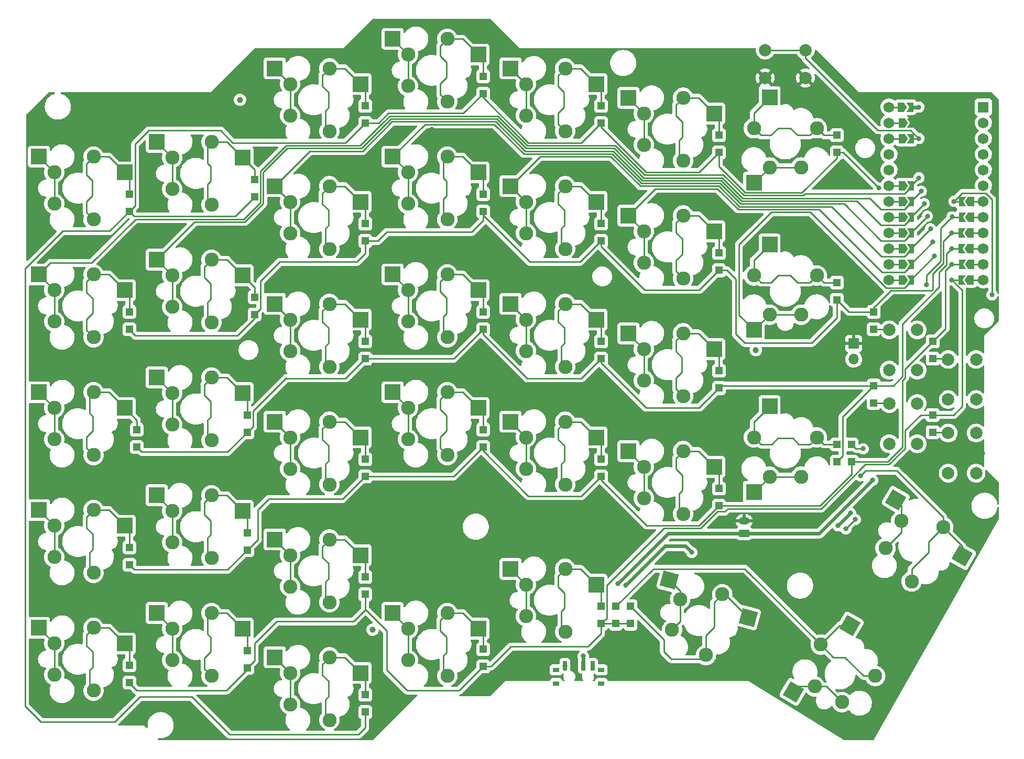
<source format=gbr>
%TF.GenerationSoftware,KiCad,Pcbnew,6.0.4*%
%TF.CreationDate,2022-04-20T09:09:29+02:00*%
%TF.ProjectId,mykeeb,6d796b65-6562-42e6-9b69-6361645f7063,rev?*%
%TF.SameCoordinates,Original*%
%TF.FileFunction,Copper,L1,Top*%
%TF.FilePolarity,Positive*%
%FSLAX46Y46*%
G04 Gerber Fmt 4.6, Leading zero omitted, Abs format (unit mm)*
G04 Created by KiCad (PCBNEW 6.0.4) date 2022-04-20 09:09:29*
%MOMM*%
%LPD*%
G01*
G04 APERTURE LIST*
G04 Aperture macros list*
%AMRoundRect*
0 Rectangle with rounded corners*
0 $1 Rounding radius*
0 $2 $3 $4 $5 $6 $7 $8 $9 X,Y pos of 4 corners*
0 Add a 4 corners polygon primitive as box body*
4,1,4,$2,$3,$4,$5,$6,$7,$8,$9,$2,$3,0*
0 Add four circle primitives for the rounded corners*
1,1,$1+$1,$2,$3*
1,1,$1+$1,$4,$5*
1,1,$1+$1,$6,$7*
1,1,$1+$1,$8,$9*
0 Add four rect primitives between the rounded corners*
20,1,$1+$1,$2,$3,$4,$5,0*
20,1,$1+$1,$4,$5,$6,$7,0*
20,1,$1+$1,$6,$7,$8,$9,0*
20,1,$1+$1,$8,$9,$2,$3,0*%
%AMRotRect*
0 Rectangle, with rotation*
0 The origin of the aperture is its center*
0 $1 length*
0 $2 width*
0 $3 Rotation angle, in degrees counterclockwise*
0 Add horizontal line*
21,1,$1,$2,0,0,$3*%
%AMFreePoly0*
4,1,6,1.000000,0.000000,0.500000,-0.750000,-0.500000,-0.750000,-0.500000,0.750000,0.500000,0.750000,1.000000,0.000000,1.000000,0.000000,$1*%
%AMFreePoly1*
4,1,6,0.500000,-0.750000,-0.650000,-0.750000,-0.150000,0.000000,-0.650000,0.750000,0.500000,0.750000,0.500000,-0.750000,0.500000,-0.750000,$1*%
G04 Aperture macros list end*
%TA.AperFunction,ComponentPad*%
%ADD10R,1.700000X1.700000*%
%TD*%
%TA.AperFunction,ComponentPad*%
%ADD11O,1.700000X1.700000*%
%TD*%
%TA.AperFunction,SMDPad,CuDef*%
%ADD12C,1.000000*%
%TD*%
%TA.AperFunction,SMDPad,CuDef*%
%ADD13R,1.200000X1.200000*%
%TD*%
%TA.AperFunction,ComponentPad*%
%ADD14C,2.286000*%
%TD*%
%TA.AperFunction,SMDPad,CuDef*%
%ADD15R,2.550000X2.500000*%
%TD*%
%TA.AperFunction,ComponentPad*%
%ADD16RoundRect,0.250000X0.625000X-0.350000X0.625000X0.350000X-0.625000X0.350000X-0.625000X-0.350000X0*%
%TD*%
%TA.AperFunction,ComponentPad*%
%ADD17O,1.750000X1.200000*%
%TD*%
%TA.AperFunction,SMDPad,CuDef*%
%ADD18FreePoly0,180.000000*%
%TD*%
%TA.AperFunction,SMDPad,CuDef*%
%ADD19FreePoly1,180.000000*%
%TD*%
%TA.AperFunction,SMDPad,CuDef*%
%ADD20RotRect,2.550000X2.500000X345.000000*%
%TD*%
%TA.AperFunction,SMDPad,CuDef*%
%ADD21RotRect,2.550000X2.500000X330.000000*%
%TD*%
%TA.AperFunction,SMDPad,CuDef*%
%ADD22FreePoly0,0.000000*%
%TD*%
%TA.AperFunction,SMDPad,CuDef*%
%ADD23FreePoly1,0.000000*%
%TD*%
%TA.AperFunction,SMDPad,CuDef*%
%ADD24R,2.500000X2.550000*%
%TD*%
%TA.AperFunction,ComponentPad*%
%ADD25C,2.000000*%
%TD*%
%TA.AperFunction,SMDPad,CuDef*%
%ADD26R,0.700000X1.500000*%
%TD*%
%TA.AperFunction,SMDPad,CuDef*%
%ADD27R,1.000000X0.800000*%
%TD*%
%TA.AperFunction,SMDPad,CuDef*%
%ADD28RotRect,2.550000X2.500000X60.000000*%
%TD*%
%TA.AperFunction,ComponentPad*%
%ADD29C,1.752600*%
%TD*%
%TA.AperFunction,ComponentPad*%
%ADD30R,1.752600X1.752600*%
%TD*%
%TA.AperFunction,ViaPad*%
%ADD31C,0.800000*%
%TD*%
%TA.AperFunction,Conductor*%
%ADD32C,0.600000*%
%TD*%
%TA.AperFunction,Conductor*%
%ADD33C,0.250000*%
%TD*%
G04 APERTURE END LIST*
D10*
%TO.P,BT2,1,Pin_1*%
%TO.N,GND*%
X172974000Y-82296000D03*
D11*
%TO.P,BT2,2,Pin_2*%
%TO.N,Net-(BT1-Pad1)*%
X172974000Y-84836000D03*
%TD*%
D12*
%TO.P,FID1,*%
%TO.N,*%
X95250000Y-128587500D03*
%TD*%
D13*
%TO.P,D32,1,K*%
%TO.N,Net-(D32-Pad1)*%
X94059375Y-100993750D03*
%TO.P,D32,2,A*%
%TO.N,row3*%
X94059375Y-103793750D03*
%TD*%
D14*
%TO.P,K11,2*%
%TO.N,Net-(D11-Pad1)*%
X69215000Y-68738750D03*
X69215000Y-78898750D03*
D15*
X74235000Y-71278750D03*
D14*
%TO.P,K11,1*%
%TO.N,col1*%
X62865000Y-76358750D03*
D15*
X60385000Y-68738750D03*
D14*
X62865000Y-71278750D03*
%TD*%
%TO.P,K10,2*%
%TO.N,Net-(D10-Pad1)*%
X50165000Y-71120000D03*
X50165000Y-81280000D03*
D15*
X55185000Y-73660000D03*
D14*
%TO.P,K10,1*%
%TO.N,col0*%
X43815000Y-78740000D03*
D15*
X41335000Y-71120000D03*
D14*
X43815000Y-73660000D03*
%TD*%
%TO.P,K31,2*%
%TO.N,Net-(D31-Pad1)*%
X69215000Y-106838750D03*
X69215000Y-116998750D03*
D15*
X74235000Y-109378750D03*
D14*
%TO.P,K31,1*%
%TO.N,col1*%
X62865000Y-114458750D03*
D15*
X60385000Y-106838750D03*
D14*
X62865000Y-109378750D03*
%TD*%
D16*
%TO.P,BT1,1,+*%
%TO.N,Net-(BT1-Pad1)*%
X155284000Y-113014000D03*
D17*
%TO.P,BT1,2,-*%
%TO.N,GND*%
X155284000Y-111014000D03*
%TD*%
D13*
%TO.P,D30,1,K*%
%TO.N,Net-(D30-Pad1)*%
X55959375Y-115281250D03*
%TO.P,D30,2,A*%
%TO.N,row3*%
X55959375Y-118081250D03*
%TD*%
D18*
%TO.P,JPr2a1,1,A*%
%TO.N,c4b*%
X191846750Y-66913125D03*
D19*
%TO.P,JPr2a1,2,B*%
%TO.N,row2*%
X190396750Y-66913125D03*
%TD*%
D14*
%TO.P,K24,2*%
%TO.N,Net-(D24-Pad1)*%
X126365000Y-75882500D03*
X126365000Y-86042500D03*
D15*
X131385000Y-78422500D03*
D14*
%TO.P,K24,1*%
%TO.N,col4*%
X120015000Y-83502500D03*
D15*
X117535000Y-75882500D03*
D14*
X120015000Y-78422500D03*
%TD*%
D20*
%TO.P,K45,2*%
%TO.N,Net-(D45-Pad1)*%
X155920368Y-126620150D03*
D14*
X151728820Y-122867427D03*
X149099219Y-132681234D03*
D20*
%TO.P,K45,1*%
%TO.N,col5*%
X143199695Y-120582055D03*
D14*
X144937791Y-123677378D03*
X143622990Y-128584281D03*
%TD*%
D13*
%TO.P,D33,1,K*%
%TO.N,Net-(D33-Pad1)*%
X113109375Y-96231250D03*
%TO.P,D33,2,A*%
%TO.N,row3*%
X113109375Y-99031250D03*
%TD*%
%TO.P,D21,1,K*%
%TO.N,Net-(D21-Pad1)*%
X75009375Y-93850000D03*
%TO.P,D21,2,A*%
%TO.N,row2*%
X75009375Y-96650000D03*
%TD*%
%TO.P,D42,1,K*%
%TO.N,Net-(D42-Pad1)*%
X94059375Y-120043750D03*
%TO.P,D42,2,A*%
%TO.N,row4*%
X94059375Y-122843750D03*
%TD*%
%TO.P,D6,1,K*%
%TO.N,Net-(D6-Pad1)*%
X170259375Y-48606250D03*
%TO.P,D6,2,A*%
%TO.N,row0*%
X170259375Y-51406250D03*
%TD*%
D14*
%TO.P,K41,2*%
%TO.N,Net-(D41-Pad1)*%
X69215000Y-125888750D03*
X69215000Y-136048750D03*
D15*
X74235000Y-128428750D03*
D14*
%TO.P,K41,1*%
%TO.N,col1*%
X62865000Y-133508750D03*
D15*
X60385000Y-125888750D03*
D14*
X62865000Y-128428750D03*
%TD*%
D13*
%TO.P,D12,1,K*%
%TO.N,Net-(D12-Pad1)*%
X94059375Y-62893750D03*
%TO.P,D12,2,A*%
%TO.N,row1*%
X94059375Y-65693750D03*
%TD*%
D12*
%TO.P,FID3,*%
%TO.N,*%
X157162500Y-83343750D03*
%TD*%
D14*
%TO.P,K20,2*%
%TO.N,Net-(D20-Pad1)*%
X50165000Y-90170000D03*
X50165000Y-100330000D03*
D15*
X55185000Y-92710000D03*
D14*
%TO.P,K20,1*%
%TO.N,col0*%
X43815000Y-97790000D03*
D15*
X41335000Y-90170000D03*
D14*
X43815000Y-92710000D03*
%TD*%
%TO.P,K21,2*%
%TO.N,Net-(D21-Pad1)*%
X69215000Y-87788750D03*
X69215000Y-97948750D03*
D15*
X74235000Y-90328750D03*
D14*
%TO.P,K21,1*%
%TO.N,col1*%
X62865000Y-95408750D03*
D15*
X60385000Y-87788750D03*
D14*
X62865000Y-90328750D03*
%TD*%
%TO.P,K13,2*%
%TO.N,Net-(D13-Pad1)*%
X107315000Y-52070000D03*
X107315000Y-62230000D03*
D15*
X112335000Y-54610000D03*
D14*
%TO.P,K13,1*%
%TO.N,col3*%
X100965000Y-59690000D03*
D15*
X98485000Y-52070000D03*
D14*
X100965000Y-54610000D03*
%TD*%
D13*
%TO.P,D23,1,K*%
%TO.N,Net-(D23-Pad1)*%
X113109375Y-77181250D03*
%TO.P,D23,2,A*%
%TO.N,row2*%
X113109375Y-79981250D03*
%TD*%
D14*
%TO.P,K36,2*%
%TO.N,Net-(D36-Pad1)*%
X187422553Y-111971545D03*
X182342553Y-120770363D03*
D21*
X190500000Y-116681249D03*
D14*
%TO.P,K36,1*%
%TO.N,col6*%
X178113291Y-115395659D03*
D21*
X179775548Y-107556545D03*
D14*
X180653291Y-110996249D03*
%TD*%
D13*
%TO.P,D2,1,K*%
%TO.N,Net-(D2-Pad1)*%
X94059375Y-43843750D03*
%TO.P,D2,2,A*%
%TO.N,row0*%
X94059375Y-46643750D03*
%TD*%
D14*
%TO.P,K40,2*%
%TO.N,Net-(D40-Pad1)*%
X50165000Y-128270000D03*
X50165000Y-138430000D03*
D15*
X55185000Y-130810000D03*
D14*
%TO.P,K40,1*%
%TO.N,col0*%
X43815000Y-135890000D03*
D15*
X41335000Y-128270000D03*
D14*
X43815000Y-130810000D03*
%TD*%
%TO.P,K25,2*%
%TO.N,Net-(D25-Pad1)*%
X145415000Y-80645000D03*
X145415000Y-90805000D03*
D15*
X150435000Y-83185000D03*
D14*
%TO.P,K25,1*%
%TO.N,col5*%
X139065000Y-88265000D03*
D15*
X136585000Y-80645000D03*
D14*
X139065000Y-83185000D03*
%TD*%
D13*
%TO.P,D24,1,K*%
%TO.N,Net-(D24-Pad1)*%
X132159375Y-81943750D03*
%TO.P,D24,2,A*%
%TO.N,row2*%
X132159375Y-84743750D03*
%TD*%
D14*
%TO.P,K7,2*%
%TO.N,Net-(D7-Pad1)*%
X88265000Y-133032500D03*
X88265000Y-143192500D03*
D15*
X93285000Y-135572500D03*
D14*
%TO.P,K7,1*%
%TO.N,col7*%
X81915000Y-140652500D03*
D15*
X79435000Y-133032500D03*
D14*
X81915000Y-135572500D03*
%TD*%
D13*
%TO.P,D16,1,K*%
%TO.N,Net-(D16-Pad1)*%
X170259375Y-72418750D03*
%TO.P,D16,2,A*%
%TO.N,row1*%
X170259375Y-75218750D03*
%TD*%
D18*
%TO.P,JPr4a1,1,A*%
%TO.N,c6b*%
X191883750Y-71993125D03*
D19*
%TO.P,JPr4a1,2,B*%
%TO.N,row4*%
X190433750Y-71993125D03*
%TD*%
D14*
%TO.P,K15,2*%
%TO.N,Net-(D15-Pad1)*%
X145415000Y-61595000D03*
X145415000Y-71755000D03*
D15*
X150435000Y-64135000D03*
D14*
%TO.P,K15,1*%
%TO.N,col5*%
X139065000Y-69215000D03*
D15*
X136585000Y-61595000D03*
D14*
X139065000Y-64135000D03*
%TD*%
D13*
%TO.P,D17,1,K*%
%TO.N,Net-(D17-Pad1)*%
X176212500Y-79981250D03*
%TO.P,D17,2,A*%
%TO.N,row1*%
X176212500Y-77181250D03*
%TD*%
D14*
%TO.P,K5,2*%
%TO.N,Net-(D5-Pad1)*%
X145415000Y-42545000D03*
X145415000Y-52705000D03*
D15*
X150435000Y-45085000D03*
D14*
%TO.P,K5,1*%
%TO.N,col5*%
X139065000Y-50165000D03*
D15*
X136585000Y-42545000D03*
D14*
X139065000Y-45085000D03*
%TD*%
%TO.P,K1,2*%
%TO.N,Net-(D1-Pad1)*%
X69215000Y-49688750D03*
X69215000Y-59848750D03*
D15*
X74235000Y-52228750D03*
D14*
%TO.P,K1,1*%
%TO.N,col1*%
X62865000Y-57308750D03*
D15*
X60385000Y-49688750D03*
D14*
X62865000Y-52228750D03*
%TD*%
D22*
%TO.P,JPbat+a0,1,A*%
%TO.N,Net-(JPbat+a0-Pad1)*%
X180631000Y-44053125D03*
D23*
%TO.P,JPbat+a0,2,B*%
%TO.N,Bat+*%
X182081000Y-44053125D03*
%TD*%
D12*
%TO.P,FID2,*%
%TO.N,*%
X73818750Y-42862500D03*
%TD*%
D14*
%TO.P,K0,2*%
%TO.N,Net-(D0-Pad1)*%
X50165000Y-52070000D03*
X50165000Y-62230000D03*
D15*
X55185000Y-54610000D03*
D14*
%TO.P,K0,1*%
%TO.N,col0*%
X43815000Y-59690000D03*
D15*
X41335000Y-52070000D03*
D14*
X43815000Y-54610000D03*
%TD*%
D18*
%TO.P,JPr0a1,1,A*%
%TO.N,c2b*%
X191920750Y-61833125D03*
D19*
%TO.P,JPr0a1,2,B*%
%TO.N,row0*%
X190470750Y-61833125D03*
%TD*%
D22*
%TO.P,JPc2a1,1,A*%
%TO.N,c2a*%
X180744750Y-61833125D03*
D23*
%TO.P,JPc2a1,2,B*%
%TO.N,col2*%
X182194750Y-61833125D03*
%TD*%
D13*
%TO.P,D34,1,K*%
%TO.N,Net-(D34-Pad1)*%
X132159375Y-100993750D03*
%TO.P,D34,2,A*%
%TO.N,row3*%
X132159375Y-103793750D03*
%TD*%
D14*
%TO.P,K42,2*%
%TO.N,Net-(D42-Pad1)*%
X88265000Y-113982500D03*
X88265000Y-124142500D03*
D15*
X93285000Y-116522500D03*
D14*
%TO.P,K42,1*%
%TO.N,col2*%
X81915000Y-121602500D03*
D15*
X79435000Y-113982500D03*
D14*
X81915000Y-116522500D03*
%TD*%
%TO.P,K35,2*%
%TO.N,Net-(D35-Pad1)*%
X145415000Y-99695000D03*
X145415000Y-109855000D03*
D15*
X150435000Y-102235000D03*
D14*
%TO.P,K35,1*%
%TO.N,col5*%
X139065000Y-107315000D03*
D15*
X136585000Y-99695000D03*
D14*
X139065000Y-102235000D03*
%TD*%
D13*
%TO.P,D7,1,K*%
%TO.N,Net-(D7-Pad1)*%
X94059375Y-139093750D03*
%TO.P,D7,2,A*%
%TO.N,row0*%
X94059375Y-141893750D03*
%TD*%
D22*
%TO.P,JPc6a1,1,A*%
%TO.N,c6a*%
X180744750Y-71993125D03*
D23*
%TO.P,JPc6a1,2,B*%
%TO.N,col6*%
X182194750Y-71993125D03*
%TD*%
D13*
%TO.P,D15,1,K*%
%TO.N,Net-(D15-Pad1)*%
X151209375Y-67656250D03*
%TO.P,D15,2,A*%
%TO.N,row1*%
X151209375Y-70456250D03*
%TD*%
D22*
%TO.P,JPgbda0,1,A*%
%TO.N,Net-(JPgbda0-Pad1)*%
X180744750Y-46593125D03*
D23*
%TO.P,JPgbda0,2,B*%
%TO.N,GND*%
X182194750Y-46593125D03*
%TD*%
D22*
%TO.P,JPc1a1,1,A*%
%TO.N,c1a*%
X180781750Y-59293125D03*
D23*
%TO.P,JPc1a1,2,B*%
%TO.N,col1*%
X182231750Y-59293125D03*
%TD*%
D14*
%TO.P,K14,2*%
%TO.N,Net-(D14-Pad1)*%
X126365000Y-56832500D03*
X126365000Y-66992500D03*
D15*
X131385000Y-59372500D03*
D14*
%TO.P,K14,1*%
%TO.N,col4*%
X120015000Y-64452500D03*
D15*
X117535000Y-56832500D03*
D14*
X120015000Y-59372500D03*
%TD*%
D13*
%TO.P,D5,1,K*%
%TO.N,Net-(D5-Pad1)*%
X151209375Y-48606250D03*
%TO.P,D5,2,A*%
%TO.N,row0*%
X151209375Y-51406250D03*
%TD*%
%TO.P,D11,1,K*%
%TO.N,Net-(D11-Pad1)*%
X76200000Y-74800000D03*
%TO.P,D11,2,A*%
%TO.N,row1*%
X76200000Y-77600000D03*
%TD*%
%TO.P,D22,1,K*%
%TO.N,Net-(D22-Pad1)*%
X94059375Y-81943750D03*
%TO.P,D22,2,A*%
%TO.N,row2*%
X94059375Y-84743750D03*
%TD*%
D14*
%TO.P,K22,2*%
%TO.N,Net-(D22-Pad1)*%
X88265000Y-75882500D03*
X88265000Y-86042500D03*
D15*
X93285000Y-78422500D03*
D14*
%TO.P,K22,1*%
%TO.N,col2*%
X81915000Y-83502500D03*
D15*
X79435000Y-75882500D03*
D14*
X81915000Y-78422500D03*
%TD*%
D13*
%TO.P,D45,1,K*%
%TO.N,Net-(D45-Pad1)*%
X136921875Y-124806250D03*
%TO.P,D45,2,A*%
%TO.N,row4*%
X136921875Y-127606250D03*
%TD*%
%TO.P,D40,1,K*%
%TO.N,Net-(D40-Pad1)*%
X55959375Y-134331250D03*
%TO.P,D40,2,A*%
%TO.N,row4*%
X55959375Y-137131250D03*
%TD*%
D18*
%TO.P,JPc7a1,1,A*%
%TO.N,c1b*%
X191931375Y-59293125D03*
D19*
%TO.P,JPc7a1,2,B*%
%TO.N,col7*%
X190481375Y-59293125D03*
%TD*%
D14*
%TO.P,K12,2*%
%TO.N,Net-(D12-Pad1)*%
X88265000Y-56832500D03*
X88265000Y-66992500D03*
D15*
X93285000Y-59372500D03*
D14*
%TO.P,K12,1*%
%TO.N,col2*%
X81915000Y-64452500D03*
D15*
X79435000Y-56832500D03*
D14*
X81915000Y-59372500D03*
%TD*%
%TO.P,K43,2*%
%TO.N,Net-(D43-Pad1)*%
X107315000Y-125888750D03*
X107315000Y-136048750D03*
D15*
X112335000Y-128428750D03*
D14*
%TO.P,K43,1*%
%TO.N,col3*%
X100965000Y-133508750D03*
D15*
X98485000Y-125888750D03*
D14*
X100965000Y-128428750D03*
%TD*%
D13*
%TO.P,D0,1,K*%
%TO.N,Net-(D0-Pad1)*%
X55959375Y-58131250D03*
%TO.P,D0,2,A*%
%TO.N,row0*%
X55959375Y-60931250D03*
%TD*%
%TO.P,D46,1,K*%
%TO.N,Net-(D46-Pad1)*%
X134540625Y-124806250D03*
%TO.P,D46,2,A*%
%TO.N,row4*%
X134540625Y-127606250D03*
%TD*%
D14*
%TO.P,K33,2*%
%TO.N,Net-(D33-Pad1)*%
X107315000Y-90170000D03*
X107315000Y-100330000D03*
D15*
X112335000Y-92710000D03*
D14*
%TO.P,K33,1*%
%TO.N,col3*%
X100965000Y-97790000D03*
D15*
X98485000Y-90170000D03*
D14*
X100965000Y-92710000D03*
%TD*%
%TO.P,K26,2*%
%TO.N,Net-(D26-Pad1)*%
X167005000Y-97472500D03*
X156845000Y-97472500D03*
D24*
X159385000Y-92452500D03*
D14*
%TO.P,K26,1*%
%TO.N,col6*%
X164465000Y-103822500D03*
X159385000Y-103822500D03*
D24*
X156845000Y-106302500D03*
%TD*%
D22*
%TO.P,JPc0a1,1,A*%
%TO.N,c0a*%
X180744750Y-56753125D03*
D23*
%TO.P,JPc0a1,2,B*%
%TO.N,col0*%
X182194750Y-56753125D03*
%TD*%
D13*
%TO.P,D43,1,K*%
%TO.N,Net-(D43-Pad1)*%
X113109375Y-131740625D03*
%TO.P,D43,2,A*%
%TO.N,row4*%
X113109375Y-134540625D03*
%TD*%
D25*
%TO.P,K17,1*%
%TO.N,col7*%
X183225000Y-80093750D03*
X183225000Y-86593750D03*
%TO.P,K17,2*%
%TO.N,Net-(D17-Pad1)*%
X178725000Y-80093750D03*
X178725000Y-86593750D03*
%TD*%
D22*
%TO.P,JPc4a1,1,A*%
%TO.N,c4a*%
X180744750Y-66913125D03*
D23*
%TO.P,JPc4a1,2,B*%
%TO.N,col4*%
X182194750Y-66913125D03*
%TD*%
D13*
%TO.P,D14,1,K*%
%TO.N,Net-(D14-Pad1)*%
X132159375Y-62893750D03*
%TO.P,D14,2,A*%
%TO.N,row1*%
X132159375Y-65693750D03*
%TD*%
%TO.P,D1,1,K*%
%TO.N,Net-(D1-Pad1)*%
X76200000Y-55750000D03*
%TO.P,D1,2,A*%
%TO.N,row0*%
X76200000Y-58550000D03*
%TD*%
D25*
%TO.P,K47,1*%
%TO.N,col7*%
X192750000Y-96762500D03*
X192750000Y-103262500D03*
%TO.P,K47,2*%
%TO.N,Net-(D47-Pad1)*%
X188250000Y-96762500D03*
X188250000Y-103262500D03*
%TD*%
D14*
%TO.P,K3,2*%
%TO.N,Net-(D3-Pad1)*%
X107315000Y-33020000D03*
X107315000Y-43180000D03*
D15*
X112335000Y-35560000D03*
D14*
%TO.P,K3,1*%
%TO.N,col3*%
X100965000Y-40640000D03*
D15*
X98485000Y-33020000D03*
D14*
X100965000Y-35560000D03*
%TD*%
D13*
%TO.P,D47,1,K*%
%TO.N,Net-(D47-Pad1)*%
X185737500Y-96650000D03*
%TO.P,D47,2,A*%
%TO.N,row4*%
X185737500Y-93850000D03*
%TD*%
%TO.P,D37,1,K*%
%TO.N,Net-(D37-Pad1)*%
X185737500Y-84743750D03*
%TO.P,D37,2,A*%
%TO.N,row3*%
X185737500Y-81943750D03*
%TD*%
D22*
%TO.P,JPc3a1,1,A*%
%TO.N,c3a*%
X180744750Y-64373125D03*
D23*
%TO.P,JPc3a1,2,B*%
%TO.N,col3*%
X182194750Y-64373125D03*
%TD*%
D14*
%TO.P,K34,2*%
%TO.N,Net-(D34-Pad1)*%
X126365000Y-94932500D03*
X126365000Y-105092500D03*
D15*
X131385000Y-97472500D03*
D14*
%TO.P,K34,1*%
%TO.N,col4*%
X120015000Y-102552500D03*
D15*
X117535000Y-94932500D03*
D14*
X120015000Y-97472500D03*
%TD*%
D13*
%TO.P,D25,1,K*%
%TO.N,Net-(D25-Pad1)*%
X151209375Y-86706250D03*
%TO.P,D25,2,A*%
%TO.N,row2*%
X151209375Y-89506250D03*
%TD*%
%TO.P,D36,1,K*%
%TO.N,Net-(D36-Pad1)*%
X172640625Y-98612500D03*
%TO.P,D36,2,A*%
%TO.N,row3*%
X172640625Y-101412500D03*
%TD*%
%TO.P,D26,1,K*%
%TO.N,Net-(D26-Pad1)*%
X170259375Y-98612500D03*
%TO.P,D26,2,A*%
%TO.N,row2*%
X170259375Y-101412500D03*
%TD*%
D26*
%TO.P,SWbat1,3,C*%
%TO.N,unconnected-(SWbat1-Pad3)*%
X130797735Y-134417044D03*
%TO.P,SWbat1,2,B*%
%TO.N,Bat+*%
X129297735Y-134417044D03*
%TO.P,SWbat1,1,A*%
%TO.N,Net-(BT1-Pad1)*%
X126297735Y-134417044D03*
D27*
%TO.P,SWbat1,*%
%TO.N,*%
X124897735Y-135067044D03*
X132197735Y-137277044D03*
X124897735Y-137277044D03*
X132197735Y-135067044D03*
%TD*%
D13*
%TO.P,D20,1,K*%
%TO.N,Net-(D20-Pad1)*%
X57150000Y-96231250D03*
%TO.P,D20,2,A*%
%TO.N,row2*%
X57150000Y-99031250D03*
%TD*%
D24*
%TO.P,K16,2*%
%TO.N,Net-(D16-Pad1)*%
X159385000Y-66258750D03*
D14*
X156845000Y-71278750D03*
X167005000Y-71278750D03*
D24*
%TO.P,K16,1*%
%TO.N,col6*%
X156845000Y-80108750D03*
D14*
X159385000Y-77628750D03*
X164465000Y-77628750D03*
%TD*%
D13*
%TO.P,D27,1,K*%
%TO.N,Net-(D27-Pad1)*%
X176212500Y-91887500D03*
%TO.P,D27,2,A*%
%TO.N,row2*%
X176212500Y-89087500D03*
%TD*%
%TO.P,D44,1,K*%
%TO.N,Net-(D44-Pad1)*%
X132159375Y-124806250D03*
%TO.P,D44,2,A*%
%TO.N,row4*%
X132159375Y-127606250D03*
%TD*%
D14*
%TO.P,K2,2*%
%TO.N,Net-(D2-Pad1)*%
X88265000Y-37782500D03*
X88265000Y-47942500D03*
D15*
X93285000Y-40322500D03*
D14*
%TO.P,K2,1*%
%TO.N,col2*%
X81915000Y-45402500D03*
D15*
X79435000Y-37782500D03*
D14*
X81915000Y-40322500D03*
%TD*%
D22*
%TO.P,JPresa0,1,A*%
%TO.N,Net-(JPresa0-Pad1)*%
X180744750Y-49133125D03*
D23*
%TO.P,JPresa0,2,B*%
%TO.N,RST*%
X182194750Y-49133125D03*
%TD*%
D25*
%TO.P,K37,1*%
%TO.N,col7*%
X192750000Y-84856250D03*
X192750000Y-91356250D03*
%TO.P,K37,2*%
%TO.N,Net-(D37-Pad1)*%
X188250000Y-84856250D03*
X188250000Y-91356250D03*
%TD*%
%TO.P,K27,1*%
%TO.N,col7*%
X183225000Y-92000000D03*
X183225000Y-98500000D03*
%TO.P,K27,2*%
%TO.N,Net-(D27-Pad1)*%
X178725000Y-92000000D03*
X178725000Y-98500000D03*
%TD*%
D13*
%TO.P,D4,1,K*%
%TO.N,Net-(D4-Pad1)*%
X132159375Y-43843750D03*
%TO.P,D4,2,A*%
%TO.N,row0*%
X132159375Y-46643750D03*
%TD*%
D14*
%TO.P,K44,2*%
%TO.N,Net-(D44-Pad1)*%
X126365000Y-118745000D03*
X126365000Y-128905000D03*
D15*
X131385000Y-121285000D03*
D14*
%TO.P,K44,1*%
%TO.N,col4*%
X120015000Y-126365000D03*
D15*
X117535000Y-118745000D03*
D14*
X120015000Y-121285000D03*
%TD*%
D13*
%TO.P,D41,1,K*%
%TO.N,Net-(D41-Pad1)*%
X75009375Y-131950000D03*
%TO.P,D41,2,A*%
%TO.N,row4*%
X75009375Y-134750000D03*
%TD*%
D14*
%TO.P,K4,2*%
%TO.N,Net-(D4-Pad1)*%
X126365000Y-37782500D03*
X126365000Y-47942500D03*
D15*
X131385000Y-40322500D03*
D14*
%TO.P,K4,1*%
%TO.N,col4*%
X120015000Y-45402500D03*
D15*
X117535000Y-37782500D03*
D14*
X120015000Y-40322500D03*
%TD*%
%TO.P,K23,2*%
%TO.N,Net-(D23-Pad1)*%
X107315000Y-71120000D03*
X107315000Y-81280000D03*
D15*
X112335000Y-73660000D03*
D14*
%TO.P,K23,1*%
%TO.N,col3*%
X100965000Y-78740000D03*
D15*
X98485000Y-71120000D03*
D14*
X100965000Y-73660000D03*
%TD*%
D18*
%TO.P,JPr3a1,1,A*%
%TO.N,c5b*%
X191920750Y-69453125D03*
D19*
%TO.P,JPr3a1,2,B*%
%TO.N,row3*%
X190470750Y-69453125D03*
%TD*%
D14*
%TO.P,K30,2*%
%TO.N,Net-(D30-Pad1)*%
X50165000Y-109220000D03*
X50165000Y-119380000D03*
D15*
X55185000Y-111760000D03*
D14*
%TO.P,K30,1*%
%TO.N,col0*%
X43815000Y-116840000D03*
D15*
X41335000Y-109220000D03*
D14*
X43815000Y-111760000D03*
%TD*%
%TO.P,K46,2*%
%TO.N,Net-(D46-Pad1)*%
X176446007Y-136063479D03*
X167647189Y-130983479D03*
D28*
X172356893Y-127906032D03*
D14*
%TO.P,K46,1*%
%TO.N,col6*%
X171071303Y-140292741D03*
X166671893Y-137752741D03*
D28*
X163232189Y-138630484D03*
%TD*%
D14*
%TO.P,K32,2*%
%TO.N,Net-(D32-Pad1)*%
X88265000Y-94932500D03*
X88265000Y-105092500D03*
D15*
X93285000Y-97472500D03*
D14*
%TO.P,K32,1*%
%TO.N,col2*%
X81915000Y-102552500D03*
D15*
X79435000Y-94932500D03*
D14*
X81915000Y-97472500D03*
%TD*%
D18*
%TO.P,JPr1a1,1,A*%
%TO.N,c3b*%
X191883750Y-64373125D03*
D19*
%TO.P,JPr1a1,2,B*%
%TO.N,row1*%
X190433750Y-64373125D03*
%TD*%
D24*
%TO.P,K6,2*%
%TO.N,Net-(D6-Pad1)*%
X159385000Y-42446250D03*
D14*
X156845000Y-47466250D03*
X167005000Y-47466250D03*
D24*
%TO.P,K6,1*%
%TO.N,col6*%
X156845000Y-56296250D03*
D14*
X159385000Y-53816250D03*
X164465000Y-53816250D03*
%TD*%
D13*
%TO.P,D13,1,K*%
%TO.N,Net-(D13-Pad1)*%
X113109375Y-58131250D03*
%TO.P,D13,2,A*%
%TO.N,row1*%
X113109375Y-60931250D03*
%TD*%
%TO.P,D31,1,K*%
%TO.N,Net-(D31-Pad1)*%
X75009375Y-112900000D03*
%TO.P,D31,2,A*%
%TO.N,row3*%
X75009375Y-115700000D03*
%TD*%
%TO.P,D35,1,K*%
%TO.N,Net-(D35-Pad1)*%
X151209375Y-105756250D03*
%TO.P,D35,2,A*%
%TO.N,row3*%
X151209375Y-108556250D03*
%TD*%
%TO.P,D3,1,K*%
%TO.N,Net-(D3-Pad1)*%
X113109375Y-39081250D03*
%TO.P,D3,2,A*%
%TO.N,row0*%
X113109375Y-41881250D03*
%TD*%
%TO.P,D10,1,K*%
%TO.N,Net-(D10-Pad1)*%
X55959375Y-77181250D03*
%TO.P,D10,2,A*%
%TO.N,row1*%
X55959375Y-79981250D03*
%TD*%
D22*
%TO.P,JPc5a1,1,A*%
%TO.N,c5a*%
X180744750Y-69453125D03*
D23*
%TO.P,JPc5a1,2,B*%
%TO.N,col5*%
X182194750Y-69453125D03*
%TD*%
D29*
%TO.P,U1,24,RAW*%
%TO.N,Net-(JPbat+a0-Pad1)*%
X178675750Y-44053125D03*
%TO.P,U1,12,9/PB5*%
%TO.N,c6b*%
X193915750Y-71993125D03*
%TO.P,U1,23,GND*%
%TO.N,Net-(JPgbda0-Pad1)*%
X178675750Y-46593125D03*
%TO.P,U1,22,RST*%
%TO.N,Net-(JPresa0-Pad1)*%
X178675750Y-49133125D03*
%TO.P,U1,21,VCC*%
%TO.N,unconnected-(U1-Pad21)*%
X178675750Y-51673125D03*
%TO.P,U1,20,A3/PF4*%
%TO.N,unconnected-(U1-Pad20)*%
X178675750Y-54213125D03*
%TO.P,U1,19,A2/PF5*%
%TO.N,c0a*%
X178675750Y-56753125D03*
%TO.P,U1,18,A1/PF6*%
%TO.N,c1a*%
X178675750Y-59293125D03*
%TO.P,U1,17,A0/PF7*%
%TO.N,c2a*%
X178675750Y-61833125D03*
%TO.P,U1,16,15/PB1*%
%TO.N,c3a*%
X178675750Y-64373125D03*
%TO.P,U1,15,14/PB3*%
%TO.N,c4a*%
X178675750Y-66913125D03*
%TO.P,U1,14,16/PB2*%
%TO.N,c5a*%
X178675750Y-69453125D03*
%TO.P,U1,13,10/PB6*%
%TO.N,c6a*%
X178675750Y-71993125D03*
%TO.P,U1,11,8/PB4*%
%TO.N,c5b*%
X193915750Y-69453125D03*
%TO.P,U1,10,7/PE6*%
%TO.N,c4b*%
X193915750Y-66913125D03*
%TO.P,U1,9,6/PD7*%
%TO.N,c3b*%
X193915750Y-64373125D03*
%TO.P,U1,8,5/PC6*%
%TO.N,c2b*%
X193915750Y-61833125D03*
%TO.P,U1,7,4/PD4*%
%TO.N,c1b*%
X193915750Y-59293125D03*
%TO.P,U1,6,3/PD0*%
%TO.N,c0b*%
X193915750Y-56753125D03*
%TO.P,U1,5,2/PD1*%
%TO.N,unconnected-(U1-Pad5)*%
X193915750Y-54213125D03*
%TO.P,U1,4,GND*%
%TO.N,unconnected-(U1-Pad4)*%
X193915750Y-51673125D03*
%TO.P,U1,3,GND*%
%TO.N,Net-(JPresb0-Pad1)*%
X193915750Y-49133125D03*
%TO.P,U1,2,RX1/PD2*%
%TO.N,Net-(JPgndb0-Pad1)*%
X193915750Y-46593125D03*
D30*
%TO.P,U1,1,TX0/PD3*%
%TO.N,Net-(JPbat+b0-Pad1)*%
X193915750Y-44053125D03*
%TD*%
D25*
%TO.P,SW1,1,1*%
%TO.N,RST*%
X158675000Y-34834000D03*
X165175000Y-34834000D03*
%TO.P,SW1,2,2*%
%TO.N,GND*%
X158675000Y-39334000D03*
X165175000Y-39334000D03*
%TD*%
D31*
%TO.N,GND*%
X181610000Y-100330000D03*
X181864000Y-89408000D03*
X181864000Y-82550000D03*
X180340000Y-75438000D03*
X158750000Y-118872000D03*
X171450000Y-80772000D03*
X174498000Y-80772000D03*
X174752000Y-82296000D03*
X172974000Y-80518000D03*
X171196000Y-82296000D03*
%TO.N,Net-(BT1-Pad1)*%
X176022000Y-104394000D03*
%TO.N,GND*%
X147066000Y-130810000D03*
X66802000Y-58166000D03*
X72898000Y-79502000D03*
X74676000Y-73660000D03*
X153416000Y-110236000D03*
X152908000Y-110998000D03*
X157226000Y-111760000D03*
X157734000Y-110998000D03*
X157226000Y-110236000D03*
%TO.N,Bat+*%
X183501750Y-44053125D03*
%TO.N,GND*%
X187198000Y-42418000D03*
X185674000Y-42418000D03*
X113792000Y-138176000D03*
X193548000Y-87884000D03*
X193548000Y-94234000D03*
X193802000Y-100076000D03*
X191516000Y-87884000D03*
X191516000Y-80772000D03*
X185928000Y-100838000D03*
X190754000Y-94996000D03*
%TO.N,col7*%
X195326000Y-74422000D03*
%TO.N,GND*%
X168148000Y-37084000D03*
X169164000Y-38100000D03*
X170180000Y-39116000D03*
X171196000Y-40132000D03*
X172212000Y-41148000D03*
X173228000Y-42164000D03*
X176212500Y-44053125D03*
X163115625Y-36909375D03*
X161925000Y-36909375D03*
X160734375Y-36909375D03*
X188118750Y-53578125D03*
X186928125Y-53578125D03*
X185737500Y-53578125D03*
X184546875Y-53578125D03*
X188118750Y-51196875D03*
X186928125Y-51196875D03*
X185737500Y-51196875D03*
X184546875Y-51196875D03*
X188118750Y-52387500D03*
X186928125Y-52387500D03*
X185737500Y-52387500D03*
X184546875Y-52387500D03*
X77390625Y-51196875D03*
X161925000Y-80962500D03*
X58340625Y-54768750D03*
X140493750Y-123825000D03*
X120253125Y-133350000D03*
X185737500Y-89296875D03*
X173831250Y-95250000D03*
X189309375Y-80962500D03*
X185737500Y-77390625D03*
X161925000Y-63103125D03*
X142875000Y-58340625D03*
X123825000Y-53578125D03*
X104775000Y-47625000D03*
X85725000Y-128587500D03*
X104775000Y-66675000D03*
X66675000Y-64293750D03*
X85725000Y-52387500D03*
X47625000Y-66675000D03*
X47625000Y-85725000D03*
X47625000Y-104775000D03*
X47625000Y-123825000D03*
X170259375Y-55959375D03*
X170259375Y-117871875D03*
X173831250Y-125015625D03*
X183356250Y-128587500D03*
%TO.N,col7*%
X171704000Y-112268000D03*
X173228000Y-110744000D03*
%TO.N,Net-(D36-Pad1)*%
X174058158Y-103700158D03*
X174498000Y-99314000D03*
%TO.N,Bat+*%
X136144000Y-121412000D03*
X146812000Y-116078000D03*
X172466000Y-109728000D03*
X170434000Y-111760000D03*
%TO.N,Net-(BT1-Pad1)*%
X126298000Y-134417000D03*
X134874000Y-121158000D03*
%TO.N,Bat+*%
X129286000Y-132842000D03*
%TO.N,row0*%
X177038000Y-57150000D03*
%TO.N,RST*%
X183501750Y-49133125D03*
%TO.N,row0*%
X188858549Y-61810326D03*
X184771750Y-72755125D03*
%TO.N,row1*%
X188835750Y-64373125D03*
%TO.N,row2*%
X188835750Y-66913125D03*
%TO.N,row3*%
X188835750Y-69453125D03*
%TO.N,row4*%
X188835750Y-71993125D03*
%TO.N,col0*%
X183501750Y-55483125D03*
%TO.N,col1*%
X183882750Y-57642125D03*
%TO.N,col2*%
X184372250Y-59655625D03*
%TO.N,col3*%
X184880250Y-61687625D03*
%TO.N,col4*%
X185388250Y-63719625D03*
%TO.N,col5*%
X185769250Y-65878625D03*
%TO.N,col6*%
X186023250Y-68164625D03*
%TO.N,GND*%
X183501750Y-46593125D03*
%TO.N,col7*%
X189174375Y-59293125D03*
%TD*%
D32*
%TO.N,Net-(BT1-Pad1)*%
X167402000Y-113014000D02*
X176022000Y-104394000D01*
X155284000Y-113014000D02*
X167402000Y-113014000D01*
D33*
%TO.N,Net-(D36-Pad1)*%
X187422553Y-110355099D02*
X187422553Y-111971545D01*
X174058158Y-103700158D02*
X174888316Y-102870000D01*
X174888316Y-102870000D02*
X179937454Y-102870000D01*
X179937454Y-102870000D02*
X187422553Y-110355099D01*
%TO.N,row1*%
X188835750Y-64373125D02*
X187468870Y-65740005D01*
X187468870Y-69296005D02*
X185787750Y-70977125D01*
X187468870Y-65740005D02*
X187468870Y-69296005D01*
X176212500Y-76517500D02*
X176212500Y-77181250D01*
X185787750Y-70977125D02*
X185787750Y-73546250D01*
X185787750Y-73546250D02*
X185621355Y-73712645D01*
X179017355Y-73712645D02*
X176212500Y-76517500D01*
X185621355Y-73712645D02*
X179017355Y-73712645D01*
%TO.N,Net-(D23-Pad1)*%
X107315000Y-71120000D02*
X106172000Y-72263000D01*
X106172000Y-72263000D02*
X106172000Y-73914000D01*
X106172000Y-73914000D02*
X107188000Y-74930000D01*
X107188000Y-74930000D02*
X107188000Y-77486026D01*
X107188000Y-77486026D02*
X106710479Y-77963547D01*
X106710479Y-77963547D02*
X106710479Y-80675479D01*
X106710479Y-80675479D02*
X107315000Y-81280000D01*
%TO.N,Net-(JPbat+a0-Pad1)*%
X178675750Y-44053125D02*
X180631000Y-44053125D01*
%TO.N,col7*%
X189174375Y-59293125D02*
X190513564Y-57953936D01*
X190513564Y-57953936D02*
X194274765Y-57953936D01*
X194274765Y-57953936D02*
X195326000Y-59005171D01*
X195326000Y-59005171D02*
X195326000Y-74422000D01*
%TO.N,RST*%
X183501750Y-49133125D02*
X182162561Y-47793936D01*
X182162561Y-47793936D02*
X176825936Y-47793936D01*
X176825936Y-47793936D02*
X165175000Y-36143000D01*
X165175000Y-36143000D02*
X165175000Y-34834000D01*
X158675000Y-34834000D02*
X165175000Y-34834000D01*
%TO.N,col7*%
X173228000Y-110744000D02*
X171704000Y-112268000D01*
%TO.N,Net-(D36-Pad1)*%
X173342125Y-99314000D02*
X172640625Y-98612500D01*
X174498000Y-99314000D02*
X173342125Y-99314000D01*
%TO.N,Net-(D46-Pad1)*%
X134540625Y-124806250D02*
X140626742Y-118720133D01*
X140626742Y-118720133D02*
X155383843Y-118720133D01*
X155383843Y-118720133D02*
X167647189Y-130983479D01*
%TO.N,Net-(D45-Pad1)*%
X136921875Y-124806250D02*
X142317795Y-130202170D01*
X142317795Y-130202170D02*
X142317795Y-132142886D01*
X142317795Y-132142886D02*
X143524909Y-133350000D01*
X143524909Y-133350000D02*
X148430453Y-133350000D01*
X148430453Y-133350000D02*
X149099219Y-132681234D01*
D32*
%TO.N,Bat+*%
X136144000Y-121412000D02*
X142494000Y-115062000D01*
X142494000Y-115062000D02*
X145796000Y-115062000D01*
X145796000Y-115062000D02*
X146812000Y-116078000D01*
X170434000Y-111760000D02*
X172466000Y-109728000D01*
%TO.N,Net-(BT1-Pad1)*%
X135382000Y-120650000D02*
X134874000Y-121158000D01*
X143018000Y-113014000D02*
X135382000Y-120650000D01*
X152162000Y-113014000D02*
X143018000Y-113014000D01*
X155284000Y-113014000D02*
X152162000Y-113014000D01*
%TO.N,Bat+*%
X129286000Y-132842000D02*
X129286000Y-134405309D01*
X129286000Y-134405309D02*
X129297735Y-134417044D01*
D33*
%TO.N,Net-(D17-Pad1)*%
X176212500Y-79981250D02*
X178612500Y-79981250D01*
X178612500Y-79981250D02*
X178725000Y-80093750D01*
%TO.N,Net-(D37-Pad1)*%
X185737500Y-84743750D02*
X188137500Y-84743750D01*
X188137500Y-84743750D02*
X188250000Y-84856250D01*
%TO.N,Net-(D47-Pad1)*%
X185737500Y-96650000D02*
X188137500Y-96650000D01*
X188137500Y-96650000D02*
X188250000Y-96762500D01*
%TO.N,Net-(D27-Pad1)*%
X176212500Y-91887500D02*
X178612500Y-91887500D01*
X178612500Y-91887500D02*
X178725000Y-92000000D01*
%TO.N,row4*%
X75009375Y-134750000D02*
X75009375Y-135048625D01*
X75009375Y-135048625D02*
X71628000Y-138430000D01*
X71628000Y-138430000D02*
X57150000Y-138430000D01*
X57150000Y-138430000D02*
X55959375Y-137239375D01*
X55959375Y-137239375D02*
X55959375Y-137131250D01*
X94059375Y-122843750D02*
X94059375Y-125396625D01*
X94059375Y-125396625D02*
X92202000Y-127254000D01*
X92202000Y-127254000D02*
X79756000Y-127254000D01*
X76200000Y-130810000D02*
X76200000Y-133559375D01*
X79756000Y-127254000D02*
X76200000Y-130810000D01*
X76200000Y-133559375D02*
X75009375Y-134750000D01*
X113109375Y-134540625D02*
X109220000Y-138430000D01*
X109220000Y-138430000D02*
X100838000Y-138430000D01*
X100838000Y-138430000D02*
X97536000Y-135128000D01*
X97536000Y-135128000D02*
X97536000Y-128778000D01*
X97536000Y-128778000D02*
X94059375Y-125301375D01*
X94059375Y-125301375D02*
X94059375Y-122843750D01*
X132159375Y-127606250D02*
X132159375Y-129206625D01*
X132159375Y-129206625D02*
X130048000Y-131318000D01*
X130048000Y-131318000D02*
X117602000Y-131318000D01*
X117602000Y-131318000D02*
X114379375Y-134540625D01*
X114379375Y-134540625D02*
X113109375Y-134540625D01*
X132159375Y-127606250D02*
X136921875Y-127606250D01*
X185737500Y-93850000D02*
X183772000Y-93850000D01*
X183772000Y-93850000D02*
X181297520Y-96324480D01*
X181297520Y-96324480D02*
X181297520Y-99246197D01*
X181297520Y-99246197D02*
X178681697Y-101862020D01*
X178681697Y-101862020D02*
X174871697Y-101862020D01*
X174871697Y-101862020D02*
X167727947Y-109005770D01*
X167727947Y-109005770D02*
X152654000Y-109005770D01*
X152654000Y-109005770D02*
X152179009Y-109480761D01*
X152179009Y-109480761D02*
X150920582Y-109480761D01*
X150920582Y-109480761D02*
X148222301Y-112179041D01*
X148222301Y-112179041D02*
X142328959Y-112179041D01*
X142328959Y-112179041D02*
X133083886Y-121424114D01*
X133083886Y-121424114D02*
X133083886Y-126681739D01*
X133083886Y-126681739D02*
X132159375Y-127606250D01*
%TO.N,row3*%
X185737500Y-81943750D02*
X181297520Y-86383730D01*
X181297520Y-86383730D02*
X181297520Y-87816198D01*
X181297520Y-87816198D02*
X180848000Y-88265718D01*
X180848000Y-88265718D02*
X180848000Y-99060000D01*
X180848000Y-99060000D02*
X178495500Y-101412500D01*
X178495500Y-101412500D02*
X172640625Y-101412500D01*
%TO.N,row4*%
X190500000Y-73657375D02*
X190500000Y-92456000D01*
X188835750Y-71993125D02*
X190500000Y-73657375D01*
X190500000Y-92456000D02*
X189106000Y-93850000D01*
X189106000Y-93850000D02*
X185737500Y-93850000D01*
%TO.N,row0*%
X55959375Y-60931250D02*
X52786104Y-64104521D01*
X94059375Y-144446625D02*
X94059375Y-141893750D01*
X52786104Y-64104521D02*
X45176457Y-64104521D01*
X45176457Y-64104521D02*
X39116000Y-70164978D01*
X39116000Y-70164978D02*
X39116000Y-140970000D01*
X39116000Y-140970000D02*
X41656000Y-143510000D01*
X41656000Y-143510000D02*
X53594000Y-143510000D01*
X53594000Y-143510000D02*
X57658000Y-139446000D01*
X57658000Y-139446000D02*
X66040000Y-139446000D01*
X72136000Y-145542000D02*
X92964000Y-145542000D01*
X66040000Y-139446000D02*
X72136000Y-145542000D01*
X92964000Y-145542000D02*
X94059375Y-144446625D01*
%TO.N,row3*%
X75009375Y-115700000D02*
X71836104Y-118873271D01*
X71836104Y-118873271D02*
X56751396Y-118873271D01*
X56751396Y-118873271D02*
X55959375Y-118081250D01*
X94059375Y-103793750D02*
X90411125Y-107442000D01*
X90411125Y-107442000D02*
X78486000Y-107442000D01*
X78486000Y-107442000D02*
X76708000Y-109220000D01*
X76708000Y-109220000D02*
X76708000Y-114001375D01*
X76708000Y-114001375D02*
X75009375Y-115700000D01*
X113109375Y-99031250D02*
X108346875Y-103793750D01*
X108346875Y-103793750D02*
X94059375Y-103793750D01*
X132159375Y-103793750D02*
X128986104Y-106967021D01*
X128986104Y-106967021D02*
X120429021Y-106967021D01*
X120429021Y-106967021D02*
X113109375Y-99647375D01*
X113109375Y-99647375D02*
X113109375Y-99031250D01*
X151209375Y-108556250D02*
X148036104Y-111729521D01*
X148036104Y-111729521D02*
X139558547Y-111729521D01*
X139558547Y-111729521D02*
X132159375Y-104330349D01*
X132159375Y-104330349D02*
X132159375Y-103793750D01*
X172640625Y-101412500D02*
X172640625Y-103457375D01*
X172640625Y-103457375D02*
X167541750Y-108556250D01*
X167541750Y-108556250D02*
X151209375Y-108556250D01*
X187819750Y-72755125D02*
X187819750Y-79861500D01*
X187819750Y-79861500D02*
X185737500Y-81943750D01*
%TO.N,row2*%
X75009375Y-96650000D02*
X71836104Y-99823271D01*
X71836104Y-99823271D02*
X57942021Y-99823271D01*
X57942021Y-99823271D02*
X57150000Y-99031250D01*
X87596979Y-87917021D02*
X81313021Y-87917021D01*
X87630000Y-87884000D02*
X87596979Y-87917021D01*
X94059375Y-84743750D02*
X90886104Y-87917021D01*
X90886104Y-87917021D02*
X87663021Y-87917021D01*
X81313021Y-87917021D02*
X81280000Y-87884000D01*
X87663021Y-87917021D02*
X87630000Y-87884000D01*
X75933886Y-93230114D02*
X75933886Y-95725489D01*
X75933886Y-95725489D02*
X75009375Y-96650000D01*
X81280000Y-87884000D02*
X75933886Y-93230114D01*
X113109375Y-79981250D02*
X108346875Y-84743750D01*
X108346875Y-84743750D02*
X94059375Y-84743750D01*
X132159375Y-84743750D02*
X128986104Y-87917021D01*
X128986104Y-87917021D02*
X120195146Y-87917021D01*
X120195146Y-87917021D02*
X113109375Y-80831250D01*
X113109375Y-80831250D02*
X113109375Y-79981250D01*
X151209375Y-89506250D02*
X148036104Y-92679521D01*
X148036104Y-92679521D02*
X139415521Y-92679521D01*
X139415521Y-92679521D02*
X132159375Y-85423375D01*
X132159375Y-85423375D02*
X132159375Y-84743750D01*
X176212500Y-89087500D02*
X151628125Y-89087500D01*
X151628125Y-89087500D02*
X151209375Y-89506250D01*
X176212500Y-89087500D02*
X171183886Y-94116114D01*
X171183886Y-94116114D02*
X171183886Y-100487989D01*
X171183886Y-100487989D02*
X170259375Y-101412500D01*
X180848000Y-79121717D02*
X180848000Y-87630000D01*
X186803750Y-73165967D02*
X180848000Y-79121717D01*
X179390500Y-89087500D02*
X176212500Y-89087500D01*
X186803750Y-72755125D02*
X186803750Y-73165967D01*
X180848000Y-87630000D02*
X179390500Y-89087500D01*
%TO.N,row1*%
X76200000Y-77600000D02*
X76200000Y-78232000D01*
X76200000Y-78232000D02*
X73406000Y-81026000D01*
X73406000Y-81026000D02*
X56896000Y-81026000D01*
X56896000Y-81026000D02*
X55959375Y-80089375D01*
X55959375Y-80089375D02*
X55959375Y-79981250D01*
X92710000Y-69088000D02*
X80264000Y-69088000D01*
X94059375Y-65693750D02*
X94059375Y-67738625D01*
X94059375Y-67738625D02*
X92710000Y-69088000D01*
X80264000Y-69088000D02*
X77124511Y-72227489D01*
X77124511Y-72227489D02*
X77124511Y-76675489D01*
X77124511Y-76675489D02*
X76200000Y-77600000D01*
X113109375Y-60931250D02*
X113109375Y-62404625D01*
X113109375Y-62404625D02*
X111252000Y-64262000D01*
X111252000Y-64262000D02*
X97536000Y-64262000D01*
X97536000Y-64262000D02*
X96104250Y-65693750D01*
X96104250Y-65693750D02*
X94059375Y-65693750D01*
X132159375Y-65693750D02*
X128765125Y-69088000D01*
X128765125Y-69088000D02*
X120650000Y-69088000D01*
X120650000Y-69088000D02*
X113109375Y-61547375D01*
X113109375Y-61547375D02*
X113109375Y-60931250D01*
X151209375Y-70456250D02*
X148036104Y-73629521D01*
X148036104Y-73629521D02*
X139161521Y-73629521D01*
X139161521Y-73629521D02*
X132159375Y-66627375D01*
X132159375Y-66627375D02*
X132159375Y-65693750D01*
X170259375Y-75218750D02*
X170259375Y-78152625D01*
X170259375Y-78152625D02*
X166192761Y-82219239D01*
X166192761Y-82219239D02*
X155371239Y-82219239D01*
X153924000Y-71882000D02*
X152498250Y-70456250D01*
X155371239Y-82219239D02*
X153924000Y-80772000D01*
X153924000Y-80772000D02*
X153924000Y-71882000D01*
X152498250Y-70456250D02*
X151209375Y-70456250D01*
X176212500Y-77181250D02*
X172221875Y-77181250D01*
X172221875Y-77181250D02*
X170259375Y-75218750D01*
%TO.N,row0*%
X170259375Y-51406250D02*
X171294250Y-51406250D01*
X171294250Y-51406250D02*
X177038000Y-57150000D01*
%TO.N,col6*%
X182194750Y-71993125D02*
X182194750Y-72252065D01*
X159683599Y-61042401D02*
X154432000Y-66294000D01*
X182194750Y-72252065D02*
X181183690Y-73263125D01*
X165976151Y-61042401D02*
X159683599Y-61042401D01*
X154432000Y-77695750D02*
X156845000Y-80108750D01*
X181183690Y-73263125D02*
X178196875Y-73263125D01*
X178196875Y-73263125D02*
X165976151Y-61042401D01*
X154432000Y-66294000D02*
X154432000Y-77695750D01*
%TO.N,col5*%
X182194750Y-69453125D02*
X182194750Y-69712065D01*
X182194750Y-69712065D02*
X181183690Y-70723125D01*
X181183690Y-70723125D02*
X177516244Y-70723125D01*
X177516244Y-70723125D02*
X167386000Y-60592881D01*
X154314579Y-60592881D02*
X150998337Y-57276641D01*
X140903359Y-57276641D02*
X136585000Y-61595000D01*
X167386000Y-60592881D02*
X154314579Y-60592881D01*
X150998337Y-57276641D02*
X140903359Y-57276641D01*
%TO.N,col4*%
X182194750Y-66913125D02*
X182194750Y-67172065D01*
X177457764Y-68183125D02*
X169418000Y-60143361D01*
X182194750Y-67172065D02*
X181183690Y-68183125D01*
X181183690Y-68183125D02*
X177457764Y-68183125D01*
X138484536Y-56827121D02*
X133722034Y-52064621D01*
X169418000Y-60143361D02*
X154500776Y-60143361D01*
X154500776Y-60143361D02*
X151184534Y-56827121D01*
X151184534Y-56827121D02*
X138484536Y-56827121D01*
X122302879Y-52064621D02*
X117535000Y-56832500D01*
X133722034Y-52064621D02*
X122302879Y-52064621D01*
%TO.N,col3*%
X182194750Y-64373125D02*
X182194750Y-64632065D01*
X181183690Y-65643125D02*
X177399284Y-65643125D01*
X182194750Y-64632065D02*
X181183690Y-65643125D01*
X177399284Y-65643125D02*
X171450000Y-59693841D01*
X171450000Y-59693841D02*
X154686973Y-59693841D01*
X154686973Y-59693841D02*
X151370732Y-56377601D01*
X151370732Y-56377601D02*
X138670733Y-56377601D01*
X138670733Y-56377601D02*
X133908232Y-51615101D01*
X133908232Y-51615101D02*
X119684233Y-51615101D01*
X119684233Y-51615101D02*
X114921732Y-46852601D01*
X114921732Y-46852601D02*
X103702399Y-46852601D01*
X103702399Y-46852601D02*
X98485000Y-52070000D01*
%TO.N,col2*%
X182194750Y-61833125D02*
X182194750Y-62092065D01*
X134094429Y-51165581D02*
X119870430Y-51165581D01*
X182194750Y-62092065D02*
X181183690Y-63103125D01*
X119870430Y-51165581D02*
X115107930Y-46403081D01*
X181183690Y-63103125D02*
X177340804Y-63103125D01*
X177340804Y-63103125D02*
X173482000Y-59244321D01*
X173482000Y-59244321D02*
X154873170Y-59244321D01*
X154873170Y-59244321D02*
X151556928Y-55928081D01*
X151556928Y-55928081D02*
X138856930Y-55928081D01*
X138856930Y-55928081D02*
X134094429Y-51165581D01*
X115107930Y-46403081D02*
X98379072Y-46403081D01*
X98379072Y-46403081D02*
X93616570Y-51165581D01*
X93616570Y-51165581D02*
X85101919Y-51165581D01*
X85101919Y-51165581D02*
X79435000Y-56832500D01*
%TO.N,col1*%
X182231750Y-59293125D02*
X182231750Y-59552065D01*
X177403125Y-60563125D02*
X175634801Y-58794801D01*
X81466198Y-50716061D02*
X77574031Y-54608228D01*
X182231750Y-59552065D02*
X181220690Y-60563125D01*
X120056627Y-50716061D02*
X115294127Y-45953561D01*
X181220690Y-60563125D02*
X177403125Y-60563125D01*
X155059367Y-58794801D02*
X151743126Y-55478561D01*
X175634801Y-58794801D02*
X155059367Y-58794801D01*
X151743126Y-55478561D02*
X139043127Y-55478561D01*
X98192874Y-45953561D02*
X96838217Y-47308217D01*
X139043127Y-55478561D02*
X134280626Y-50716061D01*
X134280626Y-50716061D02*
X120056627Y-50716061D01*
X115294127Y-45953561D02*
X98192874Y-45953561D01*
X96838217Y-47308217D02*
X93430373Y-50716061D01*
X93430373Y-50716061D02*
X81466198Y-50716061D01*
X77574031Y-54608228D02*
X77574031Y-59660708D01*
X77574031Y-59660708D02*
X74612428Y-62622311D01*
X74612428Y-62622311D02*
X66501439Y-62622311D01*
X66501439Y-62622311D02*
X60385000Y-68738750D01*
%TO.N,col0*%
X182194750Y-56753125D02*
X182194750Y-57012065D01*
X77124511Y-59474511D02*
X74426231Y-62172791D01*
X182194750Y-57012065D02*
X181183690Y-58023125D01*
X74426231Y-62172791D02*
X56953209Y-62172791D01*
X181183690Y-58023125D02*
X165128218Y-58023125D01*
X165128218Y-58023125D02*
X164806061Y-58345281D01*
X164806061Y-58345281D02*
X155245564Y-58345281D01*
X43209521Y-69245479D02*
X41335000Y-71120000D01*
X155245564Y-58345281D02*
X151929324Y-55029041D01*
X49880521Y-69245479D02*
X43209521Y-69245479D01*
X151929324Y-55029041D02*
X139229324Y-55029041D01*
X139229324Y-55029041D02*
X134466824Y-50266541D01*
X134466824Y-50266541D02*
X120242824Y-50266541D01*
X120242824Y-50266541D02*
X115480324Y-45504041D01*
X115480324Y-45504041D02*
X98006677Y-45504041D01*
X98006677Y-45504041D02*
X97028358Y-46482359D01*
X97028358Y-46482359D02*
X93244176Y-50266541D01*
X93244176Y-50266541D02*
X81280000Y-50266541D01*
X81280000Y-50266541D02*
X77124511Y-54422030D01*
X77124511Y-54422030D02*
X77124511Y-59474511D01*
X56953209Y-62172791D02*
X49880521Y-69245479D01*
%TO.N,row0*%
X55959375Y-60931250D02*
X56751396Y-61723271D01*
X56751396Y-61723271D02*
X73026729Y-61723271D01*
X73026729Y-61723271D02*
X76200000Y-58550000D01*
X94059375Y-46643750D02*
X90886104Y-49817021D01*
X90886104Y-49817021D02*
X72677021Y-49817021D01*
X72677021Y-49817021D02*
X70674229Y-47814229D01*
X70674229Y-47814229D02*
X59085499Y-47814229D01*
X59085499Y-47814229D02*
X56883886Y-50015842D01*
X56883886Y-50015842D02*
X56883886Y-60006739D01*
X56883886Y-60006739D02*
X55959375Y-60931250D01*
X97820479Y-45054521D02*
X96231250Y-46643750D01*
X96231250Y-46643750D02*
X94059375Y-46643750D01*
X109936104Y-45054521D02*
X97820479Y-45054521D01*
X113109375Y-41881250D02*
X109936104Y-45054521D01*
X132159375Y-46643750D02*
X128986104Y-49817021D01*
X128986104Y-49817021D02*
X120429021Y-49817021D01*
X120429021Y-49817021D02*
X113109375Y-42497375D01*
X113109375Y-42497375D02*
X113109375Y-41881250D01*
X151209375Y-51406250D02*
X148036104Y-54579521D01*
X148036104Y-54579521D02*
X139415521Y-54579521D01*
X139415521Y-54579521D02*
X132159375Y-47323375D01*
X132159375Y-47323375D02*
X132159375Y-46643750D01*
X170259375Y-51406250D02*
X170259375Y-52256250D01*
X170259375Y-52256250D02*
X164619864Y-57895761D01*
X164619864Y-57895761D02*
X155431761Y-57895761D01*
X151209375Y-53673375D02*
X151209375Y-51406250D01*
X155431761Y-57895761D02*
X151209375Y-53673375D01*
%TO.N,c0a*%
X178675750Y-56753125D02*
X180744750Y-56753125D01*
%TO.N,c1a*%
X178675750Y-59293125D02*
X180781750Y-59293125D01*
%TO.N,RST*%
X182194750Y-49133125D02*
X183501750Y-49133125D01*
D32*
%TO.N,Bat+*%
X182194750Y-44053125D02*
X183501750Y-44053125D01*
D33*
%TO.N,row0*%
X185787750Y-70215125D02*
X184771750Y-71231125D01*
X188881348Y-61833125D02*
X188858549Y-61810326D01*
X187019350Y-68193139D02*
X187019350Y-68983525D01*
X187019350Y-65897125D02*
X187019350Y-68193139D01*
X187019350Y-68983525D02*
X185787750Y-70215125D01*
X188858549Y-61810326D02*
X187019350Y-63649525D01*
X184771750Y-71231125D02*
X184771750Y-72755125D01*
X190470750Y-61833125D02*
X188881348Y-61833125D01*
X187019350Y-63649525D02*
X187019350Y-65897125D01*
%TO.N,row1*%
X190433750Y-64373125D02*
X188835750Y-64373125D01*
%TO.N,row2*%
X190396750Y-66913125D02*
X188835750Y-66913125D01*
X186803750Y-70723125D02*
X186803750Y-72755125D01*
X188835750Y-66913125D02*
X187918390Y-67830485D01*
X187918390Y-68583671D02*
X187918390Y-69608485D01*
X187565750Y-69961125D02*
X186803750Y-70723125D01*
X187918390Y-67929125D02*
X187918390Y-68583671D01*
X187918390Y-69608485D02*
X187565750Y-69961125D01*
X187918390Y-67830485D02*
X187918390Y-67929125D01*
%TO.N,row3*%
X188835750Y-69453125D02*
X187819750Y-70469125D01*
X190470750Y-69453125D02*
X188835750Y-69453125D01*
X187819750Y-70469125D02*
X187819750Y-72755125D01*
%TO.N,row4*%
X190433750Y-71993125D02*
X188835750Y-71993125D01*
%TO.N,col0*%
X41335000Y-90230000D02*
X43815000Y-92710000D01*
X41335000Y-71180000D02*
X43815000Y-73660000D01*
X182231750Y-56753125D02*
X183501750Y-55483125D01*
X41335000Y-52070000D02*
X41335000Y-52130000D01*
X41335000Y-71120000D02*
X41335000Y-71180000D01*
X41335000Y-109220000D02*
X41335000Y-109280000D01*
X182194750Y-56753125D02*
X182231750Y-56753125D01*
X41335000Y-109280000D02*
X43815000Y-111760000D01*
X41335000Y-128270000D02*
X41335000Y-128330000D01*
X43815000Y-73660000D02*
X43815000Y-78740000D01*
X43815000Y-92710000D02*
X43815000Y-97790000D01*
X43815000Y-130810000D02*
X43815000Y-135890000D01*
X43815000Y-111760000D02*
X43815000Y-116840000D01*
X41335000Y-52130000D02*
X43815000Y-54610000D01*
X41335000Y-90170000D02*
X41335000Y-90230000D01*
X43815000Y-54610000D02*
X43815000Y-59690000D01*
X41335000Y-128330000D02*
X43815000Y-130810000D01*
%TO.N,col1*%
X182231750Y-59293125D02*
X183882750Y-57642125D01*
X62865000Y-109378750D02*
X62865000Y-114458750D01*
X60385000Y-68798750D02*
X62865000Y-71278750D01*
X62865000Y-71278750D02*
X62865000Y-76358750D01*
X60385000Y-106838750D02*
X60385000Y-106898750D01*
X60385000Y-87848750D02*
X62865000Y-90328750D01*
X60385000Y-125948750D02*
X62865000Y-128428750D01*
X62865000Y-90328750D02*
X62865000Y-95408750D01*
X62865000Y-52228750D02*
X62865000Y-57308750D01*
X62865000Y-128428750D02*
X62865000Y-133508750D01*
X60385000Y-87788750D02*
X60385000Y-87848750D01*
X60385000Y-125888750D02*
X60385000Y-125948750D01*
X60385000Y-68738750D02*
X60385000Y-68798750D01*
X60385000Y-49748750D02*
X62865000Y-52228750D01*
X60385000Y-106898750D02*
X62865000Y-109378750D01*
X60385000Y-49688750D02*
X60385000Y-49748750D01*
%TO.N,col2*%
X81915000Y-40322500D02*
X81915000Y-45402500D01*
X79435000Y-75882500D02*
X79435000Y-75942500D01*
X79435000Y-75942500D02*
X81915000Y-78422500D01*
X79435000Y-37842500D02*
X81915000Y-40322500D01*
X81915000Y-78422500D02*
X81915000Y-83502500D01*
X79435000Y-114042500D02*
X81915000Y-116522500D01*
X79435000Y-56892500D02*
X81915000Y-59372500D01*
X79435000Y-94992500D02*
X81915000Y-97472500D01*
X81915000Y-97472500D02*
X81915000Y-102552500D01*
X79435000Y-37782500D02*
X79435000Y-37842500D01*
X81915000Y-59372500D02*
X81915000Y-64452500D01*
X81915000Y-116522500D02*
X81915000Y-121602500D01*
X79435000Y-113982500D02*
X79435000Y-114042500D01*
X79435000Y-94932500D02*
X79435000Y-94992500D01*
X182194750Y-61833125D02*
X184372250Y-59655625D01*
X79435000Y-56832500D02*
X79435000Y-56892500D01*
%TO.N,col3*%
X98485000Y-90170000D02*
X98485000Y-90230000D01*
X98485000Y-125948750D02*
X100965000Y-128428750D01*
X100965000Y-73660000D02*
X100965000Y-78740000D01*
X98485000Y-71180000D02*
X100965000Y-73660000D01*
X98485000Y-125888750D02*
X98485000Y-125948750D01*
X100965000Y-54610000D02*
X100965000Y-59690000D01*
X98485000Y-33080000D02*
X100965000Y-35560000D01*
X98485000Y-90230000D02*
X100965000Y-92710000D01*
X100965000Y-35560000D02*
X100965000Y-40640000D01*
X98485000Y-52130000D02*
X100965000Y-54610000D01*
X100965000Y-128428750D02*
X100965000Y-133508750D01*
X98485000Y-52070000D02*
X98485000Y-52130000D01*
X100965000Y-92710000D02*
X100965000Y-97790000D01*
X98485000Y-71120000D02*
X98485000Y-71180000D01*
X98485000Y-33020000D02*
X98485000Y-33080000D01*
X182194750Y-64373125D02*
X184880250Y-61687625D01*
%TO.N,col4*%
X117535000Y-94992500D02*
X120015000Y-97472500D01*
X117535000Y-56832500D02*
X117535000Y-56892500D01*
X117535000Y-94932500D02*
X117535000Y-94992500D01*
X117535000Y-56892500D02*
X120015000Y-59372500D01*
X182194750Y-66913125D02*
X185388250Y-63719625D01*
X120015000Y-78422500D02*
X120015000Y-83502500D01*
X117535000Y-75882500D02*
X117535000Y-75942500D01*
X117535000Y-118745000D02*
X117535000Y-118805000D01*
X117535000Y-37782500D02*
X117535000Y-37842500D01*
X120015000Y-121285000D02*
X120015000Y-126365000D01*
X117535000Y-118805000D02*
X120015000Y-121285000D01*
X120015000Y-40322500D02*
X120015000Y-45402500D01*
X120015000Y-59372500D02*
X120015000Y-64452500D01*
X120015000Y-97472500D02*
X120015000Y-102552500D01*
X117535000Y-37842500D02*
X120015000Y-40322500D01*
X117535000Y-75942500D02*
X120015000Y-78422500D01*
%TO.N,col5*%
X136585000Y-61595000D02*
X136585000Y-61655000D01*
X136585000Y-99695000D02*
X136585000Y-99755000D01*
X136585000Y-80705000D02*
X139065000Y-83185000D01*
X139065000Y-64135000D02*
X139065000Y-69215000D01*
X139065000Y-83185000D02*
X139065000Y-88265000D01*
X144937791Y-127269480D02*
X143622990Y-128584281D01*
X182194750Y-69453125D02*
X185769250Y-65878625D01*
X136585000Y-80645000D02*
X136585000Y-80705000D01*
X139065000Y-45085000D02*
X139065000Y-50165000D01*
X144937791Y-122320151D02*
X144937791Y-123677378D01*
X143199695Y-120582055D02*
X144937791Y-122320151D01*
X136585000Y-42605000D02*
X139065000Y-45085000D01*
X144937791Y-123677378D02*
X144937791Y-127269480D01*
X136585000Y-42545000D02*
X136585000Y-42605000D01*
X139065000Y-102235000D02*
X139065000Y-107315000D01*
X136585000Y-61655000D02*
X139065000Y-64135000D01*
X136585000Y-99755000D02*
X139065000Y-102235000D01*
%TO.N,col6*%
X182194750Y-71993125D02*
X186023250Y-68164625D01*
X166671893Y-137752741D02*
X164109932Y-137752741D01*
X180653291Y-110996249D02*
X180653291Y-108434288D01*
X156845000Y-106302500D02*
X156905000Y-106302500D01*
X164109932Y-137752741D02*
X163232189Y-138630484D01*
X156845000Y-80108750D02*
X156905000Y-80108750D01*
X166671893Y-137752741D02*
X168531303Y-137752741D01*
X180653291Y-110996249D02*
X180653291Y-112855659D01*
X180653291Y-112855659D02*
X178113291Y-115395659D01*
X156845000Y-56296250D02*
X156905000Y-56296250D01*
X156905000Y-80108750D02*
X159385000Y-77628750D01*
X180653291Y-108434288D02*
X179775548Y-107556545D01*
X156905000Y-106302500D02*
X159385000Y-103822500D01*
X168531303Y-137752741D02*
X171071303Y-140292741D01*
X159385000Y-53816250D02*
X164465000Y-53816250D01*
X159385000Y-103822500D02*
X164465000Y-103822500D01*
X159385000Y-77628750D02*
X164465000Y-77628750D01*
X156905000Y-56296250D02*
X159385000Y-53816250D01*
%TO.N,Net-(D0-Pad1)*%
X55185000Y-54610000D02*
X52645000Y-52070000D01*
X49022000Y-53213000D02*
X49022000Y-54975125D01*
X49993421Y-58353454D02*
X49022000Y-59324875D01*
X49022000Y-59324875D02*
X49022000Y-61087000D01*
X50165000Y-52070000D02*
X49022000Y-53213000D01*
X52645000Y-52070000D02*
X50165000Y-52070000D01*
X49022000Y-54975125D02*
X49993421Y-55946546D01*
X49993421Y-55946546D02*
X49993421Y-58353454D01*
X49022000Y-61087000D02*
X50165000Y-62230000D01*
X55959375Y-58131250D02*
X55959375Y-55384375D01*
X55959375Y-55384375D02*
X55185000Y-54610000D01*
%TO.N,c2a*%
X178675750Y-61833125D02*
X180744750Y-61833125D01*
%TO.N,c3a*%
X178675750Y-64373125D02*
X180744750Y-64373125D01*
%TO.N,c4a*%
X178675750Y-66913125D02*
X180744750Y-66913125D01*
%TO.N,c5a*%
X178675750Y-69453125D02*
X180744750Y-69453125D01*
%TO.N,c6a*%
X178675750Y-71993125D02*
X180744750Y-71993125D01*
%TO.N,c6b*%
X193915750Y-71993125D02*
X191883750Y-71993125D01*
%TO.N,c5b*%
X193915750Y-69453125D02*
X191920750Y-69453125D01*
%TO.N,Net-(D10-Pad1)*%
X55185000Y-73660000D02*
X52645000Y-71120000D01*
X49022000Y-80137000D02*
X50165000Y-81280000D01*
X49022000Y-72263000D02*
X49022000Y-74025125D01*
X50006250Y-77390625D02*
X49022000Y-78374875D01*
X52645000Y-71120000D02*
X50165000Y-71120000D01*
X49022000Y-78374875D02*
X49022000Y-80137000D01*
X50006250Y-75009375D02*
X50006250Y-77390625D01*
X49022000Y-74025125D02*
X50006250Y-75009375D01*
X55959375Y-77181250D02*
X55959375Y-74434375D01*
X55959375Y-74434375D02*
X55185000Y-73660000D01*
X50165000Y-71120000D02*
X49022000Y-72263000D01*
%TO.N,Net-(D1-Pad1)*%
X68610479Y-53132354D02*
X69119825Y-53641700D01*
X71695000Y-49688750D02*
X69215000Y-49688750D01*
X76200000Y-54193750D02*
X74235000Y-52228750D01*
X69119825Y-56022951D02*
X68610479Y-56532297D01*
X68610479Y-50465203D02*
X68610479Y-53132354D01*
X74235000Y-52228750D02*
X71695000Y-49688750D01*
X68610479Y-59244229D02*
X69215000Y-59848750D01*
X69215000Y-49688750D02*
X69215000Y-49860682D01*
X68610479Y-56532297D02*
X68610479Y-59244229D01*
X69119825Y-53641700D02*
X69119825Y-56022951D01*
X69215000Y-49860682D02*
X68610479Y-50465203D01*
X76200000Y-55750000D02*
X76200000Y-54193750D01*
%TO.N,Net-(D2-Pad1)*%
X87122000Y-40687625D02*
X88106250Y-41671875D01*
X87660479Y-44626047D02*
X87660479Y-47337979D01*
X87122000Y-38925500D02*
X87122000Y-40687625D01*
X88265000Y-37782500D02*
X87122000Y-38925500D01*
X88106250Y-44180276D02*
X87660479Y-44626047D01*
X88106250Y-41671875D02*
X88106250Y-44180276D01*
X90745000Y-37782500D02*
X88265000Y-37782500D01*
X87660479Y-47337979D02*
X88265000Y-47942500D01*
X94059375Y-43843750D02*
X94059375Y-41096875D01*
X93285000Y-40322500D02*
X90745000Y-37782500D01*
X94059375Y-41096875D02*
X93285000Y-40322500D01*
%TO.N,Net-(D3-Pad1)*%
X107156250Y-39290625D02*
X106172000Y-40274875D01*
X113109375Y-36334375D02*
X112335000Y-35560000D01*
X106172000Y-35797974D02*
X107156250Y-36782224D01*
X109795000Y-33020000D02*
X107315000Y-33020000D01*
X112335000Y-35560000D02*
X109795000Y-33020000D01*
X107156250Y-36782224D02*
X107156250Y-39290625D01*
X106172000Y-42037000D02*
X107315000Y-43180000D01*
X113109375Y-39081250D02*
X113109375Y-36334375D01*
X106172000Y-34163000D02*
X106172000Y-35797974D01*
X107315000Y-33020000D02*
X106172000Y-34163000D01*
X106172000Y-40274875D02*
X106172000Y-42037000D01*
%TO.N,Net-(D4-Pad1)*%
X128845000Y-37782500D02*
X126365000Y-37782500D01*
X125222000Y-40687625D02*
X126193421Y-41659046D01*
X125222000Y-45037375D02*
X125222000Y-46799500D01*
X131385000Y-40322500D02*
X128845000Y-37782500D01*
X132159375Y-43843750D02*
X132159375Y-41096875D01*
X126193421Y-41659046D02*
X126193421Y-44065954D01*
X125222000Y-46799500D02*
X126365000Y-47942500D01*
X126193421Y-44065954D02*
X125222000Y-45037375D01*
X132159375Y-41096875D02*
X131385000Y-40322500D01*
X125222000Y-38925500D02*
X125222000Y-40687625D01*
X126365000Y-37782500D02*
X125222000Y-38925500D01*
%TO.N,Net-(D5-Pad1)*%
X145256250Y-48942776D02*
X144810479Y-49388547D01*
X151209375Y-48606250D02*
X151209375Y-45859375D01*
X144272000Y-43688000D02*
X144272000Y-45450125D01*
X144810479Y-49388547D02*
X144810479Y-52100479D01*
X144810479Y-52100479D02*
X145415000Y-52705000D01*
X145415000Y-42545000D02*
X144272000Y-43688000D01*
X145256250Y-46434375D02*
X145256250Y-48942776D01*
X144272000Y-45450125D02*
X145256250Y-46434375D01*
X147895000Y-42545000D02*
X145415000Y-42545000D01*
X151209375Y-45859375D02*
X150435000Y-45085000D01*
X150435000Y-45085000D02*
X147895000Y-42545000D01*
%TO.N,Net-(D6-Pad1)*%
X170259375Y-48606250D02*
X168145000Y-48606250D01*
X165862000Y-48609250D02*
X163877453Y-48609250D01*
X160765974Y-47466250D02*
X159622974Y-48609250D01*
X162734453Y-47466250D02*
X160765974Y-47466250D01*
X163877453Y-48609250D02*
X162734453Y-47466250D01*
X157988000Y-48609250D02*
X156845000Y-47466250D01*
X156845000Y-44986250D02*
X159385000Y-42446250D01*
X168145000Y-48606250D02*
X167005000Y-47466250D01*
X156845000Y-47466250D02*
X156845000Y-44986250D01*
X167005000Y-47466250D02*
X165862000Y-48609250D01*
X159622974Y-48609250D02*
X157988000Y-48609250D01*
%TO.N,Net-(D11-Pad1)*%
X76200000Y-73243750D02*
X74235000Y-71278750D01*
X68610479Y-75582297D02*
X68610479Y-78294229D01*
X68610479Y-78294229D02*
X69215000Y-78898750D01*
X76200000Y-74800000D02*
X76200000Y-73243750D01*
X69056250Y-72628125D02*
X69056250Y-75136526D01*
X69056250Y-75136526D02*
X68610479Y-75582297D01*
X68072000Y-71643875D02*
X69056250Y-72628125D01*
X74235000Y-71278750D02*
X71695000Y-68738750D01*
X69215000Y-68738750D02*
X68072000Y-69881750D01*
X68072000Y-69881750D02*
X68072000Y-71643875D01*
X71695000Y-68738750D02*
X69215000Y-68738750D01*
%TO.N,Net-(D12-Pad1)*%
X90745000Y-56832500D02*
X88265000Y-56832500D01*
X88106250Y-63230276D02*
X87660479Y-63676047D01*
X87122000Y-59737625D02*
X88106250Y-60721875D01*
X93285000Y-59372500D02*
X90745000Y-56832500D01*
X88265000Y-56832500D02*
X87122000Y-57975500D01*
X88106250Y-60721875D02*
X88106250Y-63230276D01*
X94059375Y-60146875D02*
X93285000Y-59372500D01*
X87660479Y-66387979D02*
X88265000Y-66992500D01*
X87122000Y-57975500D02*
X87122000Y-59737625D01*
X87660479Y-63676047D02*
X87660479Y-66387979D01*
X94059375Y-62893750D02*
X94059375Y-60146875D01*
%TO.N,Net-(D13-Pad1)*%
X107315000Y-52070000D02*
X107315000Y-52241932D01*
X106710479Y-52846453D02*
X106710479Y-55513604D01*
X107315000Y-52241932D02*
X106710479Y-52846453D01*
X107219825Y-56022950D02*
X107219825Y-58404201D01*
X113109375Y-58131250D02*
X113109375Y-55384375D01*
X107219825Y-58404201D02*
X106710479Y-58913547D01*
X113109375Y-55384375D02*
X112335000Y-54610000D01*
X106710479Y-61625479D02*
X107315000Y-62230000D01*
X106710479Y-58913547D02*
X106710479Y-61625479D01*
X106710479Y-55513604D02*
X107219825Y-56022950D01*
X109795000Y-52070000D02*
X107315000Y-52070000D01*
X112335000Y-54610000D02*
X109795000Y-52070000D01*
%TO.N,Net-(D14-Pad1)*%
X125760479Y-63676047D02*
X125760479Y-66387979D01*
X125222000Y-59737625D02*
X126206250Y-60721875D01*
X126206250Y-60721875D02*
X126206250Y-63230276D01*
X126206250Y-63230276D02*
X125760479Y-63676047D01*
X132159375Y-62893750D02*
X132159375Y-60146875D01*
X131385000Y-59372500D02*
X128845000Y-56832500D01*
X125760479Y-66387979D02*
X126365000Y-66992500D01*
X128845000Y-56832500D02*
X126365000Y-56832500D01*
X132159375Y-60146875D02*
X131385000Y-59372500D01*
X126365000Y-56832500D02*
X125222000Y-57975500D01*
X125222000Y-57975500D02*
X125222000Y-59737625D01*
%TO.N,Net-(D15-Pad1)*%
X144272000Y-70612000D02*
X145415000Y-71755000D01*
X145415000Y-61595000D02*
X144272000Y-62738000D01*
X145256250Y-67865625D02*
X144272000Y-68849875D01*
X144272000Y-68849875D02*
X144272000Y-70612000D01*
X151209375Y-67656250D02*
X151209375Y-64909375D01*
X151209375Y-64909375D02*
X150435000Y-64135000D01*
X145256250Y-65357224D02*
X145256250Y-67865625D01*
X150435000Y-64135000D02*
X147895000Y-61595000D01*
X147895000Y-61595000D02*
X145415000Y-61595000D01*
X144272000Y-64372974D02*
X145256250Y-65357224D01*
X144272000Y-62738000D02*
X144272000Y-64372974D01*
%TO.N,Net-(D16-Pad1)*%
X165862000Y-72421750D02*
X163877453Y-72421750D01*
X167005000Y-71278750D02*
X165862000Y-72421750D01*
X168145000Y-72418750D02*
X167005000Y-71278750D01*
X157988000Y-72421750D02*
X156845000Y-71278750D01*
X159622974Y-72421750D02*
X157988000Y-72421750D01*
X163877453Y-72421750D02*
X162734453Y-71278750D01*
X170259375Y-72418750D02*
X168145000Y-72418750D01*
X160765974Y-71278750D02*
X159622974Y-72421750D01*
X156845000Y-71278750D02*
X156845000Y-68798750D01*
X156845000Y-68798750D02*
X159385000Y-66258750D01*
X162734453Y-71278750D02*
X160765974Y-71278750D01*
%TO.N,Net-(D20-Pad1)*%
X50006250Y-94059375D02*
X50006250Y-96440625D01*
X49560479Y-90774521D02*
X49560479Y-93613604D01*
X49560479Y-93613604D02*
X50006250Y-94059375D01*
X57150000Y-94675000D02*
X55185000Y-92710000D01*
X50006250Y-96440625D02*
X49022000Y-97424875D01*
X50165000Y-90170000D02*
X49560479Y-90774521D01*
X49022000Y-99187000D02*
X50165000Y-100330000D01*
X49022000Y-97424875D02*
X49022000Y-99187000D01*
X57150000Y-96231250D02*
X57150000Y-94675000D01*
X52645000Y-90170000D02*
X50165000Y-90170000D01*
X55185000Y-92710000D02*
X52645000Y-90170000D01*
%TO.N,Net-(D21-Pad1)*%
X69056250Y-91678125D02*
X69056250Y-94186526D01*
X69215000Y-87788750D02*
X68072000Y-88931750D01*
X75009375Y-91103125D02*
X74235000Y-90328750D01*
X74235000Y-90328750D02*
X71695000Y-87788750D01*
X71695000Y-87788750D02*
X69215000Y-87788750D01*
X68610479Y-94632297D02*
X68610479Y-97344229D01*
X75009375Y-93850000D02*
X75009375Y-91103125D01*
X69056250Y-94186526D02*
X68610479Y-94632297D01*
X68072000Y-88931750D02*
X68072000Y-90693875D01*
X68072000Y-90693875D02*
X69056250Y-91678125D01*
X68610479Y-97344229D02*
X69215000Y-97948750D01*
%TO.N,Net-(D22-Pad1)*%
X88106250Y-82280276D02*
X87660479Y-82726047D01*
X93285000Y-78422500D02*
X90745000Y-75882500D01*
X94059375Y-81943750D02*
X94059375Y-79196875D01*
X90745000Y-75882500D02*
X88265000Y-75882500D01*
X94059375Y-79196875D02*
X93285000Y-78422500D01*
X87122000Y-77025500D02*
X87122000Y-78787625D01*
X88106250Y-79771875D02*
X88106250Y-82280276D01*
X87660479Y-85437979D02*
X88265000Y-86042500D01*
X88265000Y-75882500D02*
X87122000Y-77025500D01*
X87122000Y-78787625D02*
X88106250Y-79771875D01*
X87660479Y-82726047D02*
X87660479Y-85437979D01*
%TO.N,Net-(D23-Pad1)*%
X113109375Y-77181250D02*
X113109375Y-74434375D01*
X112335000Y-73660000D02*
X109795000Y-71120000D01*
X109795000Y-71120000D02*
X107315000Y-71120000D01*
X113109375Y-74434375D02*
X112335000Y-73660000D01*
%TO.N,Net-(D24-Pad1)*%
X131385000Y-78422500D02*
X128845000Y-75882500D01*
X128845000Y-75882500D02*
X126365000Y-75882500D01*
X132159375Y-81943750D02*
X132159375Y-79196875D01*
X126206250Y-79771875D02*
X126206250Y-82280276D01*
X132159375Y-79196875D02*
X131385000Y-78422500D01*
X125760479Y-82726047D02*
X125760479Y-85437979D01*
X125222000Y-78787625D02*
X126206250Y-79771875D01*
X125222000Y-77025500D02*
X125222000Y-78787625D01*
X125760479Y-85437979D02*
X126365000Y-86042500D01*
X126365000Y-75882500D02*
X125222000Y-77025500D01*
X126206250Y-82280276D02*
X125760479Y-82726047D01*
%TO.N,Net-(D25-Pad1)*%
X144272000Y-89662000D02*
X145415000Y-90805000D01*
X151209375Y-83959375D02*
X150435000Y-83185000D01*
X151209375Y-86706250D02*
X151209375Y-83959375D01*
X145243421Y-84521546D02*
X145243421Y-86928454D01*
X144272000Y-83550125D02*
X145243421Y-84521546D01*
X150435000Y-83185000D02*
X147895000Y-80645000D01*
X145415000Y-80645000D02*
X144272000Y-81788000D01*
X145243421Y-86928454D02*
X144272000Y-87899875D01*
X144272000Y-81788000D02*
X144272000Y-83550125D01*
X144272000Y-87899875D02*
X144272000Y-89662000D01*
X147895000Y-80645000D02*
X145415000Y-80645000D01*
%TO.N,Net-(D26-Pad1)*%
X164099875Y-98615500D02*
X163115625Y-97631250D01*
X163115625Y-97631250D02*
X160734375Y-97631250D01*
X160734375Y-97631250D02*
X159750125Y-98615500D01*
X168145000Y-98612500D02*
X167005000Y-97472500D01*
X167005000Y-97472500D02*
X165862000Y-98615500D01*
X156845000Y-97472500D02*
X156845000Y-94992500D01*
X157988000Y-98615500D02*
X156845000Y-97472500D01*
X156845000Y-94992500D02*
X159385000Y-92452500D01*
X170259375Y-98612500D02*
X168145000Y-98612500D01*
X165862000Y-98615500D02*
X164099875Y-98615500D01*
X159750125Y-98615500D02*
X157988000Y-98615500D01*
%TO.N,Net-(D30-Pad1)*%
X52645000Y-109220000D02*
X50165000Y-109220000D01*
X49022000Y-112125125D02*
X50006250Y-113109375D01*
X55959375Y-115281250D02*
X55959375Y-112534375D01*
X49560479Y-118775479D02*
X50165000Y-119380000D01*
X49022000Y-110363000D02*
X49022000Y-112125125D01*
X49560479Y-116063547D02*
X49560479Y-118775479D01*
X50006250Y-115617776D02*
X49560479Y-116063547D01*
X50165000Y-109220000D02*
X49022000Y-110363000D01*
X55959375Y-112534375D02*
X55185000Y-111760000D01*
X55185000Y-111760000D02*
X52645000Y-109220000D01*
X50006250Y-113109375D02*
X50006250Y-115617776D01*
%TO.N,Net-(D31-Pad1)*%
X69056250Y-113236526D02*
X68610479Y-113682297D01*
X75009375Y-112900000D02*
X75009375Y-110153125D01*
X75009375Y-110153125D02*
X74235000Y-109378750D01*
X68072000Y-107981750D02*
X68072000Y-109966297D01*
X68610479Y-113682297D02*
X68610479Y-116394229D01*
X71695000Y-106838750D02*
X69215000Y-106838750D01*
X68610479Y-116394229D02*
X69215000Y-116998750D01*
X69215000Y-106838750D02*
X68072000Y-107981750D01*
X74235000Y-109378750D02*
X71695000Y-106838750D01*
X69056250Y-110950547D02*
X69056250Y-113236526D01*
X68072000Y-109966297D02*
X69056250Y-110950547D01*
%TO.N,Net-(D32-Pad1)*%
X88265000Y-94932500D02*
X87122000Y-96075500D01*
X87122000Y-96075500D02*
X87122000Y-97837625D01*
X90745000Y-94932500D02*
X88265000Y-94932500D01*
X87660479Y-101776047D02*
X87660479Y-104487979D01*
X93285000Y-97472500D02*
X90745000Y-94932500D01*
X87660479Y-104487979D02*
X88265000Y-105092500D01*
X88106250Y-98821875D02*
X88106250Y-101330276D01*
X88106250Y-101330276D02*
X87660479Y-101776047D01*
X87122000Y-97837625D02*
X88106250Y-98821875D01*
X94059375Y-98246875D02*
X93285000Y-97472500D01*
X94059375Y-100993750D02*
X94059375Y-98246875D01*
%TO.N,Net-(D33-Pad1)*%
X106172000Y-97424875D02*
X106172000Y-99187000D01*
X107156250Y-96440625D02*
X106172000Y-97424875D01*
X112335000Y-92710000D02*
X109795000Y-90170000D01*
X106172000Y-92947974D02*
X107156250Y-93932224D01*
X107315000Y-90170000D02*
X106172000Y-91313000D01*
X113109375Y-96231250D02*
X113109375Y-93484375D01*
X113109375Y-93484375D02*
X112335000Y-92710000D01*
X106172000Y-91313000D02*
X106172000Y-92947974D01*
X107156250Y-93932224D02*
X107156250Y-96440625D01*
X109795000Y-90170000D02*
X107315000Y-90170000D01*
X106172000Y-99187000D02*
X107315000Y-100330000D01*
%TO.N,Net-(D34-Pad1)*%
X131385000Y-97472500D02*
X128845000Y-94932500D01*
X125222000Y-96075500D02*
X125222000Y-97837625D01*
X125222000Y-97837625D02*
X126206250Y-98821875D01*
X132159375Y-100993750D02*
X132159375Y-98246875D01*
X125760479Y-101776047D02*
X125760479Y-104487979D01*
X126206250Y-98821875D02*
X126206250Y-101330276D01*
X126365000Y-94932500D02*
X125222000Y-96075500D01*
X126206250Y-101330276D02*
X125760479Y-101776047D01*
X132159375Y-98246875D02*
X131385000Y-97472500D01*
X128845000Y-94932500D02*
X126365000Y-94932500D01*
X125760479Y-104487979D02*
X126365000Y-105092500D01*
%TO.N,Net-(D35-Pad1)*%
X145415000Y-99695000D02*
X144272000Y-100838000D01*
X145256250Y-106092776D02*
X144810479Y-106538547D01*
X147895000Y-99695000D02*
X145415000Y-99695000D01*
X144272000Y-100838000D02*
X144272000Y-102600125D01*
X150435000Y-102235000D02*
X147895000Y-99695000D01*
X144810479Y-106538547D02*
X144810479Y-109250479D01*
X145256250Y-103584375D02*
X145256250Y-106092776D01*
X144810479Y-109250479D02*
X145415000Y-109855000D01*
X144272000Y-102600125D02*
X145256250Y-103584375D01*
X151209375Y-105756250D02*
X151209375Y-103009375D01*
X151209375Y-103009375D02*
X150435000Y-102235000D01*
%TO.N,Net-(D36-Pad1)*%
X182342553Y-118790703D02*
X185051269Y-116081987D01*
X182342553Y-120770363D02*
X182342553Y-118790703D01*
X190500000Y-115048992D02*
X190500000Y-116681249D01*
X185051269Y-114342829D02*
X187422553Y-111971545D01*
X185051269Y-116081987D02*
X185051269Y-114342829D01*
X187422553Y-111971545D02*
X190500000Y-115048992D01*
%TO.N,Net-(D40-Pad1)*%
X55959375Y-134331250D02*
X55959375Y-131584375D01*
X49560479Y-137825479D02*
X50165000Y-138430000D01*
X55959375Y-131584375D02*
X55185000Y-130810000D01*
X50165000Y-128270000D02*
X49022000Y-129413000D01*
X49022000Y-129413000D02*
X49022000Y-131175125D01*
X52645000Y-128270000D02*
X50165000Y-128270000D01*
X49022000Y-131175125D02*
X50006250Y-132159375D01*
X50006250Y-134667776D02*
X49560479Y-135113547D01*
X50006250Y-132159375D02*
X50006250Y-134667776D01*
X49560479Y-135113547D02*
X49560479Y-137825479D01*
X55185000Y-130810000D02*
X52645000Y-128270000D01*
%TO.N,Net-(D41-Pad1)*%
X68610479Y-129332354D02*
X69056250Y-129778125D01*
X68072000Y-133143625D02*
X68072000Y-134905750D01*
X71695000Y-125888750D02*
X69215000Y-125888750D01*
X75009375Y-131950000D02*
X75009375Y-129203125D01*
X69056250Y-129778125D02*
X69056250Y-132159375D01*
X75009375Y-129203125D02*
X74235000Y-128428750D01*
X68610479Y-126493271D02*
X68610479Y-129332354D01*
X69056250Y-132159375D02*
X68072000Y-133143625D01*
X74235000Y-128428750D02*
X71695000Y-125888750D01*
X69215000Y-125888750D02*
X68610479Y-126493271D01*
X68072000Y-134905750D02*
X69215000Y-136048750D01*
%TO.N,Net-(D42-Pad1)*%
X93285000Y-116522500D02*
X90745000Y-113982500D01*
X88265000Y-113982500D02*
X87122000Y-115125500D01*
X87122000Y-115125500D02*
X87122000Y-116887625D01*
X94059375Y-117296875D02*
X93285000Y-116522500D01*
X87122000Y-116887625D02*
X88106250Y-117871875D01*
X87660479Y-120826047D02*
X87660479Y-123537979D01*
X87660479Y-123537979D02*
X88265000Y-124142500D01*
X88106250Y-120380276D02*
X87660479Y-120826047D01*
X90745000Y-113982500D02*
X88265000Y-113982500D01*
X88106250Y-117871875D02*
X88106250Y-120380276D01*
X94059375Y-120043750D02*
X94059375Y-117296875D01*
%TO.N,Net-(D43-Pad1)*%
X106710479Y-135444229D02*
X107315000Y-136048750D01*
X107315000Y-125888750D02*
X106172000Y-127031750D01*
X113109375Y-131740625D02*
X113109375Y-129203125D01*
X107156250Y-129778125D02*
X107156250Y-132286526D01*
X109795000Y-125888750D02*
X107315000Y-125888750D01*
X106172000Y-127031750D02*
X106172000Y-128793875D01*
X112335000Y-128428750D02*
X109795000Y-125888750D01*
X107156250Y-132286526D02*
X106710479Y-132732297D01*
X106710479Y-132732297D02*
X106710479Y-135444229D01*
X113109375Y-129203125D02*
X112335000Y-128428750D01*
X106172000Y-128793875D02*
X107156250Y-129778125D01*
%TO.N,Net-(D44-Pad1)*%
X125222000Y-121650125D02*
X126206250Y-122634375D01*
X125760479Y-128300479D02*
X126365000Y-128905000D01*
X128845000Y-118745000D02*
X126365000Y-118745000D01*
X126365000Y-118745000D02*
X125222000Y-119888000D01*
X125222000Y-119888000D02*
X125222000Y-121650125D01*
X132159375Y-124806250D02*
X132159375Y-122059375D01*
X132159375Y-122059375D02*
X131385000Y-121285000D01*
X126206250Y-125142776D02*
X125760479Y-125588547D01*
X125760479Y-125588547D02*
X125760479Y-128300479D01*
X126206250Y-122634375D02*
X126206250Y-125142776D01*
X131385000Y-121285000D02*
X128845000Y-118745000D01*
%TO.N,Net-(D45-Pad1)*%
X150423625Y-128182625D02*
X149099219Y-129507031D01*
X150423625Y-124172622D02*
X150423625Y-128182625D01*
X149099219Y-129507031D02*
X149099219Y-132681234D01*
X155920368Y-126620150D02*
X152167645Y-122867427D01*
X152167645Y-122867427D02*
X151728820Y-122867427D01*
X151728820Y-122867427D02*
X150423625Y-124172622D01*
%TO.N,Net-(D46-Pad1)*%
X171564850Y-133028148D02*
X174600181Y-136063479D01*
X170724636Y-127906032D02*
X167647189Y-130983479D01*
X174600181Y-136063479D02*
X176446007Y-136063479D01*
X172356893Y-127906032D02*
X170724636Y-127906032D01*
X167647189Y-130983479D02*
X169691858Y-133028148D01*
X169691858Y-133028148D02*
X171564850Y-133028148D01*
%TO.N,GND*%
X182194750Y-46593125D02*
X183501750Y-46593125D01*
%TO.N,c4b*%
X193915750Y-66913125D02*
X191846750Y-66913125D01*
%TO.N,c3b*%
X193915750Y-64373125D02*
X191883750Y-64373125D01*
%TO.N,c2b*%
X193915750Y-61833125D02*
X191920750Y-61833125D01*
%TO.N,c1b*%
X191931375Y-59293125D02*
X194000375Y-59293125D01*
%TO.N,Net-(JPgbda0-Pad1)*%
X178675750Y-46593125D02*
X180744750Y-46593125D01*
%TO.N,Net-(JPresa0-Pad1)*%
X178675750Y-49133125D02*
X180744750Y-49133125D01*
%TO.N,col7*%
X190481375Y-59293125D02*
X189174375Y-59293125D01*
X81915000Y-135572500D02*
X81915000Y-140652500D01*
X79435000Y-133092500D02*
X81915000Y-135572500D01*
X79435000Y-133032500D02*
X79435000Y-133092500D01*
%TO.N,Net-(D7-Pad1)*%
X90745000Y-133032500D02*
X88265000Y-133032500D01*
X88106250Y-136921875D02*
X88106250Y-139430276D01*
X87122000Y-135937625D02*
X88106250Y-136921875D01*
X87122000Y-134175500D02*
X87122000Y-135937625D01*
X94059375Y-136346875D02*
X93285000Y-135572500D01*
X88265000Y-133032500D02*
X87122000Y-134175500D01*
X94059375Y-139093750D02*
X94059375Y-136346875D01*
X93285000Y-135572500D02*
X90745000Y-133032500D01*
X87660479Y-139876047D02*
X87660479Y-142587979D01*
X88106250Y-139430276D02*
X87660479Y-139876047D01*
X87660479Y-142587979D02*
X88265000Y-143192500D01*
%TD*%
%TA.AperFunction,Conductor*%
%TO.N,GND*%
G36*
X94151032Y-126305038D02*
G01*
X94196095Y-126333999D01*
X95238461Y-127376365D01*
X95272487Y-127438677D01*
X95267422Y-127509492D01*
X95224875Y-127566328D01*
X95160786Y-127590941D01*
X95143468Y-127592517D01*
X95067759Y-127599407D01*
X95067758Y-127599407D01*
X95061618Y-127599966D01*
X95055704Y-127601707D01*
X95055702Y-127601707D01*
X94953524Y-127631780D01*
X94873393Y-127655364D01*
X94867928Y-127658221D01*
X94704972Y-127743412D01*
X94704968Y-127743415D01*
X94699512Y-127746267D01*
X94694712Y-127750127D01*
X94694711Y-127750127D01*
X94676030Y-127765147D01*
X94546600Y-127869211D01*
X94420480Y-128019516D01*
X94417516Y-128024908D01*
X94417513Y-128024912D01*
X94340616Y-128164787D01*
X94325956Y-128191454D01*
X94324095Y-128197321D01*
X94324094Y-128197323D01*
X94300933Y-128270336D01*
X94266628Y-128378478D01*
X94249724Y-128529178D01*
X94245448Y-128567307D01*
X94244757Y-128573463D01*
X94261175Y-128768983D01*
X94315258Y-128957591D01*
X94318076Y-128963074D01*
X94402123Y-129126613D01*
X94402126Y-129126617D01*
X94404944Y-129132101D01*
X94526818Y-129285869D01*
X94531511Y-129289863D01*
X94531512Y-129289864D01*
X94663835Y-129402479D01*
X94676238Y-129413035D01*
X94681616Y-129416041D01*
X94681618Y-129416042D01*
X94736142Y-129446514D01*
X94847513Y-129508757D01*
X95034118Y-129569389D01*
X95228946Y-129592621D01*
X95235081Y-129592149D01*
X95235083Y-129592149D01*
X95418434Y-129578041D01*
X95418438Y-129578040D01*
X95424576Y-129577568D01*
X95613556Y-129524803D01*
X95788689Y-129436337D01*
X95793675Y-129432442D01*
X95911248Y-129340584D01*
X95943303Y-129315540D01*
X95973084Y-129281039D01*
X96067485Y-129171673D01*
X96067485Y-129171672D01*
X96071509Y-129167011D01*
X96077520Y-129156431D01*
X96113784Y-129092594D01*
X96168425Y-128996409D01*
X96230358Y-128810232D01*
X96238964Y-128742108D01*
X96247694Y-128673002D01*
X96276076Y-128607925D01*
X96335135Y-128568524D01*
X96406121Y-128567307D01*
X96461795Y-128599699D01*
X96865595Y-129003499D01*
X96899621Y-129065811D01*
X96902500Y-129092594D01*
X96902500Y-135049233D01*
X96901973Y-135060416D01*
X96900298Y-135067909D01*
X96900547Y-135075835D01*
X96900547Y-135075836D01*
X96902438Y-135135986D01*
X96902500Y-135139945D01*
X96902500Y-135167856D01*
X96902997Y-135171790D01*
X96902997Y-135171791D01*
X96903005Y-135171856D01*
X96903938Y-135183693D01*
X96905327Y-135227889D01*
X96910978Y-135247339D01*
X96914987Y-135266700D01*
X96917526Y-135286797D01*
X96920445Y-135294168D01*
X96920445Y-135294170D01*
X96933804Y-135327912D01*
X96937649Y-135339142D01*
X96949982Y-135381593D01*
X96954015Y-135388412D01*
X96954017Y-135388417D01*
X96960293Y-135399028D01*
X96968988Y-135416776D01*
X96976448Y-135435617D01*
X96981110Y-135442033D01*
X96981110Y-135442034D01*
X97002436Y-135471387D01*
X97008952Y-135481307D01*
X97026963Y-135511761D01*
X97031458Y-135519362D01*
X97045779Y-135533683D01*
X97058619Y-135548716D01*
X97070528Y-135565107D01*
X97094283Y-135584759D01*
X97104605Y-135593298D01*
X97113384Y-135601288D01*
X100334343Y-138822247D01*
X100341887Y-138830537D01*
X100346000Y-138837018D01*
X100351777Y-138842443D01*
X100395667Y-138883658D01*
X100398494Y-138886398D01*
X100418230Y-138906134D01*
X100421420Y-138908608D01*
X100430447Y-138916318D01*
X100462679Y-138946586D01*
X100473469Y-138952518D01*
X100480432Y-138956346D01*
X100496956Y-138967199D01*
X100512959Y-138979613D01*
X100553539Y-138997174D01*
X100564173Y-139002383D01*
X100602940Y-139023695D01*
X100610617Y-139025666D01*
X100610622Y-139025668D01*
X100622558Y-139028732D01*
X100641266Y-139035137D01*
X100659855Y-139043181D01*
X100667683Y-139044421D01*
X100667690Y-139044423D01*
X100703524Y-139050099D01*
X100715144Y-139052505D01*
X100746959Y-139060673D01*
X100757970Y-139063500D01*
X100778224Y-139063500D01*
X100797934Y-139065051D01*
X100817943Y-139068220D01*
X100825835Y-139067474D01*
X100844580Y-139065702D01*
X100861962Y-139064059D01*
X100873819Y-139063500D01*
X102351604Y-139063500D01*
X102419725Y-139083502D01*
X102466218Y-139137158D01*
X102476322Y-139207432D01*
X102446828Y-139272012D01*
X102398417Y-139303125D01*
X102393750Y-139303125D01*
X95286905Y-146409970D01*
X95224593Y-146443996D01*
X95197810Y-146446875D01*
X60774065Y-146446875D01*
X60705944Y-146426873D01*
X60684970Y-146409970D01*
X60600584Y-146325584D01*
X60566558Y-146263272D01*
X60571623Y-146192457D01*
X60614170Y-146135621D01*
X60680690Y-146110810D01*
X60699565Y-146110877D01*
X60919358Y-146128175D01*
X60919367Y-146128175D01*
X60921815Y-146128368D01*
X61077347Y-146128368D01*
X61079483Y-146128222D01*
X61079494Y-146128222D01*
X61287624Y-146114033D01*
X61287630Y-146114032D01*
X61291901Y-146113741D01*
X61296096Y-146112872D01*
X61296098Y-146112872D01*
X61493109Y-146072073D01*
X61573418Y-146055442D01*
X61844419Y-145959475D01*
X62099888Y-145827618D01*
X62103389Y-145825157D01*
X62103393Y-145825155D01*
X62271701Y-145706866D01*
X62335099Y-145662309D01*
X62545698Y-145466608D01*
X62727789Y-145244136D01*
X62878003Y-144999010D01*
X62926313Y-144888958D01*
X62991833Y-144739698D01*
X62993559Y-144735766D01*
X63072320Y-144459274D01*
X63112827Y-144174652D01*
X63112852Y-144169997D01*
X63114311Y-143891451D01*
X63114311Y-143891444D01*
X63114333Y-143887165D01*
X63076808Y-143602134D01*
X63000947Y-143324832D01*
X62944068Y-143191482D01*
X62889839Y-143064344D01*
X62889837Y-143064340D01*
X62888153Y-143060392D01*
X62809239Y-142928537D01*
X62742719Y-142817389D01*
X62742716Y-142817385D01*
X62740515Y-142813707D01*
X62560763Y-142589340D01*
X62421313Y-142457007D01*
X62355334Y-142394395D01*
X62355331Y-142394393D01*
X62352225Y-142391445D01*
X62118759Y-142223682D01*
X62096919Y-142212118D01*
X62013152Y-142167766D01*
X61864684Y-142089156D01*
X61628670Y-142002787D01*
X61598734Y-141991832D01*
X61598732Y-141991831D01*
X61594703Y-141990357D01*
X61313812Y-141929113D01*
X61282761Y-141926669D01*
X61090794Y-141911561D01*
X61090785Y-141911561D01*
X61088337Y-141911368D01*
X60932805Y-141911368D01*
X60930669Y-141911514D01*
X60930658Y-141911514D01*
X60722528Y-141925703D01*
X60722522Y-141925704D01*
X60718251Y-141925995D01*
X60714056Y-141926864D01*
X60714054Y-141926864D01*
X60605483Y-141949348D01*
X60436734Y-141984294D01*
X60165733Y-142080261D01*
X60161924Y-142082227D01*
X59949630Y-142191800D01*
X59910264Y-142212118D01*
X59906763Y-142214579D01*
X59906759Y-142214581D01*
X59867170Y-142242405D01*
X59675053Y-142377427D01*
X59659968Y-142391445D01*
X59501754Y-142538467D01*
X59464454Y-142573128D01*
X59282363Y-142795600D01*
X59132149Y-143040726D01*
X59016593Y-143303970D01*
X58937832Y-143580462D01*
X58897325Y-143865084D01*
X58897303Y-143869373D01*
X58897302Y-143869380D01*
X58895841Y-144148285D01*
X58895819Y-144152571D01*
X58896378Y-144156815D01*
X58896378Y-144156819D01*
X58918362Y-144323804D01*
X58907423Y-144393953D01*
X58860294Y-144447051D01*
X58791940Y-144466241D01*
X58724063Y-144445430D01*
X58704345Y-144429345D01*
X58340625Y-144065625D01*
X54238469Y-144065625D01*
X54170348Y-144045623D01*
X54123855Y-143991967D01*
X54113751Y-143921693D01*
X54143245Y-143857113D01*
X54149374Y-143850530D01*
X55992069Y-142007836D01*
X57883500Y-140116405D01*
X57945812Y-140082379D01*
X57972595Y-140079500D01*
X65725406Y-140079500D01*
X65793527Y-140099502D01*
X65814501Y-140116405D01*
X68734375Y-143036280D01*
X71632348Y-145934253D01*
X71639888Y-145942539D01*
X71644000Y-145949018D01*
X71649777Y-145954443D01*
X71693651Y-145995643D01*
X71696493Y-145998398D01*
X71716230Y-146018135D01*
X71719427Y-146020615D01*
X71728447Y-146028318D01*
X71760679Y-146058586D01*
X71767625Y-146062405D01*
X71767628Y-146062407D01*
X71778434Y-146068348D01*
X71794953Y-146079199D01*
X71810959Y-146091614D01*
X71818228Y-146094759D01*
X71818232Y-146094762D01*
X71851537Y-146109174D01*
X71862187Y-146114391D01*
X71900940Y-146135695D01*
X71908615Y-146137666D01*
X71908616Y-146137666D01*
X71920562Y-146140733D01*
X71939267Y-146147137D01*
X71957855Y-146155181D01*
X71965678Y-146156420D01*
X71965688Y-146156423D01*
X72001524Y-146162099D01*
X72013144Y-146164505D01*
X72044959Y-146172673D01*
X72055970Y-146175500D01*
X72076224Y-146175500D01*
X72095934Y-146177051D01*
X72115943Y-146180220D01*
X72123835Y-146179474D01*
X72142580Y-146177702D01*
X72159962Y-146176059D01*
X72171819Y-146175500D01*
X92885233Y-146175500D01*
X92896416Y-146176027D01*
X92903909Y-146177702D01*
X92911835Y-146177453D01*
X92911836Y-146177453D01*
X92971986Y-146175562D01*
X92975945Y-146175500D01*
X93003856Y-146175500D01*
X93007791Y-146175003D01*
X93007856Y-146174995D01*
X93019693Y-146174062D01*
X93051951Y-146173048D01*
X93055970Y-146172922D01*
X93063889Y-146172673D01*
X93083343Y-146167021D01*
X93102700Y-146163013D01*
X93114930Y-146161468D01*
X93114931Y-146161468D01*
X93122797Y-146160474D01*
X93130168Y-146157555D01*
X93130170Y-146157555D01*
X93163912Y-146144196D01*
X93175142Y-146140351D01*
X93209983Y-146130229D01*
X93209984Y-146130229D01*
X93217593Y-146128018D01*
X93224412Y-146123985D01*
X93224417Y-146123983D01*
X93235028Y-146117707D01*
X93252776Y-146109012D01*
X93271617Y-146101552D01*
X93307387Y-146075564D01*
X93317307Y-146069048D01*
X93348535Y-146050580D01*
X93348538Y-146050578D01*
X93355362Y-146046542D01*
X93369683Y-146032221D01*
X93384717Y-146019380D01*
X93394694Y-146012131D01*
X93401107Y-146007472D01*
X93429298Y-145973395D01*
X93437288Y-145964616D01*
X94451622Y-144950282D01*
X94459912Y-144942738D01*
X94466393Y-144938625D01*
X94513034Y-144888957D01*
X94515788Y-144886116D01*
X94535509Y-144866395D01*
X94537987Y-144863200D01*
X94545693Y-144854178D01*
X94570533Y-144827726D01*
X94575961Y-144821946D01*
X94582107Y-144810767D01*
X94585721Y-144804193D01*
X94596574Y-144787670D01*
X94604128Y-144777931D01*
X94608988Y-144771666D01*
X94626551Y-144731082D01*
X94631758Y-144720452D01*
X94653070Y-144681685D01*
X94655041Y-144674008D01*
X94655043Y-144674003D01*
X94658107Y-144662067D01*
X94664513Y-144643355D01*
X94669408Y-144632044D01*
X94672556Y-144624770D01*
X94673796Y-144616942D01*
X94673798Y-144616935D01*
X94679474Y-144581101D01*
X94681880Y-144569481D01*
X94690903Y-144534336D01*
X94690903Y-144534335D01*
X94692875Y-144526655D01*
X94692875Y-144506401D01*
X94694426Y-144486690D01*
X94696355Y-144474511D01*
X94697595Y-144466682D01*
X94693434Y-144422663D01*
X94692875Y-144410806D01*
X94692875Y-143111620D01*
X94712877Y-143043499D01*
X94766533Y-142997006D01*
X94774645Y-142993638D01*
X94897672Y-142947517D01*
X94906080Y-142944365D01*
X95022636Y-142857011D01*
X95109990Y-142740455D01*
X95161120Y-142604066D01*
X95167875Y-142541884D01*
X95167875Y-141245616D01*
X95161120Y-141183434D01*
X95109990Y-141047045D01*
X95022636Y-140930489D01*
X94906080Y-140843135D01*
X94769691Y-140792005D01*
X94707509Y-140785250D01*
X93411241Y-140785250D01*
X93349059Y-140792005D01*
X93212670Y-140843135D01*
X93096114Y-140930489D01*
X93008760Y-141047045D01*
X92957630Y-141183434D01*
X92950875Y-141245616D01*
X92950875Y-142541884D01*
X92957630Y-142604066D01*
X93008760Y-142740455D01*
X93096114Y-142857011D01*
X93212670Y-142944365D01*
X93221078Y-142947517D01*
X93344105Y-142993638D01*
X93400869Y-143036280D01*
X93425569Y-143102841D01*
X93425875Y-143111620D01*
X93425875Y-144132030D01*
X93405873Y-144200151D01*
X93388970Y-144221125D01*
X92738500Y-144871595D01*
X92676188Y-144905621D01*
X92649405Y-144908500D01*
X89070124Y-144908500D01*
X89002003Y-144888498D01*
X88955510Y-144834842D01*
X88945406Y-144764568D01*
X88974900Y-144699988D01*
X89012811Y-144670318D01*
X89017084Y-144668548D01*
X89238729Y-144532723D01*
X89255118Y-144518726D01*
X89432636Y-144367111D01*
X89436398Y-144363898D01*
X89478527Y-144314571D01*
X89602005Y-144169997D01*
X89602006Y-144169996D01*
X89605223Y-144166229D01*
X89741048Y-143944584D01*
X89763057Y-143891451D01*
X89838633Y-143708993D01*
X89838634Y-143708991D01*
X89840527Y-143704420D01*
X89871277Y-143576334D01*
X89900056Y-143456463D01*
X89900057Y-143456457D01*
X89901211Y-143451650D01*
X89921607Y-143192500D01*
X89901211Y-142933350D01*
X89899658Y-142926878D01*
X89869018Y-142799254D01*
X89861664Y-142768623D01*
X89865211Y-142697716D01*
X89906531Y-142639982D01*
X89957984Y-142615964D01*
X90089970Y-142587909D01*
X90094099Y-142586406D01*
X90094103Y-142586405D01*
X90349781Y-142493346D01*
X90349785Y-142493344D01*
X90353926Y-142491837D01*
X90601942Y-142359964D01*
X90716686Y-142276598D01*
X90825629Y-142197447D01*
X90825632Y-142197444D01*
X90829192Y-142194858D01*
X90834482Y-142189750D01*
X90947861Y-142080261D01*
X91031252Y-141999731D01*
X91204188Y-141778382D01*
X91206384Y-141774578D01*
X91206389Y-141774571D01*
X91342435Y-141538931D01*
X91344636Y-141535119D01*
X91449862Y-141274676D01*
X91451908Y-141266470D01*
X91516753Y-141006393D01*
X91516754Y-141006388D01*
X91517817Y-141002124D01*
X91519425Y-140986831D01*
X91546719Y-140727136D01*
X91546719Y-140727133D01*
X91547178Y-140722767D01*
X91547025Y-140718373D01*
X91537529Y-140446439D01*
X91537528Y-140446433D01*
X91537375Y-140442042D01*
X91534161Y-140423811D01*
X91503178Y-140248101D01*
X91488598Y-140165413D01*
X91401797Y-139898265D01*
X91393447Y-139881144D01*
X91342764Y-139777231D01*
X91278660Y-139645798D01*
X91276204Y-139642156D01*
X91276200Y-139642150D01*
X91229992Y-139573645D01*
X91208481Y-139505985D01*
X91226965Y-139437437D01*
X91282700Y-139388304D01*
X91463649Y-139306793D01*
X91468515Y-139304601D01*
X91472935Y-139301625D01*
X91472939Y-139301623D01*
X91569122Y-139236868D01*
X91659885Y-139175762D01*
X91826812Y-139016522D01*
X91876004Y-138950406D01*
X91961337Y-138835714D01*
X91961339Y-138835711D01*
X91964521Y-138831434D01*
X92019305Y-138723683D01*
X92066658Y-138630546D01*
X92066658Y-138630545D01*
X92069077Y-138625788D01*
X92109783Y-138494694D01*
X92135905Y-138410570D01*
X92135906Y-138410564D01*
X92137489Y-138405467D01*
X92156802Y-138259752D01*
X92167100Y-138182053D01*
X92167100Y-138182048D01*
X92167800Y-138176768D01*
X92159146Y-137946232D01*
X92111772Y-137720450D01*
X92105812Y-137705357D01*
X92027033Y-137505878D01*
X92028698Y-137505220D01*
X92017702Y-137443127D01*
X92045083Y-137377623D01*
X92103531Y-137337320D01*
X92142936Y-137331000D01*
X93299875Y-137331000D01*
X93367996Y-137351002D01*
X93414489Y-137404658D01*
X93425875Y-137457000D01*
X93425875Y-137875880D01*
X93405873Y-137944001D01*
X93352217Y-137990494D01*
X93344105Y-137993862D01*
X93234567Y-138034926D01*
X93212670Y-138043135D01*
X93096114Y-138130489D01*
X93008760Y-138247045D01*
X92957630Y-138383434D01*
X92950875Y-138445616D01*
X92950875Y-139741884D01*
X92957630Y-139804066D01*
X93008760Y-139940455D01*
X93096114Y-140057011D01*
X93212670Y-140144365D01*
X93349059Y-140195495D01*
X93411241Y-140202250D01*
X94707509Y-140202250D01*
X94769691Y-140195495D01*
X94906080Y-140144365D01*
X95022636Y-140057011D01*
X95109990Y-139940455D01*
X95161120Y-139804066D01*
X95167875Y-139741884D01*
X95167875Y-138445616D01*
X95161120Y-138383434D01*
X95109990Y-138247045D01*
X95022636Y-138130489D01*
X94906080Y-138043135D01*
X94884183Y-138034926D01*
X94774645Y-137993862D01*
X94717881Y-137951220D01*
X94693181Y-137884659D01*
X94692875Y-137875880D01*
X94692875Y-137403116D01*
X94712877Y-137334995D01*
X94766533Y-137288502D01*
X94774645Y-137285134D01*
X94798297Y-137276267D01*
X94806705Y-137273115D01*
X94923261Y-137185761D01*
X95010615Y-137069205D01*
X95061745Y-136932816D01*
X95068500Y-136870634D01*
X95068500Y-134274366D01*
X95067943Y-134269234D01*
X95066614Y-134257007D01*
X95061745Y-134212184D01*
X95010615Y-134075795D01*
X94923261Y-133959239D01*
X94806705Y-133871885D01*
X94670316Y-133820755D01*
X94608134Y-133814000D01*
X92474595Y-133814000D01*
X92406474Y-133793998D01*
X92385500Y-133777095D01*
X91248652Y-132640247D01*
X91241112Y-132631961D01*
X91237000Y-132625482D01*
X91187348Y-132578856D01*
X91184507Y-132576102D01*
X91164770Y-132556365D01*
X91161573Y-132553885D01*
X91152551Y-132546180D01*
X91120321Y-132515914D01*
X91113375Y-132512095D01*
X91113372Y-132512093D01*
X91102566Y-132506152D01*
X91086047Y-132495301D01*
X91082197Y-132492315D01*
X91070041Y-132482886D01*
X91062772Y-132479741D01*
X91062768Y-132479738D01*
X91029463Y-132465326D01*
X91018813Y-132460109D01*
X90980060Y-132438805D01*
X90960437Y-132433767D01*
X90941734Y-132427363D01*
X90930420Y-132422467D01*
X90930419Y-132422467D01*
X90923145Y-132419319D01*
X90915322Y-132418080D01*
X90915312Y-132418077D01*
X90879476Y-132412401D01*
X90867856Y-132409995D01*
X90832711Y-132400972D01*
X90832710Y-132400972D01*
X90825030Y-132399000D01*
X90804776Y-132399000D01*
X90785065Y-132397449D01*
X90772886Y-132395520D01*
X90765057Y-132394280D01*
X90757165Y-132395026D01*
X90721039Y-132398441D01*
X90709181Y-132399000D01*
X89874358Y-132399000D01*
X89806237Y-132378998D01*
X89757949Y-132321219D01*
X89752911Y-132309056D01*
X89741048Y-132280416D01*
X89605223Y-132058771D01*
X89585169Y-132035290D01*
X89439611Y-131864864D01*
X89436398Y-131861102D01*
X89365364Y-131800433D01*
X89242497Y-131695495D01*
X89242496Y-131695494D01*
X89238729Y-131692277D01*
X89017084Y-131556452D01*
X89012514Y-131554559D01*
X89012512Y-131554558D01*
X88781493Y-131458867D01*
X88781491Y-131458866D01*
X88776920Y-131456973D01*
X88683912Y-131434644D01*
X88528963Y-131397444D01*
X88528957Y-131397443D01*
X88524150Y-131396289D01*
X88265000Y-131375893D01*
X88005850Y-131396289D01*
X88001043Y-131397443D01*
X88001037Y-131397444D01*
X87846088Y-131434644D01*
X87753080Y-131456973D01*
X87748509Y-131458866D01*
X87748507Y-131458867D01*
X87517488Y-131554558D01*
X87517486Y-131554559D01*
X87512916Y-131556452D01*
X87291271Y-131692277D01*
X87287504Y-131695494D01*
X87287503Y-131695495D01*
X87164636Y-131800433D01*
X87093602Y-131861102D01*
X87090389Y-131864864D01*
X86944832Y-132035290D01*
X86924777Y-132058771D01*
X86788952Y-132280416D01*
X86787060Y-132284984D01*
X86787058Y-132284988D01*
X86692988Y-132512093D01*
X86689473Y-132520580D01*
X86670039Y-132601531D01*
X86631697Y-132761238D01*
X86628789Y-132773350D01*
X86608393Y-133032500D01*
X86628789Y-133291650D01*
X86629943Y-133296457D01*
X86629944Y-133296463D01*
X86661702Y-133428746D01*
X86689473Y-133544420D01*
X86706123Y-133584617D01*
X86713712Y-133655205D01*
X86681564Y-133719087D01*
X86671610Y-133729687D01*
X86668357Y-133733151D01*
X86665602Y-133735993D01*
X86645865Y-133755730D01*
X86643385Y-133758927D01*
X86635682Y-133767947D01*
X86605414Y-133800179D01*
X86601595Y-133807125D01*
X86601593Y-133807128D01*
X86595652Y-133817934D01*
X86584801Y-133834453D01*
X86572386Y-133850459D01*
X86569241Y-133857728D01*
X86569238Y-133857732D01*
X86554826Y-133891037D01*
X86549609Y-133901687D01*
X86528305Y-133940440D01*
X86526334Y-133948115D01*
X86526334Y-133948116D01*
X86523267Y-133960062D01*
X86516863Y-133978766D01*
X86513309Y-133986980D01*
X86508819Y-133997355D01*
X86507580Y-134005178D01*
X86507577Y-134005188D01*
X86501901Y-134041024D01*
X86499495Y-134052644D01*
X86491393Y-134084203D01*
X86488500Y-134095470D01*
X86488500Y-134115724D01*
X86486949Y-134135434D01*
X86483780Y-134155443D01*
X86484526Y-134163335D01*
X86487941Y-134199461D01*
X86488500Y-134211319D01*
X86488500Y-135558314D01*
X86468498Y-135626435D01*
X86414842Y-135672928D01*
X86338890Y-135682082D01*
X86039254Y-135624923D01*
X85945700Y-135619037D01*
X85805642Y-135610225D01*
X85805626Y-135610224D01*
X85803647Y-135610100D01*
X85646353Y-135610100D01*
X85644374Y-135610224D01*
X85644358Y-135610225D01*
X85504300Y-135619037D01*
X85410746Y-135624923D01*
X85101448Y-135683925D01*
X84801984Y-135781227D01*
X84798398Y-135782914D01*
X84798394Y-135782916D01*
X84520662Y-135913606D01*
X84520655Y-135913610D01*
X84517076Y-135915294D01*
X84251218Y-136084013D01*
X84008602Y-136284722D01*
X83793055Y-136514256D01*
X83790728Y-136517458D01*
X83790727Y-136517460D01*
X83762829Y-136555858D01*
X83607976Y-136768996D01*
X83606069Y-136772465D01*
X83606067Y-136772468D01*
X83547518Y-136878969D01*
X83456284Y-137044923D01*
X83340370Y-137337687D01*
X83262064Y-137642670D01*
X83222600Y-137955062D01*
X83222600Y-138269938D01*
X83262064Y-138582330D01*
X83340370Y-138887313D01*
X83341823Y-138890982D01*
X83341823Y-138890983D01*
X83356223Y-138927352D01*
X83456284Y-139180077D01*
X83458186Y-139183536D01*
X83458187Y-139183539D01*
X83599369Y-139440347D01*
X83607976Y-139456004D01*
X83683059Y-139559347D01*
X83783404Y-139697460D01*
X83793055Y-139710744D01*
X84008602Y-139940278D01*
X84251218Y-140140987D01*
X84517076Y-140309706D01*
X84520655Y-140311390D01*
X84520662Y-140311394D01*
X84798394Y-140442084D01*
X84798398Y-140442086D01*
X84801984Y-140443773D01*
X85101448Y-140541075D01*
X85410746Y-140600077D01*
X85504300Y-140605963D01*
X85644358Y-140614775D01*
X85644374Y-140614776D01*
X85646353Y-140614900D01*
X85803647Y-140614900D01*
X85805626Y-140614776D01*
X85805642Y-140614775D01*
X85945700Y-140605963D01*
X86039254Y-140600077D01*
X86348552Y-140541075D01*
X86648016Y-140443773D01*
X86651602Y-140442086D01*
X86651606Y-140442084D01*
X86847331Y-140349983D01*
X86917485Y-140339077D01*
X86982398Y-140367830D01*
X87021462Y-140427114D01*
X87026979Y-140463991D01*
X87026979Y-142052624D01*
X87006977Y-142120745D01*
X86996792Y-142134453D01*
X86924777Y-142218771D01*
X86788952Y-142440416D01*
X86787059Y-142444986D01*
X86787058Y-142444988D01*
X86727480Y-142588822D01*
X86689473Y-142680580D01*
X86673373Y-142747641D01*
X86630343Y-142926878D01*
X86628789Y-142933350D01*
X86608393Y-143192500D01*
X86628789Y-143451650D01*
X86629943Y-143456457D01*
X86629944Y-143456463D01*
X86658723Y-143576334D01*
X86689473Y-143704420D01*
X86691366Y-143708991D01*
X86691367Y-143708993D01*
X86766944Y-143891451D01*
X86788952Y-143944584D01*
X86924777Y-144166229D01*
X86927994Y-144169996D01*
X86927995Y-144169997D01*
X87051473Y-144314571D01*
X87093602Y-144363898D01*
X87097364Y-144367111D01*
X87274883Y-144518726D01*
X87291271Y-144532723D01*
X87512916Y-144668548D01*
X87517157Y-144670305D01*
X87568697Y-144718986D01*
X87585760Y-144787901D01*
X87562856Y-144855102D01*
X87507257Y-144899252D01*
X87459876Y-144908500D01*
X84611242Y-144908500D01*
X84543121Y-144888498D01*
X84496628Y-144834842D01*
X84486524Y-144764568D01*
X84516018Y-144699988D01*
X84523715Y-144691863D01*
X84678087Y-144542788D01*
X84678091Y-144542783D01*
X84681252Y-144539731D01*
X84854188Y-144318382D01*
X84856384Y-144314578D01*
X84856389Y-144314571D01*
X84992435Y-144078931D01*
X84994636Y-144075119D01*
X85099862Y-143814676D01*
X85133544Y-143679587D01*
X85166753Y-143546393D01*
X85166754Y-143546388D01*
X85167817Y-143542124D01*
X85192848Y-143303970D01*
X85196719Y-143267136D01*
X85196719Y-143267133D01*
X85197178Y-143262767D01*
X85195215Y-143206552D01*
X85187529Y-142986439D01*
X85187528Y-142986433D01*
X85187375Y-142982042D01*
X85181288Y-142947517D01*
X85139360Y-142709736D01*
X85138598Y-142705413D01*
X85051797Y-142438265D01*
X85049185Y-142432908D01*
X84972946Y-142276598D01*
X84928660Y-142185798D01*
X84926205Y-142182159D01*
X84926202Y-142182153D01*
X84805218Y-142002787D01*
X84771585Y-141952924D01*
X84750146Y-141929113D01*
X84645755Y-141813176D01*
X84583629Y-141744178D01*
X84533918Y-141702465D01*
X84454175Y-141635553D01*
X84368450Y-141563621D01*
X84130236Y-141414769D01*
X83873625Y-141300518D01*
X83603610Y-141223093D01*
X83603976Y-141221817D01*
X83546595Y-141190846D01*
X83512268Y-141128700D01*
X83512738Y-141071905D01*
X83550056Y-140916463D01*
X83550057Y-140916457D01*
X83551211Y-140911650D01*
X83571607Y-140652500D01*
X83551211Y-140393350D01*
X83545085Y-140367830D01*
X83505244Y-140201881D01*
X83490527Y-140140580D01*
X83482194Y-140120462D01*
X83392942Y-139904988D01*
X83392941Y-139904986D01*
X83391048Y-139900416D01*
X83255223Y-139678771D01*
X83251218Y-139674081D01*
X83089611Y-139484864D01*
X83086398Y-139481102D01*
X83026224Y-139429709D01*
X82892497Y-139315495D01*
X82892496Y-139315494D01*
X82888729Y-139312277D01*
X82667084Y-139176452D01*
X82626281Y-139159551D01*
X82571001Y-139115002D01*
X82548500Y-139043142D01*
X82548500Y-137181858D01*
X82568502Y-137113737D01*
X82626281Y-137065449D01*
X82641616Y-137059097D01*
X82667084Y-137048548D01*
X82888729Y-136912723D01*
X82984168Y-136831211D01*
X83060768Y-136765788D01*
X83086398Y-136743898D01*
X83166181Y-136650484D01*
X83252005Y-136549997D01*
X83252006Y-136549996D01*
X83255223Y-136546229D01*
X83391048Y-136324584D01*
X83393770Y-136318014D01*
X83488633Y-136088993D01*
X83488634Y-136088991D01*
X83490527Y-136084420D01*
X83517009Y-135974114D01*
X83550056Y-135836463D01*
X83550057Y-135836457D01*
X83551211Y-135831650D01*
X83571607Y-135572500D01*
X83551211Y-135313350D01*
X83549988Y-135308253D01*
X83518315Y-135176327D01*
X83511664Y-135148623D01*
X83515211Y-135077716D01*
X83556531Y-135019982D01*
X83607984Y-134995964D01*
X83739970Y-134967909D01*
X83744099Y-134966406D01*
X83744103Y-134966405D01*
X83999781Y-134873346D01*
X83999785Y-134873344D01*
X84003926Y-134871837D01*
X84251942Y-134739964D01*
X84268782Y-134727729D01*
X84475629Y-134577447D01*
X84475632Y-134577444D01*
X84479192Y-134574858D01*
X84681252Y-134379731D01*
X84854188Y-134158382D01*
X84856384Y-134154578D01*
X84856389Y-134154571D01*
X84987345Y-133927747D01*
X84994636Y-133915119D01*
X85099862Y-133654676D01*
X85101676Y-133647402D01*
X85166753Y-133386393D01*
X85166754Y-133386388D01*
X85167817Y-133382124D01*
X85169869Y-133362608D01*
X85196719Y-133107136D01*
X85196719Y-133107133D01*
X85197178Y-133102767D01*
X85196234Y-133075726D01*
X85187529Y-132826439D01*
X85187528Y-132826433D01*
X85187375Y-132822042D01*
X85185430Y-132811008D01*
X85150890Y-132615123D01*
X85138598Y-132545413D01*
X85051797Y-132278265D01*
X85044814Y-132263946D01*
X84968818Y-132108134D01*
X84928660Y-132025798D01*
X84926205Y-132022159D01*
X84926202Y-132022153D01*
X84833695Y-131885006D01*
X84771585Y-131792924D01*
X84757577Y-131777366D01*
X84586566Y-131587440D01*
X84583629Y-131584178D01*
X84573135Y-131575372D01*
X84483276Y-131499972D01*
X84368450Y-131403621D01*
X84130236Y-131254769D01*
X83911783Y-131157507D01*
X83877639Y-131142305D01*
X83877637Y-131142304D01*
X83873625Y-131140518D01*
X83694287Y-131089094D01*
X83607837Y-131064305D01*
X83607836Y-131064305D01*
X83603610Y-131063093D01*
X83599260Y-131062482D01*
X83599257Y-131062481D01*
X83496310Y-131048013D01*
X83325448Y-131024000D01*
X83114854Y-131024000D01*
X83112668Y-131024153D01*
X83112664Y-131024153D01*
X82909173Y-131038382D01*
X82909168Y-131038383D01*
X82904788Y-131038689D01*
X82630030Y-131097091D01*
X82625901Y-131098594D01*
X82625897Y-131098595D01*
X82370219Y-131191654D01*
X82370215Y-131191656D01*
X82366074Y-131193163D01*
X82118058Y-131325036D01*
X82114499Y-131327622D01*
X82114497Y-131327623D01*
X81902363Y-131481747D01*
X81890808Y-131490142D01*
X81887644Y-131493198D01*
X81887641Y-131493200D01*
X81834826Y-131544203D01*
X81688748Y-131685269D01*
X81592688Y-131808221D01*
X81521458Y-131899392D01*
X81515812Y-131906618D01*
X81513616Y-131910422D01*
X81513611Y-131910429D01*
X81453619Y-132014339D01*
X81402236Y-132063332D01*
X81332523Y-132076768D01*
X81266612Y-132050382D01*
X81225430Y-131992549D01*
X81218500Y-131951339D01*
X81218500Y-131734366D01*
X81211745Y-131672184D01*
X81160615Y-131535795D01*
X81073261Y-131419239D01*
X80956705Y-131331885D01*
X80820316Y-131280755D01*
X80758134Y-131274000D01*
X78111866Y-131274000D01*
X78049684Y-131280755D01*
X77913295Y-131331885D01*
X77796739Y-131419239D01*
X77709385Y-131535795D01*
X77658255Y-131672184D01*
X77651500Y-131734366D01*
X77651500Y-134330634D01*
X77658255Y-134392816D01*
X77709385Y-134529205D01*
X77796739Y-134645761D01*
X77913295Y-134733115D01*
X78049684Y-134784245D01*
X78111866Y-134791000D01*
X80185406Y-134791000D01*
X80253527Y-134811002D01*
X80274501Y-134827905D01*
X80329060Y-134882464D01*
X80363086Y-134944776D01*
X80356374Y-135019777D01*
X80344185Y-135049205D01*
X80339473Y-135060580D01*
X80320896Y-135137958D01*
X80280013Y-135308253D01*
X80278789Y-135313350D01*
X80258393Y-135572500D01*
X80278789Y-135831650D01*
X80279943Y-135836457D01*
X80279944Y-135836463D01*
X80312991Y-135974114D01*
X80339473Y-136084420D01*
X80341366Y-136088991D01*
X80341367Y-136088993D01*
X80436231Y-136318014D01*
X80438952Y-136324584D01*
X80574777Y-136546229D01*
X80580959Y-136553467D01*
X80609989Y-136618255D01*
X80599384Y-136688455D01*
X80552509Y-136741778D01*
X80495801Y-136760845D01*
X80468336Y-136763175D01*
X80420438Y-136767239D01*
X80420434Y-136767240D01*
X80415127Y-136767690D01*
X80409972Y-136769028D01*
X80409966Y-136769029D01*
X80196997Y-136824305D01*
X80196993Y-136824306D01*
X80191828Y-136825647D01*
X80186962Y-136827839D01*
X80186959Y-136827840D01*
X79998525Y-136912723D01*
X79981485Y-136920399D01*
X79977065Y-136923375D01*
X79977061Y-136923377D01*
X79910588Y-136968130D01*
X79790115Y-137049238D01*
X79623188Y-137208478D01*
X79589459Y-137253811D01*
X79491291Y-137385755D01*
X79485479Y-137393566D01*
X79483064Y-137398316D01*
X79386630Y-137587988D01*
X79380923Y-137599212D01*
X79356574Y-137677629D01*
X79314095Y-137814430D01*
X79314094Y-137814436D01*
X79312511Y-137819533D01*
X79300056Y-137913507D01*
X79292629Y-137969547D01*
X79282200Y-138048232D01*
X79290854Y-138278768D01*
X79338228Y-138504550D01*
X79340186Y-138509509D01*
X79340187Y-138509511D01*
X79368945Y-138582330D01*
X79422967Y-138719122D01*
X79492683Y-138834010D01*
X79534748Y-138903331D01*
X79542647Y-138916349D01*
X79546144Y-138920379D01*
X79687695Y-139083502D01*
X79693847Y-139090592D01*
X79713768Y-139106926D01*
X79868115Y-139233484D01*
X79868121Y-139233488D01*
X79872243Y-139236868D01*
X80072735Y-139350994D01*
X80077751Y-139352815D01*
X80077756Y-139352817D01*
X80284575Y-139427889D01*
X80284579Y-139427890D01*
X80289590Y-139429709D01*
X80294836Y-139430658D01*
X80294841Y-139430659D01*
X80415804Y-139452532D01*
X80505046Y-139468669D01*
X80568519Y-139500473D01*
X80604722Y-139561545D01*
X80602160Y-139632496D01*
X80580549Y-139670746D01*
X80580902Y-139671002D01*
X80578665Y-139674081D01*
X80578435Y-139674488D01*
X80574777Y-139678771D01*
X80438952Y-139900416D01*
X80437059Y-139904986D01*
X80437058Y-139904988D01*
X80347806Y-140120462D01*
X80339473Y-140140580D01*
X80324756Y-140201881D01*
X80284916Y-140367830D01*
X80278789Y-140393350D01*
X80258393Y-140652500D01*
X80278789Y-140911650D01*
X80279943Y-140916457D01*
X80279944Y-140916463D01*
X80305362Y-141022335D01*
X80339473Y-141164420D01*
X80341366Y-141168991D01*
X80341367Y-141168993D01*
X80395847Y-141300518D01*
X80438952Y-141404584D01*
X80574777Y-141626229D01*
X80743602Y-141823898D01*
X80747364Y-141827111D01*
X80937431Y-141989443D01*
X80941271Y-141992723D01*
X81162916Y-142128548D01*
X81167486Y-142130441D01*
X81167488Y-142130442D01*
X81292270Y-142182128D01*
X81347551Y-142226676D01*
X81369972Y-142294040D01*
X81360877Y-142345737D01*
X81270138Y-142570324D01*
X81269073Y-142574597D01*
X81269072Y-142574599D01*
X81208538Y-142817389D01*
X81202183Y-142842876D01*
X81201724Y-142847244D01*
X81201723Y-142847249D01*
X81178906Y-143064344D01*
X81172822Y-143122233D01*
X81172975Y-143126621D01*
X81172975Y-143126627D01*
X81179897Y-143324832D01*
X81182625Y-143402958D01*
X81183387Y-143407281D01*
X81183388Y-143407288D01*
X81207164Y-143542124D01*
X81231402Y-143679587D01*
X81318203Y-143946735D01*
X81320131Y-143950688D01*
X81320133Y-143950693D01*
X81340869Y-143993207D01*
X81441340Y-144199202D01*
X81443795Y-144202841D01*
X81443798Y-144202847D01*
X81456127Y-144221125D01*
X81598415Y-144432076D01*
X81601360Y-144435347D01*
X81601361Y-144435348D01*
X81619080Y-144455027D01*
X81786371Y-144640822D01*
X81825915Y-144674003D01*
X81840186Y-144685978D01*
X81879513Y-144745088D01*
X81880639Y-144816076D01*
X81843208Y-144876403D01*
X81779103Y-144906917D01*
X81759195Y-144908500D01*
X72450594Y-144908500D01*
X72382473Y-144888498D01*
X72361499Y-144871595D01*
X66768500Y-139278595D01*
X66734474Y-139216283D01*
X66739539Y-139145468D01*
X66782086Y-139088632D01*
X66848606Y-139063821D01*
X66857595Y-139063500D01*
X71549233Y-139063500D01*
X71560416Y-139064027D01*
X71567909Y-139065702D01*
X71575835Y-139065453D01*
X71575836Y-139065453D01*
X71635986Y-139063562D01*
X71639945Y-139063500D01*
X71667856Y-139063500D01*
X71671791Y-139063003D01*
X71671856Y-139062995D01*
X71683693Y-139062062D01*
X71715951Y-139061048D01*
X71719970Y-139060922D01*
X71727889Y-139060673D01*
X71747343Y-139055021D01*
X71766700Y-139051013D01*
X71778930Y-139049468D01*
X71778931Y-139049468D01*
X71786797Y-139048474D01*
X71794168Y-139045555D01*
X71794170Y-139045555D01*
X71827912Y-139032196D01*
X71839142Y-139028351D01*
X71873983Y-139018229D01*
X71873984Y-139018229D01*
X71881593Y-139016018D01*
X71888412Y-139011985D01*
X71888417Y-139011983D01*
X71899028Y-139005707D01*
X71916776Y-138997012D01*
X71935617Y-138989552D01*
X71955987Y-138974753D01*
X71971387Y-138963564D01*
X71981307Y-138957048D01*
X72012535Y-138938580D01*
X72012538Y-138938578D01*
X72019362Y-138934542D01*
X72033683Y-138920221D01*
X72048717Y-138907380D01*
X72050432Y-138906134D01*
X72065107Y-138895472D01*
X72093298Y-138861395D01*
X72101288Y-138852616D01*
X75058499Y-135895405D01*
X75120811Y-135861379D01*
X75147594Y-135858500D01*
X75657509Y-135858500D01*
X75719691Y-135851745D01*
X75856080Y-135800615D01*
X75972636Y-135713261D01*
X76059990Y-135596705D01*
X76111120Y-135460316D01*
X76117875Y-135398134D01*
X76117875Y-134589595D01*
X76137877Y-134521474D01*
X76154780Y-134500500D01*
X76592253Y-134063027D01*
X76600539Y-134055487D01*
X76607018Y-134051375D01*
X76615779Y-134042046D01*
X76653643Y-134001724D01*
X76656398Y-133998882D01*
X76676135Y-133979145D01*
X76678615Y-133975948D01*
X76686320Y-133966926D01*
X76686796Y-133966419D01*
X76716586Y-133934696D01*
X76720405Y-133927750D01*
X76720407Y-133927747D01*
X76726349Y-133916939D01*
X76737197Y-133900424D01*
X76749614Y-133884416D01*
X76752759Y-133877147D01*
X76752762Y-133877143D01*
X76767174Y-133843838D01*
X76772391Y-133833188D01*
X76793695Y-133794435D01*
X76798733Y-133774812D01*
X76805137Y-133756109D01*
X76810033Y-133744795D01*
X76810033Y-133744794D01*
X76813181Y-133737520D01*
X76814420Y-133729697D01*
X76814423Y-133729687D01*
X76820099Y-133693851D01*
X76822505Y-133682231D01*
X76831528Y-133647086D01*
X76831528Y-133647085D01*
X76833500Y-133639405D01*
X76833500Y-133619151D01*
X76835051Y-133599440D01*
X76836980Y-133587261D01*
X76838220Y-133579432D01*
X76834059Y-133535413D01*
X76833500Y-133523556D01*
X76833500Y-131124594D01*
X76853502Y-131056473D01*
X76870405Y-131035499D01*
X79981499Y-127924405D01*
X80043811Y-127890379D01*
X80070594Y-127887500D01*
X92123233Y-127887500D01*
X92134416Y-127888027D01*
X92141909Y-127889702D01*
X92149835Y-127889453D01*
X92149836Y-127889453D01*
X92209986Y-127887562D01*
X92213945Y-127887500D01*
X92241856Y-127887500D01*
X92245791Y-127887003D01*
X92245856Y-127886995D01*
X92257693Y-127886062D01*
X92289951Y-127885048D01*
X92293970Y-127884922D01*
X92301889Y-127884673D01*
X92321343Y-127879021D01*
X92340700Y-127875013D01*
X92352930Y-127873468D01*
X92352931Y-127873468D01*
X92360797Y-127872474D01*
X92368168Y-127869555D01*
X92368170Y-127869555D01*
X92401912Y-127856196D01*
X92413142Y-127852351D01*
X92447983Y-127842229D01*
X92447984Y-127842229D01*
X92455593Y-127840018D01*
X92462412Y-127835985D01*
X92462417Y-127835983D01*
X92473028Y-127829707D01*
X92490776Y-127821012D01*
X92509617Y-127813552D01*
X92545387Y-127787564D01*
X92555307Y-127781048D01*
X92586535Y-127762580D01*
X92586538Y-127762578D01*
X92593362Y-127758542D01*
X92607683Y-127744221D01*
X92622717Y-127731380D01*
X92639107Y-127719472D01*
X92667298Y-127685395D01*
X92675288Y-127676616D01*
X94017905Y-126333999D01*
X94080217Y-126299973D01*
X94151032Y-126305038D01*
G37*
%TD.AperFunction*%
%TA.AperFunction,Conductor*%
G36*
X191342012Y-91933797D02*
G01*
X191375909Y-91980803D01*
X191397330Y-92032517D01*
X191401760Y-92043213D01*
X191404346Y-92047433D01*
X191523241Y-92241452D01*
X191523245Y-92241458D01*
X191525824Y-92245666D01*
X191680031Y-92426219D01*
X191860584Y-92580426D01*
X191864792Y-92583005D01*
X191864798Y-92583009D01*
X192028595Y-92683384D01*
X192063037Y-92704490D01*
X192067607Y-92706383D01*
X192067611Y-92706385D01*
X192277833Y-92793461D01*
X192282406Y-92795355D01*
X192342628Y-92809813D01*
X192508476Y-92849630D01*
X192508482Y-92849631D01*
X192513289Y-92850785D01*
X192750000Y-92869415D01*
X192986711Y-92850785D01*
X192991518Y-92849631D01*
X192991524Y-92849630D01*
X193157372Y-92809813D01*
X193217594Y-92795355D01*
X193222167Y-92793461D01*
X193432389Y-92706385D01*
X193432393Y-92706383D01*
X193436963Y-92704490D01*
X193471405Y-92683384D01*
X193635202Y-92583009D01*
X193635208Y-92583005D01*
X193639416Y-92580426D01*
X193819969Y-92426219D01*
X193823177Y-92422463D01*
X193823182Y-92422458D01*
X193850064Y-92390983D01*
X193909514Y-92352174D01*
X193980509Y-92351666D01*
X194040508Y-92389622D01*
X194070461Y-92453991D01*
X194071875Y-92472813D01*
X194071875Y-95645937D01*
X194051873Y-95714058D01*
X193998217Y-95760551D01*
X193927943Y-95770655D01*
X193863363Y-95741161D01*
X193850064Y-95727767D01*
X193823182Y-95696292D01*
X193823177Y-95696287D01*
X193819969Y-95692531D01*
X193813188Y-95686739D01*
X193776881Y-95655730D01*
X193639416Y-95538324D01*
X193635208Y-95535745D01*
X193635202Y-95535741D01*
X193441183Y-95416846D01*
X193436963Y-95414260D01*
X193432393Y-95412367D01*
X193432389Y-95412365D01*
X193222167Y-95325289D01*
X193222165Y-95325288D01*
X193217594Y-95323395D01*
X193137391Y-95304140D01*
X192991524Y-95269120D01*
X192991518Y-95269119D01*
X192986711Y-95267965D01*
X192750000Y-95249335D01*
X192513289Y-95267965D01*
X192508482Y-95269119D01*
X192508476Y-95269120D01*
X192362609Y-95304140D01*
X192282406Y-95323395D01*
X192277835Y-95325288D01*
X192277833Y-95325289D01*
X192067611Y-95412365D01*
X192067607Y-95412367D01*
X192063037Y-95414260D01*
X192058817Y-95416846D01*
X191864798Y-95535741D01*
X191864792Y-95535745D01*
X191860584Y-95538324D01*
X191723119Y-95655730D01*
X191686813Y-95686739D01*
X191680031Y-95692531D01*
X191525824Y-95873084D01*
X191523245Y-95877292D01*
X191523241Y-95877298D01*
X191430595Y-96028483D01*
X191401760Y-96075537D01*
X191399867Y-96080107D01*
X191399865Y-96080111D01*
X191316511Y-96281347D01*
X191310895Y-96294906D01*
X191297543Y-96350520D01*
X191258740Y-96512148D01*
X191255465Y-96525789D01*
X191236835Y-96762500D01*
X191255465Y-96999211D01*
X191256619Y-97004018D01*
X191256620Y-97004024D01*
X191282934Y-97113627D01*
X191310895Y-97230094D01*
X191312788Y-97234665D01*
X191312789Y-97234667D01*
X191396720Y-97437295D01*
X191401760Y-97449463D01*
X191404346Y-97453683D01*
X191523241Y-97647702D01*
X191523245Y-97647708D01*
X191525824Y-97651916D01*
X191680031Y-97832469D01*
X191860584Y-97986676D01*
X191864792Y-97989255D01*
X191864798Y-97989259D01*
X192036823Y-98094676D01*
X192063037Y-98110740D01*
X192067607Y-98112633D01*
X192067611Y-98112635D01*
X192277833Y-98199711D01*
X192282406Y-98201605D01*
X192354662Y-98218952D01*
X192508476Y-98255880D01*
X192508482Y-98255881D01*
X192513289Y-98257035D01*
X192750000Y-98275665D01*
X192986711Y-98257035D01*
X192991518Y-98255881D01*
X192991524Y-98255880D01*
X193145338Y-98218952D01*
X193217594Y-98201605D01*
X193222167Y-98199711D01*
X193432389Y-98112635D01*
X193432393Y-98112633D01*
X193436963Y-98110740D01*
X193463177Y-98094676D01*
X193635202Y-97989259D01*
X193635208Y-97989255D01*
X193639416Y-97986676D01*
X193819969Y-97832469D01*
X193823177Y-97828713D01*
X193823182Y-97828708D01*
X193850064Y-97797233D01*
X193909514Y-97758424D01*
X193980509Y-97757916D01*
X194040508Y-97795872D01*
X194070461Y-97860241D01*
X194071875Y-97879063D01*
X194071875Y-102145937D01*
X194051873Y-102214058D01*
X193998217Y-102260551D01*
X193927943Y-102270655D01*
X193863363Y-102241161D01*
X193850064Y-102227767D01*
X193823182Y-102196292D01*
X193823177Y-102196287D01*
X193819969Y-102192531D01*
X193810536Y-102184474D01*
X193785208Y-102162842D01*
X193639416Y-102038324D01*
X193635208Y-102035745D01*
X193635202Y-102035741D01*
X193441183Y-101916846D01*
X193436963Y-101914260D01*
X193432393Y-101912367D01*
X193432389Y-101912365D01*
X193222167Y-101825289D01*
X193222165Y-101825288D01*
X193217594Y-101823395D01*
X193130368Y-101802454D01*
X192991524Y-101769120D01*
X192991518Y-101769119D01*
X192986711Y-101767965D01*
X192750000Y-101749335D01*
X192513289Y-101767965D01*
X192508482Y-101769119D01*
X192508476Y-101769120D01*
X192369632Y-101802454D01*
X192282406Y-101823395D01*
X192277835Y-101825288D01*
X192277833Y-101825289D01*
X192067611Y-101912365D01*
X192067607Y-101912367D01*
X192063037Y-101914260D01*
X192058817Y-101916846D01*
X191864798Y-102035741D01*
X191864792Y-102035745D01*
X191860584Y-102038324D01*
X191714792Y-102162842D01*
X191689465Y-102184474D01*
X191680031Y-102192531D01*
X191676823Y-102196287D01*
X191667461Y-102207249D01*
X191525824Y-102373084D01*
X191523245Y-102377292D01*
X191523241Y-102377298D01*
X191424801Y-102537937D01*
X191401760Y-102575537D01*
X191399867Y-102580107D01*
X191399865Y-102580111D01*
X191316706Y-102780877D01*
X191310895Y-102794906D01*
X191309740Y-102799718D01*
X191274370Y-102947045D01*
X191255465Y-103025789D01*
X191236835Y-103262500D01*
X191255465Y-103499211D01*
X191256619Y-103504018D01*
X191256620Y-103504024D01*
X191277667Y-103591688D01*
X191310895Y-103730094D01*
X191312788Y-103734665D01*
X191312789Y-103734667D01*
X191397330Y-103938767D01*
X191401760Y-103949463D01*
X191404346Y-103953683D01*
X191523241Y-104147702D01*
X191523245Y-104147708D01*
X191525824Y-104151916D01*
X191680031Y-104332469D01*
X191860584Y-104486676D01*
X191864792Y-104489255D01*
X191864798Y-104489259D01*
X192016580Y-104582271D01*
X192063037Y-104610740D01*
X192067607Y-104612633D01*
X192067611Y-104612635D01*
X192249553Y-104687997D01*
X192282406Y-104701605D01*
X192320423Y-104710732D01*
X192508476Y-104755880D01*
X192508482Y-104755881D01*
X192513289Y-104757035D01*
X192750000Y-104775665D01*
X192986711Y-104757035D01*
X192991518Y-104755881D01*
X192991524Y-104755880D01*
X193179577Y-104710732D01*
X193217594Y-104701605D01*
X193250447Y-104687997D01*
X193432389Y-104612635D01*
X193432393Y-104612633D01*
X193436963Y-104610740D01*
X193483420Y-104582271D01*
X193635202Y-104489259D01*
X193635208Y-104489255D01*
X193639416Y-104486676D01*
X193819969Y-104332469D01*
X193974176Y-104151916D01*
X193976755Y-104147708D01*
X193976759Y-104147702D01*
X194095654Y-103953683D01*
X194098240Y-103949463D01*
X194102671Y-103938767D01*
X194187211Y-103734667D01*
X194187212Y-103734665D01*
X194189105Y-103730094D01*
X194222333Y-103591688D01*
X194243380Y-103504024D01*
X194243381Y-103504018D01*
X194244535Y-103499211D01*
X194263165Y-103262500D01*
X194244535Y-103025789D01*
X194234146Y-102982512D01*
X194203700Y-102855698D01*
X194207247Y-102784790D01*
X194248567Y-102727056D01*
X194314541Y-102700826D01*
X194384222Y-102714429D01*
X194415314Y-102737189D01*
X196416220Y-104738095D01*
X196450246Y-104800407D01*
X196453125Y-104827190D01*
X196453125Y-108249082D01*
X196433123Y-108317203D01*
X196379467Y-108363696D01*
X196309193Y-108373800D01*
X196244613Y-108344306D01*
X196206229Y-108284580D01*
X196202203Y-108265528D01*
X196193453Y-108199066D01*
X196182947Y-108119264D01*
X196177111Y-108097929D01*
X196152784Y-108009006D01*
X196107086Y-107841962D01*
X196078915Y-107775916D01*
X195995978Y-107581474D01*
X195995976Y-107581470D01*
X195994292Y-107577522D01*
X195887099Y-107398416D01*
X195848858Y-107334519D01*
X195848855Y-107334515D01*
X195846654Y-107330837D01*
X195666902Y-107106470D01*
X195494713Y-106943069D01*
X195461473Y-106911525D01*
X195461470Y-106911523D01*
X195458364Y-106908575D01*
X195224898Y-106740812D01*
X195220056Y-106738248D01*
X195171107Y-106712331D01*
X194970823Y-106606286D01*
X194700842Y-106507487D01*
X194419951Y-106446243D01*
X194388900Y-106443799D01*
X194196933Y-106428691D01*
X194196924Y-106428691D01*
X194194476Y-106428498D01*
X194038944Y-106428498D01*
X194036808Y-106428644D01*
X194036797Y-106428644D01*
X193828667Y-106442833D01*
X193828661Y-106442834D01*
X193824390Y-106443125D01*
X193820195Y-106443994D01*
X193820193Y-106443994D01*
X193749132Y-106458710D01*
X193542873Y-106501424D01*
X193271872Y-106597391D01*
X193212002Y-106628292D01*
X193024843Y-106724892D01*
X193016403Y-106729248D01*
X193012902Y-106731709D01*
X193012898Y-106731711D01*
X192907752Y-106805609D01*
X192781192Y-106894557D01*
X192739371Y-106933420D01*
X192602311Y-107060784D01*
X192570593Y-107090258D01*
X192388502Y-107312730D01*
X192238288Y-107557856D01*
X192236562Y-107561789D01*
X192236561Y-107561790D01*
X192144427Y-107771678D01*
X192122732Y-107821100D01*
X192043971Y-108097592D01*
X192003464Y-108382214D01*
X192003442Y-108386503D01*
X192003441Y-108386510D01*
X192002020Y-108657812D01*
X192001958Y-108669701D01*
X192002517Y-108673945D01*
X192002517Y-108673949D01*
X192008921Y-108722593D01*
X192039483Y-108954732D01*
X192040616Y-108958872D01*
X192040616Y-108958874D01*
X192061630Y-109035687D01*
X192115344Y-109232034D01*
X192117028Y-109235982D01*
X192225975Y-109491402D01*
X192228138Y-109496474D01*
X192282602Y-109587477D01*
X192372554Y-109737775D01*
X192375776Y-109743159D01*
X192555528Y-109967526D01*
X192659627Y-110066312D01*
X192745247Y-110147562D01*
X192764066Y-110165421D01*
X192927652Y-110282970D01*
X192984348Y-110323710D01*
X192997532Y-110333184D01*
X193001327Y-110335193D01*
X193001328Y-110335194D01*
X193030869Y-110350835D01*
X193251607Y-110467710D01*
X193325374Y-110494705D01*
X193506239Y-110560892D01*
X193521588Y-110566509D01*
X193802479Y-110627753D01*
X193815008Y-110628739D01*
X194025497Y-110645305D01*
X194025506Y-110645305D01*
X194027954Y-110645498D01*
X194183486Y-110645498D01*
X194185622Y-110645352D01*
X194185633Y-110645352D01*
X194393763Y-110631163D01*
X194393769Y-110631162D01*
X194398040Y-110630871D01*
X194402235Y-110630002D01*
X194402237Y-110630002D01*
X194564104Y-110596481D01*
X194679557Y-110572572D01*
X194950558Y-110476605D01*
X195112782Y-110392875D01*
X195202220Y-110346713D01*
X195202221Y-110346713D01*
X195206027Y-110344748D01*
X195209528Y-110342287D01*
X195209532Y-110342285D01*
X195405918Y-110204262D01*
X195441238Y-110179439D01*
X195539156Y-110088448D01*
X195648694Y-109986659D01*
X195648696Y-109986656D01*
X195651837Y-109983738D01*
X195833928Y-109761266D01*
X195984142Y-109516140D01*
X195994439Y-109492684D01*
X196097972Y-109256828D01*
X196099698Y-109252896D01*
X196127344Y-109155846D01*
X196177283Y-108980532D01*
X196178459Y-108976404D01*
X196202382Y-108808309D01*
X196231783Y-108743686D01*
X196291454Y-108705217D01*
X196362450Y-108705115D01*
X196422231Y-108743413D01*
X196451817Y-108807952D01*
X196453125Y-108826062D01*
X196453125Y-110583958D01*
X196436944Y-110645731D01*
X187958778Y-125718027D01*
X187949438Y-125734631D01*
X176316542Y-146263272D01*
X176248699Y-146382995D01*
X176197712Y-146432400D01*
X176139076Y-146446875D01*
X171485663Y-146446875D01*
X171419627Y-146428184D01*
X171015473Y-146179474D01*
X155971875Y-136921875D01*
X133329388Y-136921875D01*
X133261267Y-136901873D01*
X133214774Y-136848217D01*
X133204125Y-136809484D01*
X133200405Y-136775244D01*
X133199480Y-136766728D01*
X133148350Y-136630339D01*
X133060996Y-136513783D01*
X132944440Y-136426429D01*
X132808051Y-136375299D01*
X132745869Y-136368544D01*
X131649601Y-136368544D01*
X131587419Y-136375299D01*
X131451030Y-136426429D01*
X131334474Y-136513783D01*
X131247120Y-136630339D01*
X131195990Y-136766728D01*
X131195065Y-136775244D01*
X131191345Y-136809484D01*
X131164102Y-136875046D01*
X131105739Y-136915471D01*
X131066082Y-136921875D01*
X130940480Y-136921875D01*
X130872359Y-136901873D01*
X130825866Y-136848217D01*
X130815762Y-136777943D01*
X130840919Y-136718651D01*
X130865046Y-136687547D01*
X130870404Y-136676660D01*
X130948200Y-136518556D01*
X130951018Y-136512829D01*
X130952628Y-136506649D01*
X130998492Y-136330575D01*
X130998492Y-136330572D01*
X131000102Y-136324393D01*
X131007716Y-136179108D01*
X131009959Y-136136317D01*
X131009959Y-136136313D01*
X131010293Y-136129936D01*
X130981175Y-135937401D01*
X130978971Y-135931409D01*
X130947197Y-135845052D01*
X130942447Y-135774214D01*
X130976748Y-135712054D01*
X131039211Y-135678306D01*
X131065447Y-135675544D01*
X131155460Y-135675544D01*
X131223581Y-135695546D01*
X131256286Y-135725979D01*
X131334474Y-135830305D01*
X131451030Y-135917659D01*
X131587419Y-135968789D01*
X131649601Y-135975544D01*
X132745869Y-135975544D01*
X132808051Y-135968789D01*
X132944440Y-135917659D01*
X133060996Y-135830305D01*
X133148350Y-135713749D01*
X133199480Y-135577360D01*
X133206235Y-135515178D01*
X133206235Y-134618910D01*
X133199480Y-134556728D01*
X133148350Y-134420339D01*
X133060996Y-134303783D01*
X132944440Y-134216429D01*
X132808051Y-134165299D01*
X132745869Y-134158544D01*
X131782235Y-134158544D01*
X131714114Y-134138542D01*
X131667621Y-134084886D01*
X131656235Y-134032544D01*
X131656235Y-133618910D01*
X131649480Y-133556728D01*
X131598350Y-133420339D01*
X131510996Y-133303783D01*
X131394440Y-133216429D01*
X131258051Y-133165299D01*
X131195869Y-133158544D01*
X130399601Y-133158544D01*
X130337419Y-133165299D01*
X130332763Y-133167044D01*
X130263161Y-133163412D01*
X130205516Y-133121967D01*
X130179429Y-133055937D01*
X130179602Y-133031360D01*
X130198814Y-132848565D01*
X130199504Y-132842000D01*
X130198448Y-132831954D01*
X130180232Y-132658635D01*
X130180232Y-132658633D01*
X130179542Y-132652072D01*
X130120527Y-132470444D01*
X130113171Y-132457702D01*
X130077442Y-132395819D01*
X130025040Y-132305056D01*
X130014920Y-132293816D01*
X129905006Y-132171745D01*
X129897965Y-132163924D01*
X129867248Y-132099918D01*
X129876012Y-132029464D01*
X129921474Y-131974933D01*
X129987920Y-131954041D01*
X129987909Y-131953702D01*
X129989119Y-131953664D01*
X129989537Y-131953651D01*
X129989542Y-131953651D01*
X130055986Y-131951562D01*
X130059945Y-131951500D01*
X130087856Y-131951500D01*
X130091791Y-131951003D01*
X130091856Y-131950995D01*
X130103693Y-131950062D01*
X130135951Y-131949048D01*
X130139970Y-131948922D01*
X130147889Y-131948673D01*
X130167343Y-131943021D01*
X130186700Y-131939013D01*
X130198930Y-131937468D01*
X130198931Y-131937468D01*
X130206797Y-131936474D01*
X130214168Y-131933555D01*
X130214170Y-131933555D01*
X130247912Y-131920196D01*
X130259142Y-131916351D01*
X130293983Y-131906229D01*
X130293984Y-131906229D01*
X130301593Y-131904018D01*
X130308412Y-131899985D01*
X130308417Y-131899983D01*
X130319028Y-131893707D01*
X130336776Y-131885012D01*
X130355617Y-131877552D01*
X130385619Y-131855755D01*
X130391387Y-131851564D01*
X130401307Y-131845048D01*
X130432535Y-131826580D01*
X130432538Y-131826578D01*
X130439362Y-131822542D01*
X130453683Y-131808221D01*
X130468717Y-131795380D01*
X130485107Y-131783472D01*
X130513298Y-131749395D01*
X130521288Y-131740616D01*
X132551622Y-129710282D01*
X132559912Y-129702738D01*
X132566393Y-129698625D01*
X132613034Y-129648957D01*
X132615788Y-129646116D01*
X132635509Y-129626395D01*
X132637987Y-129623200D01*
X132645693Y-129614178D01*
X132667622Y-129590826D01*
X132675961Y-129581946D01*
X132685721Y-129564193D01*
X132696574Y-129547670D01*
X132704128Y-129537931D01*
X132708988Y-129531666D01*
X132726551Y-129491082D01*
X132731758Y-129480452D01*
X132753070Y-129441685D01*
X132755041Y-129434008D01*
X132755043Y-129434003D01*
X132758107Y-129422067D01*
X132764513Y-129403355D01*
X132766555Y-129398638D01*
X132772556Y-129384770D01*
X132773796Y-129376942D01*
X132773798Y-129376935D01*
X132779474Y-129341101D01*
X132781880Y-129329481D01*
X132790903Y-129294336D01*
X132790903Y-129294335D01*
X132792875Y-129286655D01*
X132792875Y-129266401D01*
X132794426Y-129246690D01*
X132796355Y-129234511D01*
X132797595Y-129226682D01*
X132793434Y-129182663D01*
X132792875Y-129170806D01*
X132792875Y-128824120D01*
X132812877Y-128755999D01*
X132866533Y-128709506D01*
X132874645Y-128706138D01*
X132997672Y-128660017D01*
X133006080Y-128656865D01*
X133122636Y-128569511D01*
X133209990Y-128452955D01*
X133218667Y-128429811D01*
X133232018Y-128394196D01*
X133274659Y-128337431D01*
X133341221Y-128312731D01*
X133410570Y-128327938D01*
X133460688Y-128378224D01*
X133467982Y-128394196D01*
X133481334Y-128429811D01*
X133490010Y-128452955D01*
X133577364Y-128569511D01*
X133693920Y-128656865D01*
X133830309Y-128707995D01*
X133892491Y-128714750D01*
X135188759Y-128714750D01*
X135250941Y-128707995D01*
X135387330Y-128656865D01*
X135503886Y-128569511D01*
X135591240Y-128452955D01*
X135599917Y-128429811D01*
X135613268Y-128394196D01*
X135655909Y-128337431D01*
X135722471Y-128312731D01*
X135791820Y-128327938D01*
X135841938Y-128378224D01*
X135849232Y-128394196D01*
X135862584Y-128429811D01*
X135871260Y-128452955D01*
X135958614Y-128569511D01*
X136075170Y-128656865D01*
X136211559Y-128707995D01*
X136273741Y-128714750D01*
X137570009Y-128714750D01*
X137632191Y-128707995D01*
X137768580Y-128656865D01*
X137885136Y-128569511D01*
X137972490Y-128452955D01*
X138023620Y-128316566D01*
X138030375Y-128254384D01*
X138030375Y-127114844D01*
X138050377Y-127046723D01*
X138104033Y-127000230D01*
X138174307Y-126990126D01*
X138238887Y-127019620D01*
X138245470Y-127025749D01*
X141647390Y-130427669D01*
X141681416Y-130489981D01*
X141684295Y-130516764D01*
X141684295Y-132064119D01*
X141683768Y-132075302D01*
X141682093Y-132082795D01*
X141682342Y-132090721D01*
X141682342Y-132090722D01*
X141684233Y-132150872D01*
X141684295Y-132154831D01*
X141684295Y-132182742D01*
X141684792Y-132186676D01*
X141684792Y-132186677D01*
X141684800Y-132186742D01*
X141685733Y-132198579D01*
X141687122Y-132242775D01*
X141690849Y-132255603D01*
X141692773Y-132262225D01*
X141696782Y-132281586D01*
X141697455Y-132286909D01*
X141699321Y-132301683D01*
X141702240Y-132309054D01*
X141702240Y-132309056D01*
X141715599Y-132342798D01*
X141719444Y-132354028D01*
X141731777Y-132396479D01*
X141735810Y-132403298D01*
X141735812Y-132403303D01*
X141742088Y-132413914D01*
X141750783Y-132431662D01*
X141758243Y-132450503D01*
X141762905Y-132456919D01*
X141762905Y-132456920D01*
X141784231Y-132486273D01*
X141790747Y-132496193D01*
X141809116Y-132527252D01*
X141813253Y-132534248D01*
X141827574Y-132548569D01*
X141840414Y-132563602D01*
X141852323Y-132579993D01*
X141858429Y-132585044D01*
X141886400Y-132608184D01*
X141895179Y-132616174D01*
X143021257Y-133742253D01*
X143028797Y-133750539D01*
X143032909Y-133757018D01*
X143038686Y-133762443D01*
X143082560Y-133803643D01*
X143085402Y-133806398D01*
X143105139Y-133826135D01*
X143108336Y-133828615D01*
X143117356Y-133836318D01*
X143149588Y-133866586D01*
X143156534Y-133870405D01*
X143156537Y-133870407D01*
X143167343Y-133876348D01*
X143183862Y-133887199D01*
X143199868Y-133899614D01*
X143207137Y-133902759D01*
X143207141Y-133902762D01*
X143240446Y-133917174D01*
X143251096Y-133922391D01*
X143289849Y-133943695D01*
X143297524Y-133945666D01*
X143297525Y-133945666D01*
X143309471Y-133948733D01*
X143328176Y-133955137D01*
X143346764Y-133963181D01*
X143354587Y-133964420D01*
X143354597Y-133964423D01*
X143390433Y-133970099D01*
X143402053Y-133972505D01*
X143433194Y-133980500D01*
X143444879Y-133983500D01*
X143465133Y-133983500D01*
X143484843Y-133985051D01*
X143504852Y-133988220D01*
X143512744Y-133987474D01*
X143538884Y-133985003D01*
X143548871Y-133984059D01*
X143560728Y-133983500D01*
X148034565Y-133983500D01*
X148102686Y-134003502D01*
X148116396Y-134013690D01*
X148125490Y-134021457D01*
X148347135Y-134157282D01*
X148351705Y-134159175D01*
X148351707Y-134159176D01*
X148580686Y-134254022D01*
X148587299Y-134256761D01*
X148660630Y-134274366D01*
X148835256Y-134316290D01*
X148835262Y-134316291D01*
X148840069Y-134317445D01*
X149099219Y-134337841D01*
X149358369Y-134317445D01*
X149363176Y-134316291D01*
X149363182Y-134316290D01*
X149537808Y-134274366D01*
X149611139Y-134256761D01*
X149617752Y-134254022D01*
X149846731Y-134159176D01*
X149846733Y-134159175D01*
X149851303Y-134157282D01*
X150072948Y-134021457D01*
X150096053Y-134001724D01*
X150266855Y-133855845D01*
X150270617Y-133852632D01*
X150277820Y-133844199D01*
X150436224Y-133658731D01*
X150436225Y-133658730D01*
X150439442Y-133654963D01*
X150575267Y-133433318D01*
X150582982Y-133414694D01*
X150672852Y-133197727D01*
X150672853Y-133197725D01*
X150674746Y-133193154D01*
X150707162Y-133058131D01*
X150734275Y-132945197D01*
X150734276Y-132945191D01*
X150735430Y-132940384D01*
X150755826Y-132681234D01*
X150758244Y-132681424D01*
X150775440Y-132622861D01*
X150829096Y-132576368D01*
X150881438Y-132564982D01*
X151053491Y-132564982D01*
X151055677Y-132564829D01*
X151055681Y-132564829D01*
X151259172Y-132550600D01*
X151259177Y-132550599D01*
X151263557Y-132550293D01*
X151538315Y-132491891D01*
X151542444Y-132490388D01*
X151542448Y-132490387D01*
X151798126Y-132397328D01*
X151798130Y-132397326D01*
X151802271Y-132395819D01*
X152050287Y-132263946D01*
X152070787Y-132249052D01*
X152273974Y-132101429D01*
X152273977Y-132101426D01*
X152277537Y-132098840D01*
X152281245Y-132095260D01*
X152381603Y-131998345D01*
X152479597Y-131903713D01*
X152652533Y-131682364D01*
X152654729Y-131678560D01*
X152654734Y-131678553D01*
X152790780Y-131442913D01*
X152792981Y-131439101D01*
X152898207Y-131178658D01*
X152899273Y-131174383D01*
X152965098Y-130910375D01*
X152965099Y-130910370D01*
X152966162Y-130906106D01*
X152966869Y-130899385D01*
X152995064Y-130631118D01*
X152995064Y-130631115D01*
X152995523Y-130626749D01*
X152995370Y-130622355D01*
X152985874Y-130350421D01*
X152985873Y-130350415D01*
X152985720Y-130346024D01*
X152983362Y-130332647D01*
X152950199Y-130144576D01*
X152936943Y-130069395D01*
X152935588Y-130065224D01*
X152935586Y-130065217D01*
X152897727Y-129948700D01*
X152895700Y-129877732D01*
X152932362Y-129816934D01*
X152996074Y-129785609D01*
X153006907Y-129784215D01*
X153092033Y-129776992D01*
X153092037Y-129776991D01*
X153097344Y-129776541D01*
X153102499Y-129775203D01*
X153102505Y-129775202D01*
X153315474Y-129719926D01*
X153315478Y-129719925D01*
X153320643Y-129718584D01*
X153325509Y-129716392D01*
X153325512Y-129716391D01*
X153526120Y-129626024D01*
X153530986Y-129623832D01*
X153535406Y-129620856D01*
X153535410Y-129620854D01*
X153667884Y-129531666D01*
X153722356Y-129494993D01*
X153889283Y-129335753D01*
X153931712Y-129278726D01*
X154023808Y-129154945D01*
X154023810Y-129154942D01*
X154026992Y-129150665D01*
X154122368Y-128963074D01*
X154129129Y-128949777D01*
X154129129Y-128949776D01*
X154131548Y-128945019D01*
X154184371Y-128774903D01*
X154198376Y-128729801D01*
X154198377Y-128729795D01*
X154199960Y-128724698D01*
X154200840Y-128718060D01*
X154229571Y-128501284D01*
X154229571Y-128501279D01*
X154230271Y-128495999D01*
X154230017Y-128489218D01*
X154224589Y-128344636D01*
X154221617Y-128265463D01*
X154201475Y-128169467D01*
X154207062Y-128098692D01*
X154250027Y-128042172D01*
X154316729Y-128017852D01*
X154357399Y-128021887D01*
X156743284Y-128661183D01*
X156805096Y-128670752D01*
X156950071Y-128656664D01*
X156968843Y-128649137D01*
X157076932Y-128605795D01*
X157085264Y-128602454D01*
X157114350Y-128579607D01*
X157166895Y-128538332D01*
X157199808Y-128512478D01*
X157284496Y-128393970D01*
X157307115Y-128335655D01*
X157310248Y-128323965D01*
X157896428Y-126136311D01*
X157979079Y-125827853D01*
X157988648Y-125766041D01*
X157974560Y-125621066D01*
X157963564Y-125593644D01*
X157923689Y-125494202D01*
X157923688Y-125494201D01*
X157920349Y-125485873D01*
X157830374Y-125371328D01*
X157823071Y-125366109D01*
X157718294Y-125291234D01*
X157718293Y-125291233D01*
X157711865Y-125286640D01*
X157704498Y-125283783D01*
X157704497Y-125283782D01*
X157656728Y-125265254D01*
X157656724Y-125265253D01*
X157653551Y-125264022D01*
X155097452Y-124579117D01*
X155035640Y-124569548D01*
X154890665Y-124583636D01*
X154882329Y-124586979D01*
X154873614Y-124589103D01*
X154872845Y-124585949D01*
X154818031Y-124591220D01*
X154752699Y-124556576D01*
X153403017Y-123206894D01*
X153368991Y-123144582D01*
X153366500Y-123107913D01*
X153385039Y-122872357D01*
X153385427Y-122867427D01*
X153365031Y-122608277D01*
X153361733Y-122594537D01*
X153321402Y-122426549D01*
X153304347Y-122355507D01*
X153299579Y-122343996D01*
X153206762Y-122119915D01*
X153206761Y-122119913D01*
X153204868Y-122115343D01*
X153069043Y-121893698D01*
X153057762Y-121880489D01*
X152903431Y-121699791D01*
X152900218Y-121696029D01*
X152791044Y-121602786D01*
X152706317Y-121530422D01*
X152706316Y-121530421D01*
X152702549Y-121527204D01*
X152480904Y-121391379D01*
X152476334Y-121389486D01*
X152476332Y-121389485D01*
X152245313Y-121293794D01*
X152245311Y-121293793D01*
X152240740Y-121291900D01*
X152097794Y-121257582D01*
X151992783Y-121232371D01*
X151992777Y-121232370D01*
X151987970Y-121231216D01*
X151728820Y-121210820D01*
X151469670Y-121231216D01*
X151464863Y-121232370D01*
X151464857Y-121232371D01*
X151359846Y-121257582D01*
X151216900Y-121291900D01*
X151212329Y-121293793D01*
X151212327Y-121293794D01*
X150981308Y-121389485D01*
X150981306Y-121389486D01*
X150976736Y-121391379D01*
X150755091Y-121527204D01*
X150751324Y-121530421D01*
X150751323Y-121530422D01*
X150666596Y-121602786D01*
X150557422Y-121696029D01*
X150554209Y-121699791D01*
X150399879Y-121880489D01*
X150388597Y-121893698D01*
X150252772Y-122115343D01*
X150250879Y-122119913D01*
X150250878Y-122119915D01*
X150158061Y-122343996D01*
X150153293Y-122355507D01*
X150136238Y-122426549D01*
X150095908Y-122594537D01*
X150092609Y-122608277D01*
X150072213Y-122867427D01*
X150092609Y-123126577D01*
X150093763Y-123131384D01*
X150093764Y-123131390D01*
X150109996Y-123199001D01*
X150153293Y-123379347D01*
X150170194Y-123420150D01*
X150177783Y-123490738D01*
X150142880Y-123557462D01*
X150031372Y-123668970D01*
X150023086Y-123676510D01*
X150016607Y-123680622D01*
X150011182Y-123686399D01*
X149969982Y-123730273D01*
X149967227Y-123733115D01*
X149947490Y-123752852D01*
X149945010Y-123756049D01*
X149937307Y-123765069D01*
X149907039Y-123797301D01*
X149903220Y-123804247D01*
X149903218Y-123804250D01*
X149897277Y-123815056D01*
X149886426Y-123831575D01*
X149874011Y-123847581D01*
X149870866Y-123854850D01*
X149870863Y-123854854D01*
X149856451Y-123888159D01*
X149851234Y-123898809D01*
X149829930Y-123937562D01*
X149825493Y-123954845D01*
X149824892Y-123957184D01*
X149818488Y-123975888D01*
X149813953Y-123986369D01*
X149810444Y-123994477D01*
X149809205Y-124002300D01*
X149809202Y-124002310D01*
X149803526Y-124038146D01*
X149801120Y-124049766D01*
X149800331Y-124052841D01*
X149790125Y-124092592D01*
X149790125Y-124112846D01*
X149788574Y-124132556D01*
X149785405Y-124152565D01*
X149786151Y-124160457D01*
X149789566Y-124196583D01*
X149790125Y-124208441D01*
X149790125Y-125115002D01*
X149770123Y-125183123D01*
X149716467Y-125229616D01*
X149646193Y-125239720D01*
X149583810Y-125212087D01*
X149563768Y-125195507D01*
X149434350Y-125088443D01*
X149168492Y-124919724D01*
X149164913Y-124918040D01*
X149164906Y-124918036D01*
X148887174Y-124787346D01*
X148887170Y-124787344D01*
X148883584Y-124785657D01*
X148831578Y-124768759D01*
X148696092Y-124724737D01*
X148584120Y-124688355D01*
X148274822Y-124629353D01*
X148181268Y-124623467D01*
X148041210Y-124614655D01*
X148041194Y-124614654D01*
X148039215Y-124614530D01*
X147881921Y-124614530D01*
X147879942Y-124614654D01*
X147879926Y-124614655D01*
X147739868Y-124623467D01*
X147646314Y-124629353D01*
X147337016Y-124688355D01*
X147225044Y-124724737D01*
X147089559Y-124768759D01*
X147037552Y-124785657D01*
X147033966Y-124787344D01*
X147033962Y-124787346D01*
X146756230Y-124918036D01*
X146756223Y-124918040D01*
X146752644Y-124919724D01*
X146486786Y-125088443D01*
X146244170Y-125289152D01*
X146028623Y-125518686D01*
X146026296Y-125521888D01*
X146026295Y-125521890D01*
X146021901Y-125527938D01*
X145843544Y-125773426D01*
X145841637Y-125776895D01*
X145841635Y-125776898D01*
X145807706Y-125838615D01*
X145757360Y-125888674D01*
X145687943Y-125903567D01*
X145621494Y-125878566D01*
X145579110Y-125821609D01*
X145571291Y-125777914D01*
X145571291Y-125286736D01*
X145591293Y-125218615D01*
X145649072Y-125170327D01*
X145653473Y-125168504D01*
X145689875Y-125153426D01*
X145911520Y-125017601D01*
X146109189Y-124848776D01*
X146215128Y-124724737D01*
X146274796Y-124654875D01*
X146274797Y-124654874D01*
X146278014Y-124651107D01*
X146413839Y-124429462D01*
X146423366Y-124406463D01*
X146511424Y-124193871D01*
X146511425Y-124193869D01*
X146513318Y-124189298D01*
X146540368Y-124076627D01*
X146572847Y-123941341D01*
X146572848Y-123941335D01*
X146574002Y-123936528D01*
X146594398Y-123677378D01*
X146596816Y-123677568D01*
X146614012Y-123619005D01*
X146667668Y-123572512D01*
X146720010Y-123561126D01*
X146892063Y-123561126D01*
X146894249Y-123560973D01*
X146894253Y-123560973D01*
X147097744Y-123546744D01*
X147097749Y-123546743D01*
X147102129Y-123546437D01*
X147376887Y-123488035D01*
X147381016Y-123486532D01*
X147381020Y-123486531D01*
X147636698Y-123393472D01*
X147636702Y-123393470D01*
X147640843Y-123391963D01*
X147888859Y-123260090D01*
X147900682Y-123251500D01*
X148112546Y-123097573D01*
X148112549Y-123097570D01*
X148116109Y-123094984D01*
X148125215Y-123086191D01*
X148277112Y-122939505D01*
X148318169Y-122899857D01*
X148491105Y-122678508D01*
X148493301Y-122674704D01*
X148493306Y-122674697D01*
X148613879Y-122465857D01*
X148631553Y-122435245D01*
X148736779Y-122174802D01*
X148741754Y-122154847D01*
X148803670Y-121906519D01*
X148803671Y-121906514D01*
X148804734Y-121902250D01*
X148806267Y-121887669D01*
X148833636Y-121627262D01*
X148833636Y-121627259D01*
X148834095Y-121622893D01*
X148833383Y-121602500D01*
X148824446Y-121346565D01*
X148824445Y-121346559D01*
X148824292Y-121342168D01*
X148823456Y-121337423D01*
X148788833Y-121141068D01*
X148775515Y-121065539D01*
X148688714Y-120798391D01*
X148677449Y-120775293D01*
X148605984Y-120628771D01*
X148565577Y-120545924D01*
X148563122Y-120542285D01*
X148563119Y-120542279D01*
X148460639Y-120390347D01*
X148408502Y-120313050D01*
X148220546Y-120104304D01*
X148005367Y-119923747D01*
X147767153Y-119774895D01*
X147587293Y-119694816D01*
X147514556Y-119662431D01*
X147514554Y-119662430D01*
X147510542Y-119660644D01*
X147301672Y-119600752D01*
X147241703Y-119562748D01*
X147211801Y-119498356D01*
X147221458Y-119428019D01*
X147267610Y-119374070D01*
X147336402Y-119353633D01*
X155069249Y-119353633D01*
X155137370Y-119373635D01*
X155158344Y-119390538D01*
X166061249Y-130293443D01*
X166095275Y-130355755D01*
X166088563Y-130430756D01*
X166075631Y-130461978D01*
X166071662Y-130471559D01*
X166055095Y-130540568D01*
X166012701Y-130717153D01*
X166010978Y-130724329D01*
X165990582Y-130983479D01*
X166010978Y-131242629D01*
X166012132Y-131247436D01*
X166012133Y-131247442D01*
X166045888Y-131388043D01*
X166071662Y-131495399D01*
X166073555Y-131499970D01*
X166073556Y-131499972D01*
X166166945Y-131725432D01*
X166171141Y-131735563D01*
X166306966Y-131957208D01*
X166310183Y-131960975D01*
X166310184Y-131960976D01*
X166423044Y-132093118D01*
X166475791Y-132154877D01*
X166479553Y-132158090D01*
X166643715Y-132298297D01*
X166673460Y-132323702D01*
X166895105Y-132459527D01*
X166899675Y-132461420D01*
X166899677Y-132461421D01*
X167123041Y-132553941D01*
X167135269Y-132559006D01*
X167194242Y-132573164D01*
X167383226Y-132618535D01*
X167383232Y-132618536D01*
X167388039Y-132619690D01*
X167647189Y-132640086D01*
X167906339Y-132619690D01*
X167911146Y-132618536D01*
X167911152Y-132618535D01*
X168100136Y-132573164D01*
X168159109Y-132559006D01*
X168171456Y-132553892D01*
X168199912Y-132542105D01*
X168270502Y-132534516D01*
X168337225Y-132569419D01*
X169188201Y-133420395D01*
X169195745Y-133428685D01*
X169199858Y-133435166D01*
X169205635Y-133440591D01*
X169249525Y-133481806D01*
X169252367Y-133484561D01*
X169272089Y-133504283D01*
X169275213Y-133506706D01*
X169275217Y-133506710D01*
X169275282Y-133506760D01*
X169284299Y-133514461D01*
X169289758Y-133519587D01*
X169290825Y-133520589D01*
X169326792Y-133581800D01*
X169323957Y-133652740D01*
X169284891Y-133709526D01*
X169060200Y-133895406D01*
X168844653Y-134124940D01*
X168842326Y-134128142D01*
X168842325Y-134128144D01*
X168775559Y-134220040D01*
X168659574Y-134379680D01*
X168657667Y-134383149D01*
X168657665Y-134383152D01*
X168509785Y-134652145D01*
X168507882Y-134655607D01*
X168391968Y-134948371D01*
X168313662Y-135253354D01*
X168274198Y-135565746D01*
X168274198Y-135880622D01*
X168313662Y-136193014D01*
X168391968Y-136497997D01*
X168393421Y-136501666D01*
X168393421Y-136501667D01*
X168408445Y-136539613D01*
X168507882Y-136790761D01*
X168509784Y-136794220D01*
X168509785Y-136794223D01*
X168535726Y-136841409D01*
X168581659Y-136924960D01*
X168585826Y-136932540D01*
X168601115Y-137001871D01*
X168576495Y-137068461D01*
X168519781Y-137111170D01*
X168475411Y-137119241D01*
X168281251Y-137119241D01*
X168213130Y-137099239D01*
X168164842Y-137041460D01*
X168149833Y-137005225D01*
X168147941Y-137000657D01*
X168012116Y-136779012D01*
X168008485Y-136774760D01*
X167846504Y-136585105D01*
X167843291Y-136581343D01*
X167769685Y-136518478D01*
X167649390Y-136415736D01*
X167649389Y-136415735D01*
X167645622Y-136412518D01*
X167423977Y-136276693D01*
X167419407Y-136274800D01*
X167419405Y-136274799D01*
X167188386Y-136179108D01*
X167188384Y-136179107D01*
X167183813Y-136177214D01*
X167114110Y-136160480D01*
X167052541Y-136125128D01*
X167019858Y-136062101D01*
X167023301Y-136005377D01*
X167022051Y-136005065D01*
X167088942Y-135736782D01*
X167088943Y-135736777D01*
X167090006Y-135732513D01*
X167091979Y-135713749D01*
X167118908Y-135457525D01*
X167118908Y-135457522D01*
X167119367Y-135453156D01*
X167119048Y-135444015D01*
X167109718Y-135176828D01*
X167109717Y-135176822D01*
X167109564Y-135172431D01*
X167108758Y-135167856D01*
X167070274Y-134949606D01*
X167060787Y-134895802D01*
X166973986Y-134628654D01*
X166970901Y-134622327D01*
X166880670Y-134437329D01*
X166850849Y-134376187D01*
X166848394Y-134372548D01*
X166848391Y-134372542D01*
X166731646Y-134199461D01*
X166693774Y-134143313D01*
X166678772Y-134126651D01*
X166577061Y-134013690D01*
X166505818Y-133934567D01*
X166498177Y-133928155D01*
X166384986Y-133833177D01*
X166290639Y-133754010D01*
X166052425Y-133605158D01*
X165852776Y-133516268D01*
X165799828Y-133492694D01*
X165799826Y-133492693D01*
X165795814Y-133490907D01*
X165549908Y-133420395D01*
X165530026Y-133414694D01*
X165530025Y-133414694D01*
X165525799Y-133413482D01*
X165521449Y-133412871D01*
X165521446Y-133412870D01*
X165416129Y-133398069D01*
X165247637Y-133374389D01*
X165037043Y-133374389D01*
X165034857Y-133374542D01*
X165034853Y-133374542D01*
X164831362Y-133388771D01*
X164831357Y-133388772D01*
X164826977Y-133389078D01*
X164552219Y-133447480D01*
X164548090Y-133448983D01*
X164548086Y-133448984D01*
X164292408Y-133542043D01*
X164292404Y-133542045D01*
X164288263Y-133543552D01*
X164040247Y-133675425D01*
X164036688Y-133678011D01*
X164036686Y-133678012D01*
X163821363Y-133834453D01*
X163812997Y-133840531D01*
X163809833Y-133843587D01*
X163809830Y-133843589D01*
X163761073Y-133890673D01*
X163610937Y-134035658D01*
X163438001Y-134257007D01*
X163435805Y-134260811D01*
X163435800Y-134260818D01*
X163345629Y-134417000D01*
X163297553Y-134500270D01*
X163192327Y-134760713D01*
X163191262Y-134764986D01*
X163191261Y-134764988D01*
X163126411Y-135025089D01*
X163124372Y-135033265D01*
X163123913Y-135037633D01*
X163123912Y-135037638D01*
X163096474Y-135298704D01*
X163095011Y-135312622D01*
X163095164Y-135317010D01*
X163095164Y-135317016D01*
X163104638Y-135588297D01*
X163104814Y-135593347D01*
X163105576Y-135597670D01*
X163105577Y-135597677D01*
X163128803Y-135729397D01*
X163153591Y-135869976D01*
X163240392Y-136137124D01*
X163242320Y-136141077D01*
X163242322Y-136141082D01*
X163307541Y-136274799D01*
X163356559Y-136375299D01*
X163357557Y-136377346D01*
X163369442Y-136447341D01*
X163341597Y-136512649D01*
X163282865Y-136552537D01*
X163211891Y-136554339D01*
X163181309Y-136541700D01*
X163105613Y-136497997D01*
X162999722Y-136436861D01*
X162942493Y-136411620D01*
X162934704Y-136410324D01*
X162934702Y-136410323D01*
X162807670Y-136389179D01*
X162807667Y-136389179D01*
X162798812Y-136387705D01*
X162753812Y-136393111D01*
X162663106Y-136404007D01*
X162663103Y-136404008D01*
X162654194Y-136405078D01*
X162645938Y-136408608D01*
X162528526Y-136458809D01*
X162528524Y-136458810D01*
X162520266Y-136462341D01*
X162407791Y-136554893D01*
X162403126Y-136561267D01*
X162403125Y-136561268D01*
X162372860Y-136602619D01*
X162372856Y-136602625D01*
X162370850Y-136605366D01*
X162369151Y-136608309D01*
X162369145Y-136608318D01*
X161650261Y-137853463D01*
X161047716Y-138897102D01*
X161022475Y-138954330D01*
X161021178Y-138962125D01*
X161021177Y-138962127D01*
X161003644Y-139067474D01*
X160998561Y-139098012D01*
X161015933Y-139242629D01*
X161019462Y-139250882D01*
X161062267Y-139350994D01*
X161073197Y-139376558D01*
X161165748Y-139489032D01*
X161172125Y-139493700D01*
X161172127Y-139493701D01*
X161194576Y-139510131D01*
X161216222Y-139525973D01*
X163464656Y-140824107D01*
X163521885Y-140849348D01*
X163529674Y-140850644D01*
X163529676Y-140850645D01*
X163656708Y-140871789D01*
X163656711Y-140871789D01*
X163665566Y-140873263D01*
X163710566Y-140867857D01*
X163801272Y-140856961D01*
X163801275Y-140856960D01*
X163810184Y-140855890D01*
X163884519Y-140824107D01*
X163935852Y-140802159D01*
X163935854Y-140802158D01*
X163944112Y-140798627D01*
X164056587Y-140706075D01*
X164074070Y-140682188D01*
X164091518Y-140658349D01*
X164091522Y-140658343D01*
X164093528Y-140655602D01*
X164095227Y-140652659D01*
X164095233Y-140652650D01*
X165168328Y-138793993D01*
X165219710Y-138745000D01*
X165289424Y-138731564D01*
X165355335Y-138757950D01*
X165373256Y-138775161D01*
X165500495Y-138924139D01*
X165504257Y-138927352D01*
X165667741Y-139066980D01*
X165698164Y-139092964D01*
X165919809Y-139228789D01*
X165924379Y-139230682D01*
X165924381Y-139230683D01*
X166155400Y-139326374D01*
X166159973Y-139328268D01*
X166243626Y-139348351D01*
X166407930Y-139387797D01*
X166407936Y-139387798D01*
X166412743Y-139388952D01*
X166671893Y-139409348D01*
X166866887Y-139394001D01*
X166936366Y-139408597D01*
X166986925Y-139458439D01*
X167002512Y-139527704D01*
X166989089Y-139576718D01*
X166972521Y-139609305D01*
X166952281Y-139674488D01*
X166905693Y-139824523D01*
X166905692Y-139824529D01*
X166904109Y-139829626D01*
X166895012Y-139898265D01*
X166874924Y-140049831D01*
X166873798Y-140058325D01*
X166873998Y-140063655D01*
X166873998Y-140063656D01*
X166876672Y-140134877D01*
X166882452Y-140288861D01*
X166929826Y-140514643D01*
X166931784Y-140519602D01*
X166931785Y-140519604D01*
X166940558Y-140541819D01*
X167014565Y-140729215D01*
X167134245Y-140926442D01*
X167137742Y-140930472D01*
X167275434Y-141089148D01*
X167285445Y-141100685D01*
X167289576Y-141104072D01*
X167459713Y-141243577D01*
X167459719Y-141243581D01*
X167463841Y-141246961D01*
X167664333Y-141361087D01*
X167669349Y-141362908D01*
X167669354Y-141362910D01*
X167876173Y-141437982D01*
X167876177Y-141437983D01*
X167881188Y-141439802D01*
X167886437Y-141440751D01*
X167886440Y-141440752D01*
X168104121Y-141480115D01*
X168104128Y-141480116D01*
X168108205Y-141480853D01*
X168125942Y-141481689D01*
X168130890Y-141481923D01*
X168130897Y-141481923D01*
X168132378Y-141481993D01*
X168294523Y-141481993D01*
X168361479Y-141476312D01*
X168461160Y-141467854D01*
X168461164Y-141467853D01*
X168466471Y-141467403D01*
X168471626Y-141466065D01*
X168471632Y-141466064D01*
X168684601Y-141410788D01*
X168684605Y-141410787D01*
X168689770Y-141409446D01*
X168694636Y-141407254D01*
X168694639Y-141407253D01*
X168895247Y-141316886D01*
X168900113Y-141314694D01*
X168904533Y-141311718D01*
X168904537Y-141311716D01*
X169083410Y-141191290D01*
X169091483Y-141185855D01*
X169258410Y-141026615D01*
X169337415Y-140920429D01*
X169394123Y-140877717D01*
X169464924Y-140872444D01*
X169527336Y-140906286D01*
X169554910Y-140947424D01*
X169595255Y-141044825D01*
X169731080Y-141266470D01*
X169734297Y-141270237D01*
X169734298Y-141270238D01*
X169760160Y-141300518D01*
X169899905Y-141464139D01*
X169903667Y-141467352D01*
X170049888Y-141592236D01*
X170097574Y-141632964D01*
X170319219Y-141768789D01*
X170323789Y-141770682D01*
X170323791Y-141770683D01*
X170452264Y-141823898D01*
X170559383Y-141868268D01*
X170645846Y-141889026D01*
X170807340Y-141927797D01*
X170807346Y-141927798D01*
X170812153Y-141928952D01*
X171071303Y-141949348D01*
X171330453Y-141928952D01*
X171335260Y-141927798D01*
X171335266Y-141927797D01*
X171496760Y-141889026D01*
X171583223Y-141868268D01*
X171690342Y-141823898D01*
X171818815Y-141770683D01*
X171818817Y-141770682D01*
X171823387Y-141768789D01*
X172045032Y-141632964D01*
X172082037Y-141601359D01*
X172146827Y-141572328D01*
X172217027Y-141582933D01*
X172268326Y-141626712D01*
X172319422Y-141702465D01*
X172507378Y-141911211D01*
X172510740Y-141914032D01*
X172510741Y-141914033D01*
X172561441Y-141956575D01*
X172722557Y-142091768D01*
X172960771Y-142240620D01*
X173217382Y-142354871D01*
X173487397Y-142432296D01*
X173491747Y-142432907D01*
X173491750Y-142432908D01*
X173594697Y-142447376D01*
X173765559Y-142471389D01*
X173976153Y-142471389D01*
X173978339Y-142471236D01*
X173978343Y-142471236D01*
X174181834Y-142457007D01*
X174181839Y-142457006D01*
X174186219Y-142456700D01*
X174460977Y-142398298D01*
X174465106Y-142396795D01*
X174465110Y-142396794D01*
X174720788Y-142303735D01*
X174720792Y-142303733D01*
X174724933Y-142302226D01*
X174972949Y-142170353D01*
X175077903Y-142094100D01*
X175196636Y-142007836D01*
X175196639Y-142007833D01*
X175200199Y-142005247D01*
X175216501Y-141989505D01*
X175399094Y-141813176D01*
X175402259Y-141810120D01*
X175575195Y-141588771D01*
X175577391Y-141584967D01*
X175577396Y-141584960D01*
X175708174Y-141358444D01*
X175715643Y-141345508D01*
X175820869Y-141085065D01*
X175829849Y-141049048D01*
X175887760Y-140816782D01*
X175887761Y-140816777D01*
X175888824Y-140812513D01*
X175889650Y-140804661D01*
X175917726Y-140537525D01*
X175917726Y-140537522D01*
X175918185Y-140533156D01*
X175917539Y-140514643D01*
X175908536Y-140256828D01*
X175908535Y-140256822D01*
X175908382Y-140252431D01*
X175900501Y-140207731D01*
X175873224Y-140053040D01*
X175859605Y-139975802D01*
X175772804Y-139708654D01*
X175767345Y-139697460D01*
X175673955Y-139505985D01*
X175649667Y-139456187D01*
X175647212Y-139452548D01*
X175647209Y-139452542D01*
X175547421Y-139304601D01*
X175492592Y-139223313D01*
X175304636Y-139014567D01*
X175089457Y-138834010D01*
X174851243Y-138685158D01*
X174628902Y-138586165D01*
X174598646Y-138572694D01*
X174598644Y-138572693D01*
X174594632Y-138570907D01*
X174341074Y-138498201D01*
X174328844Y-138494694D01*
X174328843Y-138494694D01*
X174324617Y-138493482D01*
X174320267Y-138492871D01*
X174320264Y-138492870D01*
X174217317Y-138478402D01*
X174046455Y-138454389D01*
X173835861Y-138454389D01*
X173833675Y-138454542D01*
X173833671Y-138454542D01*
X173630180Y-138468771D01*
X173630175Y-138468772D01*
X173625795Y-138469078D01*
X173351037Y-138527480D01*
X173346908Y-138528983D01*
X173346904Y-138528984D01*
X173091226Y-138622043D01*
X173091222Y-138622045D01*
X173087081Y-138623552D01*
X172839065Y-138755425D01*
X172835506Y-138758011D01*
X172835504Y-138758012D01*
X172617614Y-138916318D01*
X172611815Y-138920531D01*
X172608651Y-138923587D01*
X172608648Y-138923589D01*
X172410555Y-139114885D01*
X172347658Y-139147817D01*
X172276942Y-139141517D01*
X172241198Y-139120059D01*
X172048800Y-138955736D01*
X172048799Y-138955735D01*
X172045032Y-138952518D01*
X171823387Y-138816693D01*
X171818817Y-138814800D01*
X171818815Y-138814799D01*
X171587796Y-138719108D01*
X171587794Y-138719107D01*
X171583223Y-138717214D01*
X171496760Y-138696456D01*
X171335266Y-138657685D01*
X171335260Y-138657684D01*
X171330453Y-138656530D01*
X171071303Y-138636134D01*
X170812153Y-138656530D01*
X170807346Y-138657684D01*
X170807340Y-138657685D01*
X170645846Y-138696456D01*
X170559383Y-138717214D01*
X170518580Y-138734115D01*
X170447992Y-138741704D01*
X170381268Y-138706801D01*
X170038656Y-138364189D01*
X170004630Y-138301877D01*
X170009695Y-138231062D01*
X170052242Y-138174226D01*
X170118762Y-138149415D01*
X170152905Y-138152499D01*
X170153046Y-138151759D01*
X170462344Y-138210761D01*
X170555898Y-138216647D01*
X170695956Y-138225459D01*
X170695972Y-138225460D01*
X170697951Y-138225584D01*
X170855245Y-138225584D01*
X170857224Y-138225460D01*
X170857240Y-138225459D01*
X170997298Y-138216647D01*
X171090852Y-138210761D01*
X171400150Y-138151759D01*
X171576341Y-138094511D01*
X171695841Y-138055683D01*
X171695842Y-138055683D01*
X171699614Y-138054457D01*
X171703200Y-138052770D01*
X171703204Y-138052768D01*
X171980936Y-137922078D01*
X171980943Y-137922074D01*
X171984522Y-137920390D01*
X172250380Y-137751671D01*
X172492996Y-137550962D01*
X172708543Y-137321428D01*
X172893622Y-137066688D01*
X172898599Y-137057636D01*
X173043411Y-136794223D01*
X173043412Y-136794220D01*
X173045314Y-136790761D01*
X173144751Y-136539613D01*
X173159775Y-136501667D01*
X173159775Y-136501666D01*
X173161228Y-136497997D01*
X173239534Y-136193014D01*
X173267860Y-135968789D01*
X173273953Y-135920559D01*
X173302335Y-135855482D01*
X173361394Y-135816081D01*
X173432380Y-135814864D01*
X173488054Y-135847256D01*
X174096524Y-136455726D01*
X174104068Y-136464016D01*
X174108181Y-136470497D01*
X174113958Y-136475922D01*
X174157848Y-136517137D01*
X174160690Y-136519892D01*
X174180411Y-136539613D01*
X174183606Y-136542091D01*
X174192628Y-136549797D01*
X174224860Y-136580065D01*
X174231809Y-136583885D01*
X174242613Y-136589825D01*
X174259137Y-136600678D01*
X174275140Y-136613092D01*
X174315724Y-136630655D01*
X174326354Y-136635862D01*
X174365121Y-136657174D01*
X174372798Y-136659145D01*
X174372803Y-136659147D01*
X174384739Y-136662211D01*
X174403447Y-136668616D01*
X174422036Y-136676660D01*
X174429864Y-136677900D01*
X174429871Y-136677902D01*
X174465705Y-136683578D01*
X174477325Y-136685984D01*
X174512470Y-136695007D01*
X174520151Y-136696979D01*
X174540405Y-136696979D01*
X174560115Y-136698530D01*
X174580124Y-136701699D01*
X174588016Y-136700953D01*
X174624142Y-136697538D01*
X174636000Y-136696979D01*
X174836649Y-136696979D01*
X174904770Y-136716981D01*
X174953058Y-136774760D01*
X174969959Y-136815563D01*
X175105784Y-137037208D01*
X175109001Y-137040975D01*
X175109002Y-137040976D01*
X175177186Y-137120809D01*
X175274609Y-137234877D01*
X175278371Y-137238090D01*
X175459179Y-137392514D01*
X175472278Y-137403702D01*
X175693923Y-137539527D01*
X175698493Y-137541420D01*
X175698495Y-137541421D01*
X175929514Y-137637112D01*
X175934087Y-137639006D01*
X175991890Y-137652883D01*
X176182044Y-137698535D01*
X176182050Y-137698536D01*
X176186857Y-137699690D01*
X176446007Y-137720086D01*
X176705157Y-137699690D01*
X176709964Y-137698536D01*
X176709970Y-137698535D01*
X176900124Y-137652883D01*
X176957927Y-137639006D01*
X176962500Y-137637112D01*
X177193519Y-137541421D01*
X177193521Y-137541420D01*
X177198091Y-137539527D01*
X177419736Y-137403702D01*
X177432836Y-137392514D01*
X177613643Y-137238090D01*
X177617405Y-137234877D01*
X177714828Y-137120809D01*
X177783012Y-137040976D01*
X177783013Y-137040975D01*
X177786230Y-137037208D01*
X177922055Y-136815563D01*
X177929366Y-136797914D01*
X178019640Y-136579972D01*
X178019641Y-136579970D01*
X178021534Y-136575399D01*
X178045416Y-136475922D01*
X178081063Y-136327442D01*
X178081064Y-136327436D01*
X178082218Y-136322629D01*
X178102614Y-136063479D01*
X178082218Y-135804329D01*
X178080034Y-135795229D01*
X178031566Y-135593347D01*
X178021534Y-135551559D01*
X178013539Y-135532257D01*
X177923949Y-135315967D01*
X177923948Y-135315965D01*
X177922055Y-135311395D01*
X177786230Y-135089750D01*
X177767375Y-135067673D01*
X177620618Y-134895843D01*
X177617405Y-134892081D01*
X177487897Y-134781471D01*
X177423504Y-134726474D01*
X177423503Y-134726473D01*
X177419736Y-134723256D01*
X177198091Y-134587431D01*
X177193521Y-134585538D01*
X177193519Y-134585537D01*
X176962500Y-134489846D01*
X176962498Y-134489845D01*
X176957927Y-134487952D01*
X176888224Y-134471218D01*
X176826655Y-134435866D01*
X176793972Y-134372839D01*
X176797415Y-134316115D01*
X176796165Y-134315803D01*
X176863056Y-134047520D01*
X176863057Y-134047515D01*
X176864120Y-134043251D01*
X176865240Y-134032602D01*
X176893022Y-133768263D01*
X176893022Y-133768260D01*
X176893481Y-133763894D01*
X176893328Y-133759500D01*
X176883832Y-133487566D01*
X176883831Y-133487560D01*
X176883678Y-133483169D01*
X176877838Y-133450044D01*
X176848865Y-133285732D01*
X176834901Y-133206540D01*
X176748100Y-132939392D01*
X176737980Y-132918642D01*
X176679651Y-132799052D01*
X176624963Y-132686925D01*
X176622508Y-132683286D01*
X176622505Y-132683280D01*
X176541872Y-132563737D01*
X176467888Y-132454051D01*
X176462569Y-132448143D01*
X176327230Y-132297835D01*
X176279932Y-132245305D01*
X176064753Y-132064748D01*
X175826539Y-131915896D01*
X175569928Y-131801645D01*
X175385878Y-131748870D01*
X175304140Y-131725432D01*
X175304139Y-131725432D01*
X175299913Y-131724220D01*
X175295563Y-131723609D01*
X175295560Y-131723608D01*
X175154168Y-131703737D01*
X175021751Y-131685127D01*
X174811157Y-131685127D01*
X174792401Y-131686439D01*
X174723052Y-131671239D01*
X174672929Y-131620958D01*
X174657946Y-131551560D01*
X174658703Y-131544191D01*
X174678698Y-131393328D01*
X174678698Y-131393323D01*
X174679398Y-131388043D01*
X174678957Y-131376281D01*
X174671538Y-131178658D01*
X174670744Y-131157507D01*
X174623370Y-130931725D01*
X174619303Y-130921425D01*
X174571448Y-130800251D01*
X174538631Y-130717153D01*
X174418951Y-130519926D01*
X174405186Y-130504063D01*
X174271251Y-130349716D01*
X174271249Y-130349714D01*
X174267751Y-130345683D01*
X174204040Y-130293443D01*
X174093483Y-130202791D01*
X174093477Y-130202787D01*
X174089355Y-130199407D01*
X173888863Y-130085281D01*
X173883847Y-130083460D01*
X173883842Y-130083458D01*
X173677023Y-130008386D01*
X173677019Y-130008385D01*
X173672008Y-130006566D01*
X173666759Y-130005617D01*
X173666756Y-130005616D01*
X173449075Y-129966253D01*
X173449068Y-129966252D01*
X173444991Y-129965515D01*
X173427254Y-129964679D01*
X173422306Y-129964445D01*
X173422299Y-129964445D01*
X173420818Y-129964375D01*
X173417288Y-129964375D01*
X173349167Y-129944373D01*
X173302674Y-129890717D01*
X173292570Y-129820443D01*
X173308169Y-129775375D01*
X173889753Y-128768042D01*
X174541366Y-127639414D01*
X174566607Y-127582186D01*
X174567905Y-127574389D01*
X174589047Y-127447362D01*
X174589047Y-127447360D01*
X174590521Y-127438504D01*
X174573149Y-127293887D01*
X174545854Y-127230049D01*
X174519415Y-127168213D01*
X174519414Y-127168211D01*
X174515885Y-127159958D01*
X174491741Y-127130616D01*
X174428355Y-127053586D01*
X174423334Y-127047484D01*
X174410349Y-127037980D01*
X174383181Y-127018097D01*
X174372860Y-127010543D01*
X172124426Y-125712409D01*
X172067197Y-125687168D01*
X172059408Y-125685872D01*
X172059406Y-125685871D01*
X171932374Y-125664727D01*
X171932371Y-125664727D01*
X171923516Y-125663253D01*
X171878516Y-125668659D01*
X171787810Y-125679555D01*
X171787807Y-125679556D01*
X171778898Y-125680626D01*
X171770642Y-125684156D01*
X171653230Y-125734357D01*
X171653228Y-125734358D01*
X171644970Y-125737889D01*
X171532495Y-125830441D01*
X171527830Y-125836815D01*
X171527829Y-125836816D01*
X171497564Y-125878167D01*
X171497560Y-125878173D01*
X171495554Y-125880914D01*
X171493855Y-125883857D01*
X171493849Y-125883866D01*
X170726496Y-127212961D01*
X170675114Y-127261954D01*
X170637091Y-127274409D01*
X170632665Y-127275110D01*
X170624746Y-127275359D01*
X170617136Y-127277570D01*
X170617135Y-127277570D01*
X170605294Y-127281010D01*
X170585942Y-127285018D01*
X170581067Y-127285634D01*
X170565839Y-127287558D01*
X170558470Y-127290475D01*
X170558468Y-127290476D01*
X170524733Y-127303832D01*
X170513505Y-127307677D01*
X170471043Y-127320014D01*
X170464221Y-127324048D01*
X170464215Y-127324051D01*
X170453604Y-127330326D01*
X170435854Y-127339022D01*
X170424392Y-127343560D01*
X170424387Y-127343563D01*
X170417019Y-127346480D01*
X170405046Y-127355179D01*
X170381261Y-127372459D01*
X170371343Y-127378975D01*
X170357130Y-127387381D01*
X170333273Y-127401490D01*
X170318949Y-127415814D01*
X170303917Y-127428653D01*
X170287529Y-127440560D01*
X170259651Y-127474259D01*
X170259348Y-127474625D01*
X170251358Y-127483405D01*
X168337224Y-129397539D01*
X168274912Y-129431565D01*
X168199912Y-129424853D01*
X168159109Y-129407952D01*
X168061344Y-129384481D01*
X167911152Y-129348423D01*
X167911146Y-129348422D01*
X167906339Y-129347268D01*
X167647189Y-129326872D01*
X167388039Y-129347268D01*
X167383232Y-129348422D01*
X167383226Y-129348423D01*
X167233034Y-129384481D01*
X167135269Y-129407952D01*
X167094466Y-129424853D01*
X167023878Y-129432442D01*
X166957154Y-129397539D01*
X159136068Y-121576453D01*
X162196993Y-121576453D01*
X162234518Y-121861484D01*
X162235651Y-121865624D01*
X162235651Y-121865626D01*
X162245670Y-121902250D01*
X162310379Y-122138786D01*
X162312063Y-122142734D01*
X162406770Y-122364769D01*
X162423173Y-122403226D01*
X162477336Y-122493725D01*
X162562412Y-122635877D01*
X162570811Y-122649911D01*
X162750563Y-122874278D01*
X162830074Y-122949731D01*
X162949964Y-123063502D01*
X162959101Y-123072173D01*
X163192567Y-123239936D01*
X163196362Y-123241945D01*
X163196363Y-123241946D01*
X163217609Y-123253195D01*
X163446642Y-123374462D01*
X163502732Y-123394988D01*
X163620730Y-123438169D01*
X163716623Y-123473261D01*
X163997514Y-123534505D01*
X164021656Y-123536405D01*
X164220532Y-123552057D01*
X164220541Y-123552057D01*
X164222989Y-123552250D01*
X164378521Y-123552250D01*
X164380657Y-123552104D01*
X164380668Y-123552104D01*
X164588798Y-123537915D01*
X164588804Y-123537914D01*
X164593075Y-123537623D01*
X164597270Y-123536754D01*
X164597272Y-123536754D01*
X164797538Y-123495281D01*
X164874592Y-123479324D01*
X165145593Y-123383357D01*
X165401062Y-123251500D01*
X165404563Y-123249039D01*
X165404567Y-123249037D01*
X165530239Y-123160713D01*
X165636273Y-123086191D01*
X165794126Y-122939505D01*
X165843729Y-122893411D01*
X165843731Y-122893408D01*
X165846872Y-122890490D01*
X166028963Y-122668018D01*
X166179177Y-122422892D01*
X166212472Y-122347045D01*
X166293007Y-122163580D01*
X166294733Y-122159648D01*
X166299963Y-122141290D01*
X166357819Y-121938183D01*
X166373494Y-121883156D01*
X166406732Y-121649613D01*
X166413396Y-121602786D01*
X166413396Y-121602784D01*
X166414001Y-121598534D01*
X166414049Y-121589471D01*
X166415485Y-121315333D01*
X166415485Y-121315326D01*
X166415507Y-121311047D01*
X166414051Y-121299983D01*
X166389201Y-121111235D01*
X166377982Y-121026016D01*
X166302121Y-120748714D01*
X166250961Y-120628771D01*
X166191013Y-120488226D01*
X166191011Y-120488222D01*
X166189327Y-120484274D01*
X166089037Y-120316701D01*
X166043893Y-120241271D01*
X166043890Y-120241267D01*
X166041689Y-120237589D01*
X165861937Y-120013222D01*
X165715593Y-119874347D01*
X165656508Y-119818277D01*
X165656505Y-119818275D01*
X165653399Y-119815327D01*
X165431841Y-119656121D01*
X165423422Y-119650071D01*
X165423421Y-119650070D01*
X165419933Y-119647564D01*
X165398093Y-119636000D01*
X165348235Y-119609602D01*
X165165858Y-119513038D01*
X164994328Y-119450267D01*
X164899908Y-119415714D01*
X164899906Y-119415713D01*
X164895877Y-119414239D01*
X164614986Y-119352995D01*
X164579154Y-119350175D01*
X164391968Y-119335443D01*
X164391959Y-119335443D01*
X164389511Y-119335250D01*
X164233979Y-119335250D01*
X164231843Y-119335396D01*
X164231832Y-119335396D01*
X164023702Y-119349585D01*
X164023696Y-119349586D01*
X164019425Y-119349877D01*
X164015230Y-119350746D01*
X164015228Y-119350746D01*
X163911621Y-119372202D01*
X163737908Y-119408176D01*
X163466907Y-119504143D01*
X163452531Y-119511563D01*
X163244916Y-119618721D01*
X163211438Y-119636000D01*
X163207937Y-119638461D01*
X163207933Y-119638463D01*
X163150703Y-119678685D01*
X162976227Y-119801309D01*
X162937482Y-119837313D01*
X162780200Y-119983469D01*
X162765628Y-119997010D01*
X162583537Y-120219482D01*
X162433323Y-120464608D01*
X162431597Y-120468541D01*
X162431596Y-120468542D01*
X162319493Y-120723920D01*
X162317767Y-120727852D01*
X162316592Y-120731979D01*
X162316591Y-120731980D01*
X162289147Y-120828322D01*
X162239006Y-121004344D01*
X162218918Y-121145495D01*
X162202966Y-121257582D01*
X162198499Y-121288966D01*
X162198477Y-121293255D01*
X162198476Y-121293262D01*
X162197042Y-121567077D01*
X162196993Y-121576453D01*
X159136068Y-121576453D01*
X155887495Y-118327880D01*
X155879955Y-118319594D01*
X155875843Y-118313115D01*
X155826191Y-118266489D01*
X155823350Y-118263735D01*
X155803613Y-118243998D01*
X155800416Y-118241518D01*
X155791394Y-118233813D01*
X155759164Y-118203547D01*
X155752218Y-118199728D01*
X155752215Y-118199726D01*
X155741409Y-118193785D01*
X155724890Y-118182934D01*
X155720491Y-118179522D01*
X155708884Y-118170519D01*
X155701615Y-118167374D01*
X155701611Y-118167371D01*
X155668306Y-118152959D01*
X155657656Y-118147742D01*
X155618903Y-118126438D01*
X155599280Y-118121400D01*
X155580577Y-118114996D01*
X155569263Y-118110100D01*
X155569262Y-118110100D01*
X155561988Y-118106952D01*
X155554165Y-118105713D01*
X155554155Y-118105710D01*
X155518319Y-118100034D01*
X155506699Y-118097628D01*
X155471554Y-118088605D01*
X155471553Y-118088605D01*
X155463873Y-118086633D01*
X155443619Y-118086633D01*
X155423908Y-118085082D01*
X155411729Y-118083153D01*
X155403900Y-118081913D01*
X155396008Y-118082659D01*
X155359882Y-118086074D01*
X155348024Y-118086633D01*
X140916949Y-118086633D01*
X140848828Y-118066631D01*
X140802335Y-118012975D01*
X140792231Y-117942701D01*
X140821725Y-117878121D01*
X140827854Y-117871538D01*
X142791987Y-115907405D01*
X142854299Y-115873379D01*
X142881082Y-115870500D01*
X145408918Y-115870500D01*
X145477039Y-115890502D01*
X145498013Y-115907405D01*
X145925908Y-116335300D01*
X145956646Y-116385458D01*
X145968589Y-116422213D01*
X145977473Y-116449556D01*
X146072960Y-116614944D01*
X146077378Y-116619851D01*
X146077379Y-116619852D01*
X146195359Y-116750882D01*
X146200747Y-116756866D01*
X146355248Y-116869118D01*
X146361276Y-116871802D01*
X146361278Y-116871803D01*
X146508990Y-116937568D01*
X146529712Y-116946794D01*
X146617641Y-116965484D01*
X146710056Y-116985128D01*
X146710061Y-116985128D01*
X146716513Y-116986500D01*
X146907487Y-116986500D01*
X146913939Y-116985128D01*
X146913944Y-116985128D01*
X147006359Y-116965484D01*
X147094288Y-116946794D01*
X147115010Y-116937568D01*
X147262722Y-116871803D01*
X147262724Y-116871802D01*
X147268752Y-116869118D01*
X147423253Y-116756866D01*
X147428641Y-116750882D01*
X147546621Y-116619852D01*
X147546622Y-116619851D01*
X147551040Y-116614944D01*
X147618042Y-116498894D01*
X147643223Y-116455279D01*
X147643224Y-116455277D01*
X147646527Y-116449556D01*
X147705542Y-116267928D01*
X147706362Y-116260132D01*
X147724814Y-116084565D01*
X147725504Y-116078000D01*
X147720767Y-116032926D01*
X147706232Y-115894635D01*
X147706232Y-115894633D01*
X147705542Y-115888072D01*
X147646527Y-115706444D01*
X147551040Y-115541056D01*
X147546354Y-115535851D01*
X147427675Y-115404045D01*
X147427674Y-115404044D01*
X147423253Y-115399134D01*
X147268752Y-115286882D01*
X147262724Y-115284198D01*
X147262722Y-115284197D01*
X147126047Y-115223346D01*
X147101757Y-115212532D01*
X147063912Y-115186520D01*
X146374234Y-114496842D01*
X146373306Y-114495905D01*
X146315157Y-114436525D01*
X146315156Y-114436524D01*
X146310229Y-114431493D01*
X146273779Y-114408002D01*
X146263454Y-114400583D01*
X146229557Y-114373524D01*
X146221343Y-114369553D01*
X146199363Y-114358928D01*
X146185945Y-114351398D01*
X146184170Y-114350254D01*
X146157762Y-114333235D01*
X146151145Y-114330827D01*
X146151140Y-114330824D01*
X146117027Y-114318408D01*
X146105284Y-114313447D01*
X146072597Y-114297646D01*
X146072592Y-114297644D01*
X146066251Y-114294579D01*
X146059393Y-114292996D01*
X146059391Y-114292995D01*
X146033574Y-114287035D01*
X146018831Y-114282668D01*
X145987315Y-114271197D01*
X145980325Y-114270314D01*
X145980317Y-114270312D01*
X145944299Y-114265762D01*
X145931747Y-114263526D01*
X145896386Y-114255362D01*
X145896383Y-114255362D01*
X145889515Y-114253776D01*
X145882469Y-114253751D01*
X145882466Y-114253751D01*
X145848944Y-114253634D01*
X145848062Y-114253605D01*
X145847231Y-114253500D01*
X145810581Y-114253500D01*
X145810141Y-114253499D01*
X145711657Y-114253155D01*
X145711652Y-114253155D01*
X145708130Y-114253143D01*
X145706930Y-114253411D01*
X145705293Y-114253500D01*
X143226082Y-114253500D01*
X143157961Y-114233498D01*
X143111468Y-114179842D01*
X143101364Y-114109568D01*
X143130858Y-114044988D01*
X143136987Y-114038405D01*
X143315987Y-113859405D01*
X143378299Y-113825379D01*
X143405082Y-113822500D01*
X153992520Y-113822500D01*
X154060641Y-113842502D01*
X154081536Y-113859325D01*
X154185697Y-113963305D01*
X154191927Y-113967145D01*
X154191928Y-113967146D01*
X154329090Y-114051694D01*
X154336262Y-114056115D01*
X154388604Y-114073476D01*
X154497611Y-114109632D01*
X154497613Y-114109632D01*
X154504139Y-114111797D01*
X154510975Y-114112497D01*
X154510978Y-114112498D01*
X154554031Y-114116909D01*
X154608600Y-114122500D01*
X155959400Y-114122500D01*
X155962646Y-114122163D01*
X155962650Y-114122163D01*
X156058308Y-114112238D01*
X156058312Y-114112237D01*
X156065166Y-114111526D01*
X156071702Y-114109345D01*
X156071704Y-114109345D01*
X156223642Y-114058654D01*
X156232946Y-114055550D01*
X156383348Y-113962478D01*
X156397540Y-113948261D01*
X156486165Y-113859482D01*
X156548448Y-113825403D01*
X156575338Y-113822500D01*
X167392786Y-113822500D01*
X167394106Y-113822507D01*
X167484221Y-113823451D01*
X167526597Y-113814289D01*
X167539163Y-113812231D01*
X167582255Y-113807397D01*
X167588906Y-113805081D01*
X167588910Y-113805080D01*
X167613930Y-113796367D01*
X167628742Y-113792204D01*
X167654619Y-113786609D01*
X167661510Y-113785119D01*
X167700813Y-113766792D01*
X167712589Y-113762010D01*
X167753552Y-113747745D01*
X167759527Y-113744011D01*
X167759530Y-113744010D01*
X167781995Y-113729973D01*
X167795512Y-113722634D01*
X167819514Y-113711441D01*
X167819515Y-113711440D01*
X167825902Y-113708462D01*
X167855734Y-113685322D01*
X167860153Y-113681894D01*
X167870612Y-113674598D01*
X167901404Y-113655358D01*
X167901407Y-113655356D01*
X167907376Y-113651626D01*
X167914552Y-113644500D01*
X167936179Y-113623024D01*
X167936804Y-113622439D01*
X167937470Y-113621922D01*
X167963460Y-113595932D01*
X168036082Y-113523815D01*
X168036740Y-113522778D01*
X168037843Y-113521549D01*
X169420538Y-112138854D01*
X169482850Y-112104828D01*
X169553665Y-112109893D01*
X169610501Y-112152440D01*
X169618752Y-112164949D01*
X169691658Y-112291226D01*
X169691661Y-112291231D01*
X169694960Y-112296944D01*
X169699378Y-112301851D01*
X169699379Y-112301852D01*
X169816337Y-112431747D01*
X169822747Y-112438866D01*
X169877509Y-112478653D01*
X169941091Y-112524848D01*
X169977248Y-112551118D01*
X169983276Y-112553802D01*
X169983278Y-112553803D01*
X170143689Y-112625222D01*
X170151712Y-112628794D01*
X170230284Y-112645495D01*
X170332056Y-112667128D01*
X170332061Y-112667128D01*
X170338513Y-112668500D01*
X170529487Y-112668500D01*
X170535939Y-112667128D01*
X170535944Y-112667128D01*
X170700203Y-112632213D01*
X170716288Y-112628794D01*
X170722321Y-112626108D01*
X170722324Y-112626107D01*
X170729562Y-112622884D01*
X170799929Y-112613449D01*
X170864226Y-112643555D01*
X170889931Y-112674989D01*
X170964960Y-112804944D01*
X170969378Y-112809851D01*
X170969379Y-112809852D01*
X171082683Y-112935689D01*
X171092747Y-112946866D01*
X171177952Y-113008771D01*
X171241191Y-113054717D01*
X171247248Y-113059118D01*
X171253276Y-113061802D01*
X171253278Y-113061803D01*
X171415681Y-113134109D01*
X171421712Y-113136794D01*
X171505487Y-113154601D01*
X171602056Y-113175128D01*
X171602061Y-113175128D01*
X171608513Y-113176500D01*
X171799487Y-113176500D01*
X171805939Y-113175128D01*
X171805944Y-113175128D01*
X171902513Y-113154601D01*
X171986288Y-113136794D01*
X171992319Y-113134109D01*
X172154722Y-113061803D01*
X172154724Y-113061802D01*
X172160752Y-113059118D01*
X172166810Y-113054717D01*
X172230048Y-113008771D01*
X172315253Y-112946866D01*
X172325317Y-112935689D01*
X172438621Y-112809852D01*
X172438622Y-112809851D01*
X172443040Y-112804944D01*
X172525810Y-112661582D01*
X172535223Y-112645279D01*
X172535224Y-112645278D01*
X172538527Y-112639556D01*
X172597542Y-112457928D01*
X172599138Y-112442749D01*
X172610498Y-112334659D01*
X172614907Y-112292706D01*
X172641920Y-112227050D01*
X172651122Y-112216782D01*
X173178499Y-111689405D01*
X173240811Y-111655379D01*
X173267594Y-111652500D01*
X173323487Y-111652500D01*
X173329939Y-111651128D01*
X173329944Y-111651128D01*
X173424283Y-111631075D01*
X173510288Y-111612794D01*
X173516319Y-111610109D01*
X173678722Y-111537803D01*
X173678724Y-111537802D01*
X173684752Y-111535118D01*
X173696339Y-111526700D01*
X173740358Y-111494718D01*
X173839253Y-111422866D01*
X173854924Y-111405462D01*
X173962621Y-111285852D01*
X173962622Y-111285851D01*
X173967040Y-111280944D01*
X174046353Y-111143570D01*
X174059223Y-111121279D01*
X174059224Y-111121278D01*
X174062527Y-111115556D01*
X174121542Y-110933928D01*
X174127967Y-110872803D01*
X174140814Y-110750565D01*
X174141504Y-110744000D01*
X174131131Y-110645305D01*
X174122232Y-110560635D01*
X174122232Y-110560633D01*
X174121542Y-110554072D01*
X174062527Y-110372444D01*
X174059034Y-110366393D01*
X174015117Y-110290327D01*
X173967040Y-110207056D01*
X173931806Y-110167924D01*
X173843675Y-110070045D01*
X173843674Y-110070044D01*
X173839253Y-110065134D01*
X173731110Y-109986563D01*
X173690094Y-109956763D01*
X173690093Y-109956762D01*
X173684752Y-109952882D01*
X173678724Y-109950198D01*
X173678722Y-109950197D01*
X173516319Y-109877891D01*
X173516318Y-109877891D01*
X173510288Y-109875206D01*
X173478202Y-109868386D01*
X173415728Y-109834659D01*
X173381406Y-109772510D01*
X173379613Y-109741171D01*
X173378814Y-109741171D01*
X173378814Y-109734565D01*
X173379504Y-109728000D01*
X173371681Y-109653568D01*
X173360232Y-109544635D01*
X173360232Y-109544633D01*
X173359542Y-109538072D01*
X173300527Y-109356444D01*
X173295590Y-109347892D01*
X173255505Y-109278463D01*
X173205040Y-109191056D01*
X173145144Y-109124534D01*
X173081675Y-109054045D01*
X173081674Y-109054044D01*
X173077253Y-109049134D01*
X172962532Y-108965784D01*
X172928094Y-108940763D01*
X172928093Y-108940762D01*
X172922752Y-108936882D01*
X172916725Y-108934199D01*
X172916717Y-108934194D01*
X172882485Y-108918953D01*
X172828390Y-108872973D01*
X172807741Y-108805045D01*
X172827094Y-108736737D01*
X172844640Y-108714752D01*
X176273912Y-105285480D01*
X176311758Y-105259468D01*
X176313331Y-105258768D01*
X176371950Y-105232669D01*
X176472722Y-105187803D01*
X176472724Y-105187802D01*
X176478752Y-105185118D01*
X176503621Y-105167050D01*
X176552845Y-105131286D01*
X176633253Y-105072866D01*
X176687136Y-105013023D01*
X176756621Y-104935852D01*
X176756622Y-104935851D01*
X176761040Y-104930944D01*
X176836543Y-104800169D01*
X176853223Y-104771279D01*
X176853224Y-104771278D01*
X176856527Y-104765556D01*
X176915542Y-104583928D01*
X176918691Y-104553973D01*
X176934814Y-104400565D01*
X176935504Y-104394000D01*
X176927761Y-104320325D01*
X176916232Y-104210635D01*
X176916232Y-104210633D01*
X176915542Y-104204072D01*
X176856527Y-104022444D01*
X176831034Y-103978288D01*
X176813335Y-103947634D01*
X176761040Y-103857056D01*
X176754374Y-103849652D01*
X176633253Y-103715134D01*
X176635132Y-103713442D01*
X176603864Y-103662672D01*
X176605226Y-103591688D01*
X176644749Y-103532710D01*
X176709884Y-103504461D01*
X176725419Y-103503500D01*
X179622860Y-103503500D01*
X179690981Y-103523502D01*
X179711955Y-103540405D01*
X183398796Y-107227246D01*
X183432822Y-107289558D01*
X183427757Y-107360373D01*
X183385210Y-107417209D01*
X183318690Y-107442020D01*
X183292166Y-107441115D01*
X183163591Y-107423045D01*
X182952997Y-107423045D01*
X182950811Y-107423198D01*
X182950807Y-107423198D01*
X182747316Y-107437427D01*
X182747311Y-107437428D01*
X182742931Y-107437734D01*
X182468173Y-107496136D01*
X182464044Y-107497639D01*
X182464040Y-107497640D01*
X182208362Y-107590699D01*
X182208358Y-107590701D01*
X182204217Y-107592208D01*
X182029654Y-107685025D01*
X181960117Y-107699345D01*
X181893877Y-107673798D01*
X181851964Y-107616493D01*
X181847685Y-107545625D01*
X181861382Y-107510774D01*
X181901964Y-107440484D01*
X181969171Y-107324078D01*
X181994412Y-107266849D01*
X182005148Y-107202348D01*
X182016853Y-107132026D01*
X182016853Y-107132023D01*
X182018327Y-107123168D01*
X182009662Y-107051037D01*
X182002025Y-106987462D01*
X182002024Y-106987459D01*
X182000954Y-106978550D01*
X181985784Y-106943069D01*
X181947223Y-106852882D01*
X181947222Y-106852880D01*
X181943691Y-106844622D01*
X181851139Y-106732147D01*
X181844493Y-106727283D01*
X181803413Y-106697216D01*
X181803407Y-106697212D01*
X181800666Y-106695206D01*
X181797723Y-106693507D01*
X181797714Y-106693501D01*
X180232513Y-105789833D01*
X179508930Y-105372072D01*
X179451702Y-105346831D01*
X179443907Y-105345534D01*
X179443905Y-105345533D01*
X179316878Y-105324391D01*
X179316876Y-105324391D01*
X179308020Y-105322917D01*
X179163403Y-105340289D01*
X179108998Y-105363551D01*
X179037729Y-105394023D01*
X179037727Y-105394024D01*
X179029474Y-105397553D01*
X178917000Y-105490104D01*
X178912332Y-105496481D01*
X178912331Y-105496483D01*
X178908480Y-105501745D01*
X178880059Y-105540578D01*
X177581925Y-107789012D01*
X177556684Y-107846241D01*
X177555388Y-107854030D01*
X177555387Y-107854032D01*
X177534895Y-107977152D01*
X177532769Y-107989922D01*
X177537611Y-108030229D01*
X177546214Y-108101839D01*
X177550142Y-108134540D01*
X177553672Y-108142796D01*
X177580895Y-108206465D01*
X177607405Y-108268468D01*
X177699957Y-108380943D01*
X177706331Y-108385608D01*
X177706332Y-108385609D01*
X177747683Y-108415874D01*
X177747689Y-108415878D01*
X177750430Y-108417884D01*
X177753373Y-108419583D01*
X177753382Y-108419589D01*
X179612039Y-109492684D01*
X179661032Y-109544066D01*
X179674468Y-109613780D01*
X179648082Y-109679691D01*
X179630871Y-109697612D01*
X179481893Y-109824851D01*
X179456143Y-109855000D01*
X179330706Y-110001869D01*
X179313068Y-110022520D01*
X179177243Y-110244165D01*
X179175350Y-110248735D01*
X179175349Y-110248737D01*
X179080035Y-110478847D01*
X179077764Y-110484329D01*
X179061191Y-110553361D01*
X179018874Y-110729627D01*
X179017080Y-110737099D01*
X178996684Y-110996249D01*
X179009356Y-111157252D01*
X179011904Y-111189633D01*
X178997308Y-111259113D01*
X178947466Y-111309672D01*
X178878201Y-111325259D01*
X178843301Y-111317958D01*
X178643864Y-111245565D01*
X178643860Y-111245564D01*
X178638849Y-111243745D01*
X178633600Y-111242796D01*
X178633597Y-111242795D01*
X178415916Y-111203432D01*
X178415909Y-111203431D01*
X178411832Y-111202694D01*
X178394095Y-111201858D01*
X178389147Y-111201624D01*
X178389140Y-111201624D01*
X178387659Y-111201554D01*
X178225514Y-111201554D01*
X178161567Y-111206980D01*
X178058877Y-111215693D01*
X178058873Y-111215694D01*
X178053566Y-111216144D01*
X178048411Y-111217482D01*
X178048405Y-111217483D01*
X177835436Y-111272759D01*
X177835432Y-111272760D01*
X177830267Y-111274101D01*
X177825401Y-111276293D01*
X177825398Y-111276294D01*
X177664509Y-111348769D01*
X177619924Y-111368853D01*
X177615504Y-111371829D01*
X177615500Y-111371831D01*
X177557967Y-111410565D01*
X177428554Y-111497692D01*
X177261627Y-111656932D01*
X177236347Y-111690909D01*
X177143649Y-111815501D01*
X177123918Y-111842020D01*
X177121503Y-111846770D01*
X177048476Y-111990404D01*
X177019362Y-112047666D01*
X176989709Y-112143163D01*
X176952534Y-112262884D01*
X176952533Y-112262890D01*
X176950950Y-112267987D01*
X176939812Y-112352025D01*
X176921786Y-112488033D01*
X176920639Y-112496686D01*
X176920839Y-112502016D01*
X176920839Y-112502017D01*
X176922409Y-112543841D01*
X176929293Y-112727222D01*
X176976667Y-112953004D01*
X176978625Y-112957963D01*
X176978626Y-112957965D01*
X177015581Y-113051539D01*
X177061406Y-113167576D01*
X177115491Y-113256705D01*
X177173454Y-113352225D01*
X177181086Y-113364803D01*
X177184583Y-113368833D01*
X177322281Y-113527516D01*
X177332286Y-113539046D01*
X177336412Y-113542429D01*
X177336416Y-113542433D01*
X177389326Y-113585816D01*
X177487713Y-113666489D01*
X177527706Y-113725146D01*
X177529638Y-113796117D01*
X177492894Y-113856865D01*
X177456039Y-113880330D01*
X177365779Y-113917717D01*
X177365777Y-113917718D01*
X177361207Y-113919611D01*
X177139562Y-114055436D01*
X177135795Y-114058653D01*
X177135794Y-114058654D01*
X177052275Y-114129986D01*
X176941893Y-114224261D01*
X176938680Y-114228023D01*
X176786182Y-114406576D01*
X176773068Y-114421930D01*
X176637243Y-114643575D01*
X176635350Y-114648145D01*
X176635349Y-114648147D01*
X176540756Y-114876516D01*
X176537764Y-114883739D01*
X176525457Y-114935003D01*
X176482644Y-115113335D01*
X176477080Y-115136509D01*
X176456684Y-115395659D01*
X176477080Y-115654809D01*
X176478234Y-115659616D01*
X176478235Y-115659622D01*
X176502574Y-115761002D01*
X176537764Y-115907579D01*
X176539657Y-115912150D01*
X176539658Y-115912152D01*
X176630019Y-116130302D01*
X176637243Y-116147743D01*
X176773068Y-116369388D01*
X176804944Y-116406710D01*
X176833973Y-116471498D01*
X176823368Y-116541698D01*
X176783193Y-116590473D01*
X176748131Y-116615947D01*
X176683558Y-116662862D01*
X176648951Y-116688005D01*
X176645787Y-116691061D01*
X176645784Y-116691063D01*
X176580852Y-116753767D01*
X176446891Y-116883132D01*
X176273955Y-117104481D01*
X176271759Y-117108285D01*
X176271754Y-117108292D01*
X176177503Y-117271540D01*
X176133507Y-117347744D01*
X176028281Y-117608187D01*
X176027216Y-117612460D01*
X176027215Y-117612462D01*
X175961767Y-117874960D01*
X175960326Y-117880739D01*
X175959867Y-117885107D01*
X175959866Y-117885112D01*
X175932096Y-118149334D01*
X175930965Y-118160096D01*
X175931118Y-118164484D01*
X175931118Y-118164490D01*
X175940500Y-118433137D01*
X175940768Y-118440821D01*
X175941530Y-118445144D01*
X175941531Y-118445151D01*
X175965307Y-118579987D01*
X175989545Y-118717450D01*
X176076346Y-118984598D01*
X176078274Y-118988551D01*
X176078276Y-118988556D01*
X176108192Y-119049892D01*
X176199483Y-119237065D01*
X176201938Y-119240704D01*
X176201941Y-119240710D01*
X176265709Y-119335250D01*
X176356558Y-119469939D01*
X176359503Y-119473210D01*
X176359504Y-119473211D01*
X176397175Y-119515049D01*
X176544514Y-119678685D01*
X176759693Y-119859242D01*
X176997907Y-120008094D01*
X177084238Y-120046531D01*
X177232889Y-120112715D01*
X177254518Y-120122345D01*
X177295984Y-120134235D01*
X177467737Y-120183484D01*
X177524533Y-120199770D01*
X177528883Y-120200381D01*
X177528886Y-120200382D01*
X177631833Y-120214850D01*
X177802695Y-120238863D01*
X178013289Y-120238863D01*
X178015475Y-120238710D01*
X178015479Y-120238710D01*
X178218970Y-120224481D01*
X178218975Y-120224480D01*
X178223355Y-120224174D01*
X178498113Y-120165772D01*
X178502242Y-120164269D01*
X178502246Y-120164268D01*
X178757924Y-120071209D01*
X178757928Y-120071207D01*
X178762069Y-120069700D01*
X179010085Y-119937827D01*
X179028175Y-119924684D01*
X179233772Y-119775310D01*
X179233775Y-119775307D01*
X179237335Y-119772721D01*
X179245182Y-119765144D01*
X179366939Y-119647564D01*
X179439395Y-119577594D01*
X179585496Y-119390593D01*
X179609624Y-119359710D01*
X179609625Y-119359709D01*
X179612331Y-119356245D01*
X179614527Y-119352441D01*
X179614532Y-119352434D01*
X179744820Y-119126768D01*
X179752779Y-119112982D01*
X179858005Y-118852539D01*
X179861071Y-118840241D01*
X179924896Y-118584256D01*
X179924897Y-118584251D01*
X179925960Y-118579987D01*
X179926457Y-118575265D01*
X179954862Y-118304999D01*
X179954862Y-118304996D01*
X179955321Y-118300630D01*
X179955065Y-118293296D01*
X179945672Y-118024302D01*
X179945671Y-118024296D01*
X179945518Y-118019905D01*
X179944733Y-118015449D01*
X179905494Y-117792919D01*
X179896741Y-117743276D01*
X179809940Y-117476128D01*
X179805713Y-117467460D01*
X179745463Y-117343932D01*
X179686803Y-117223661D01*
X179684348Y-117220022D01*
X179684345Y-117220016D01*
X179604078Y-117101016D01*
X179529728Y-116990787D01*
X179513488Y-116972750D01*
X179357016Y-116798971D01*
X179341772Y-116782041D01*
X179298871Y-116746043D01*
X179259546Y-116686934D01*
X179258420Y-116615947D01*
X179286170Y-116568322D01*
X179284689Y-116567057D01*
X179450296Y-116373156D01*
X179450297Y-116373155D01*
X179453514Y-116369388D01*
X179589339Y-116147743D01*
X179596564Y-116130302D01*
X179686924Y-115912152D01*
X179686925Y-115912150D01*
X179688818Y-115907579D01*
X179724008Y-115761002D01*
X179748347Y-115659622D01*
X179748348Y-115659616D01*
X179749502Y-115654809D01*
X179769898Y-115395659D01*
X179749502Y-115136509D01*
X179743939Y-115113335D01*
X179701125Y-114935003D01*
X179688818Y-114883739D01*
X179682685Y-114868931D01*
X179671917Y-114842936D01*
X179664328Y-114772346D01*
X179699231Y-114705623D01*
X180048369Y-114356485D01*
X180110681Y-114322459D01*
X180181496Y-114327524D01*
X180238332Y-114370071D01*
X180263143Y-114436591D01*
X180259506Y-114476915D01*
X180219912Y-114631124D01*
X180180448Y-114943516D01*
X180180448Y-115258392D01*
X180219912Y-115570784D01*
X180298218Y-115875767D01*
X180299671Y-115879436D01*
X180299671Y-115879437D01*
X180305688Y-115894635D01*
X180414132Y-116168531D01*
X180416034Y-116171990D01*
X180416035Y-116171993D01*
X180553595Y-116422213D01*
X180565824Y-116444458D01*
X180652674Y-116563997D01*
X180744993Y-116691063D01*
X180750903Y-116699198D01*
X180966450Y-116928732D01*
X181209066Y-117129441D01*
X181474924Y-117298160D01*
X181478503Y-117299844D01*
X181478510Y-117299848D01*
X181756242Y-117430538D01*
X181756246Y-117430540D01*
X181759832Y-117432227D01*
X181763604Y-117433453D01*
X181763605Y-117433453D01*
X181838848Y-117457901D01*
X182059296Y-117529529D01*
X182262304Y-117568255D01*
X182368594Y-117588531D01*
X182368304Y-117590052D01*
X182427543Y-117615905D01*
X182466930Y-117674974D01*
X182468130Y-117745961D01*
X182435746Y-117801605D01*
X181950300Y-118287051D01*
X181942014Y-118294591D01*
X181935535Y-118298703D01*
X181930110Y-118304480D01*
X181888910Y-118348354D01*
X181886155Y-118351196D01*
X181866418Y-118370933D01*
X181863938Y-118374130D01*
X181856235Y-118383150D01*
X181825967Y-118415382D01*
X181822148Y-118422328D01*
X181822146Y-118422331D01*
X181816205Y-118433137D01*
X181805354Y-118449656D01*
X181792939Y-118465662D01*
X181789794Y-118472931D01*
X181789791Y-118472935D01*
X181775379Y-118506240D01*
X181770162Y-118516890D01*
X181748858Y-118555643D01*
X181746887Y-118563318D01*
X181746887Y-118563319D01*
X181743820Y-118575265D01*
X181737416Y-118593969D01*
X181729372Y-118612558D01*
X181728133Y-118620381D01*
X181728130Y-118620391D01*
X181722454Y-118656227D01*
X181720048Y-118667847D01*
X181713269Y-118694253D01*
X181709053Y-118710673D01*
X181709053Y-118730927D01*
X181707502Y-118750637D01*
X181704333Y-118770646D01*
X181705079Y-118778538D01*
X181708494Y-118814664D01*
X181709053Y-118826522D01*
X181709053Y-119161005D01*
X181689051Y-119229126D01*
X181631272Y-119277414D01*
X181590469Y-119294315D01*
X181368824Y-119430140D01*
X181365057Y-119433357D01*
X181365056Y-119433358D01*
X181273574Y-119511491D01*
X181171155Y-119598965D01*
X181167942Y-119602727D01*
X181008203Y-119789758D01*
X181002330Y-119796634D01*
X180866505Y-120018279D01*
X180864612Y-120022849D01*
X180864611Y-120022851D01*
X180769851Y-120251623D01*
X180767026Y-120258443D01*
X180760084Y-120287358D01*
X180707622Y-120505882D01*
X180706342Y-120511213D01*
X180685946Y-120770363D01*
X180706342Y-121029513D01*
X180707496Y-121034320D01*
X180707497Y-121034326D01*
X180740995Y-121173854D01*
X180767026Y-121282283D01*
X180768919Y-121286854D01*
X180768920Y-121286856D01*
X180834022Y-121444025D01*
X180866505Y-121522447D01*
X181002330Y-121744092D01*
X181005547Y-121747859D01*
X181005548Y-121747860D01*
X181051355Y-121801493D01*
X181171155Y-121941761D01*
X181174917Y-121944974D01*
X181287709Y-122041307D01*
X181368824Y-122110586D01*
X181590469Y-122246411D01*
X181595039Y-122248304D01*
X181595041Y-122248305D01*
X181826060Y-122343996D01*
X181830633Y-122345890D01*
X181909271Y-122364769D01*
X182078590Y-122405419D01*
X182078596Y-122405420D01*
X182083403Y-122406574D01*
X182342553Y-122426970D01*
X182601703Y-122406574D01*
X182606510Y-122405420D01*
X182606516Y-122405419D01*
X182775835Y-122364769D01*
X182854473Y-122345890D01*
X182859046Y-122343996D01*
X183090065Y-122248305D01*
X183090067Y-122248304D01*
X183094637Y-122246411D01*
X183316282Y-122110586D01*
X183397398Y-122041307D01*
X183510189Y-121944974D01*
X183513951Y-121941761D01*
X183633751Y-121801493D01*
X183679558Y-121747860D01*
X183679559Y-121747859D01*
X183682776Y-121744092D01*
X183818601Y-121522447D01*
X183851085Y-121444025D01*
X183916186Y-121286856D01*
X183916187Y-121286854D01*
X183918080Y-121282283D01*
X183935635Y-121209161D01*
X183970987Y-121147592D01*
X184034014Y-121114909D01*
X184092884Y-121117456D01*
X184293795Y-121175066D01*
X184298145Y-121175677D01*
X184298148Y-121175678D01*
X184401095Y-121190146D01*
X184571957Y-121214159D01*
X184782551Y-121214159D01*
X184784737Y-121214006D01*
X184784741Y-121214006D01*
X184988232Y-121199777D01*
X184988237Y-121199776D01*
X184992617Y-121199470D01*
X185267375Y-121141068D01*
X185271504Y-121139565D01*
X185271508Y-121139564D01*
X185527186Y-121046505D01*
X185527190Y-121046503D01*
X185531331Y-121044996D01*
X185779347Y-120913123D01*
X185782908Y-120910536D01*
X186003034Y-120750606D01*
X186003037Y-120750603D01*
X186006597Y-120748017D01*
X186018380Y-120736639D01*
X186134515Y-120624488D01*
X186208657Y-120552890D01*
X186381593Y-120331541D01*
X186383789Y-120327737D01*
X186383794Y-120327730D01*
X186519840Y-120092090D01*
X186522041Y-120088278D01*
X186627267Y-119827835D01*
X186636761Y-119789758D01*
X186694158Y-119559552D01*
X186694159Y-119559547D01*
X186695222Y-119555283D01*
X186697232Y-119536165D01*
X186713450Y-119381851D01*
X186724583Y-119275926D01*
X186723920Y-119256920D01*
X186719026Y-119116794D01*
X186718856Y-119111928D01*
X186736468Y-119043152D01*
X186788469Y-118994815D01*
X186858347Y-118982265D01*
X186867199Y-118983543D01*
X186948433Y-118998232D01*
X186953864Y-118999214D01*
X186971601Y-119000050D01*
X186976549Y-119000284D01*
X186976556Y-119000284D01*
X186978037Y-119000354D01*
X187140182Y-119000354D01*
X187207138Y-118994673D01*
X187306819Y-118986215D01*
X187306823Y-118986214D01*
X187312130Y-118985764D01*
X187317285Y-118984426D01*
X187317291Y-118984425D01*
X187530260Y-118929149D01*
X187530264Y-118929148D01*
X187535429Y-118927807D01*
X187540295Y-118925615D01*
X187540298Y-118925614D01*
X187740906Y-118835247D01*
X187745772Y-118833055D01*
X187750192Y-118830079D01*
X187750196Y-118830077D01*
X187882735Y-118740845D01*
X187937142Y-118704216D01*
X188104069Y-118544976D01*
X188181562Y-118440821D01*
X188238594Y-118364168D01*
X188238596Y-118364165D01*
X188241778Y-118359888D01*
X188303811Y-118237878D01*
X188343915Y-118159000D01*
X188343915Y-118158999D01*
X188346334Y-118154242D01*
X188388047Y-118019905D01*
X188413162Y-117939024D01*
X188413163Y-117939018D01*
X188414746Y-117933921D01*
X188442447Y-117724914D01*
X188471226Y-117660012D01*
X188530525Y-117620972D01*
X188601518Y-117620189D01*
X188630353Y-117632349D01*
X190766618Y-118865722D01*
X190823846Y-118890963D01*
X190831641Y-118892260D01*
X190831643Y-118892261D01*
X190958670Y-118913403D01*
X190958672Y-118913403D01*
X190967528Y-118914877D01*
X191112145Y-118897505D01*
X191186479Y-118865722D01*
X191237819Y-118843771D01*
X191237821Y-118843770D01*
X191246074Y-118840241D01*
X191263527Y-118825880D01*
X191314774Y-118783710D01*
X191358548Y-118747690D01*
X191395489Y-118697216D01*
X192693623Y-116448782D01*
X192718864Y-116391553D01*
X192720161Y-116383762D01*
X192741305Y-116256730D01*
X192741305Y-116256727D01*
X192742779Y-116247872D01*
X192733218Y-116168280D01*
X192726477Y-116112166D01*
X192726476Y-116112163D01*
X192725406Y-116103254D01*
X192695336Y-116032926D01*
X192671675Y-115977586D01*
X192671674Y-115977584D01*
X192668143Y-115969326D01*
X192575591Y-115856851D01*
X192548810Y-115837250D01*
X192527865Y-115821920D01*
X192527859Y-115821916D01*
X192525118Y-115819910D01*
X192522175Y-115818211D01*
X192522166Y-115818205D01*
X191193071Y-115050852D01*
X191144078Y-114999470D01*
X191131623Y-114961447D01*
X191130922Y-114957021D01*
X191130673Y-114949102D01*
X191125022Y-114929650D01*
X191121014Y-114910298D01*
X191119467Y-114898055D01*
X191118474Y-114890195D01*
X191115556Y-114882824D01*
X191102200Y-114849089D01*
X191098355Y-114837862D01*
X191097721Y-114835679D01*
X191086018Y-114795399D01*
X191081984Y-114788577D01*
X191081981Y-114788571D01*
X191075706Y-114777960D01*
X191067010Y-114760210D01*
X191062472Y-114748748D01*
X191062469Y-114748743D01*
X191059552Y-114741375D01*
X191033573Y-114705617D01*
X191027057Y-114695699D01*
X191008575Y-114664449D01*
X191004542Y-114657629D01*
X190990218Y-114643305D01*
X190977376Y-114628270D01*
X190965472Y-114611885D01*
X190931406Y-114583703D01*
X190922627Y-114575714D01*
X189008493Y-112661580D01*
X188974467Y-112599268D01*
X188981179Y-112524268D01*
X188998080Y-112483465D01*
X189026042Y-112366994D01*
X189057609Y-112235508D01*
X189057610Y-112235502D01*
X189058764Y-112230695D01*
X189079160Y-111971545D01*
X189058764Y-111712395D01*
X189051499Y-111682130D01*
X189007219Y-111497692D01*
X188998080Y-111459625D01*
X188993646Y-111448920D01*
X188900495Y-111224033D01*
X188900494Y-111224031D01*
X188898601Y-111219461D01*
X188762776Y-110997816D01*
X188758027Y-110992255D01*
X188597164Y-110803909D01*
X188593951Y-110800147D01*
X188466348Y-110691164D01*
X188400050Y-110634540D01*
X188400049Y-110634539D01*
X188396282Y-110631322D01*
X188174637Y-110495497D01*
X188134440Y-110478847D01*
X188079160Y-110434298D01*
X188056721Y-110366393D01*
X188056619Y-110363123D01*
X188056115Y-110347098D01*
X188056053Y-110343143D01*
X188056053Y-110315243D01*
X188055549Y-110311252D01*
X188054616Y-110299410D01*
X188054424Y-110293277D01*
X188053227Y-110255210D01*
X188048850Y-110240144D01*
X188047574Y-110235751D01*
X188043565Y-110216392D01*
X188043073Y-110212499D01*
X188041027Y-110196302D01*
X188038111Y-110188936D01*
X188038109Y-110188930D01*
X188024753Y-110155197D01*
X188020908Y-110143967D01*
X188010783Y-110109116D01*
X188010783Y-110109115D01*
X188008572Y-110101506D01*
X187998258Y-110084065D01*
X187989561Y-110066312D01*
X187985025Y-110054857D01*
X187982105Y-110047482D01*
X187956116Y-110011711D01*
X187949600Y-110001791D01*
X187949428Y-110001500D01*
X187927095Y-109963737D01*
X187912774Y-109949416D01*
X187899933Y-109934382D01*
X187896485Y-109929636D01*
X187888025Y-109917992D01*
X187853948Y-109889801D01*
X187845169Y-109881811D01*
X181225859Y-103262500D01*
X186736835Y-103262500D01*
X186755465Y-103499211D01*
X186756619Y-103504018D01*
X186756620Y-103504024D01*
X186777667Y-103591688D01*
X186810895Y-103730094D01*
X186812788Y-103734665D01*
X186812789Y-103734667D01*
X186897330Y-103938767D01*
X186901760Y-103949463D01*
X186904346Y-103953683D01*
X187023241Y-104147702D01*
X187023245Y-104147708D01*
X187025824Y-104151916D01*
X187180031Y-104332469D01*
X187360584Y-104486676D01*
X187364792Y-104489255D01*
X187364798Y-104489259D01*
X187516580Y-104582271D01*
X187563037Y-104610740D01*
X187567607Y-104612633D01*
X187567611Y-104612635D01*
X187749553Y-104687997D01*
X187782406Y-104701605D01*
X187820423Y-104710732D01*
X188008476Y-104755880D01*
X188008482Y-104755881D01*
X188013289Y-104757035D01*
X188250000Y-104775665D01*
X188486711Y-104757035D01*
X188491518Y-104755881D01*
X188491524Y-104755880D01*
X188679577Y-104710732D01*
X188717594Y-104701605D01*
X188750447Y-104687997D01*
X188932389Y-104612635D01*
X188932393Y-104612633D01*
X188936963Y-104610740D01*
X188983420Y-104582271D01*
X189135202Y-104489259D01*
X189135208Y-104489255D01*
X189139416Y-104486676D01*
X189319969Y-104332469D01*
X189474176Y-104151916D01*
X189476755Y-104147708D01*
X189476759Y-104147702D01*
X189595654Y-103953683D01*
X189598240Y-103949463D01*
X189602671Y-103938767D01*
X189687211Y-103734667D01*
X189687212Y-103734665D01*
X189689105Y-103730094D01*
X189722333Y-103591688D01*
X189743380Y-103504024D01*
X189743381Y-103504018D01*
X189744535Y-103499211D01*
X189763165Y-103262500D01*
X189744535Y-103025789D01*
X189725631Y-102947045D01*
X189690260Y-102799718D01*
X189689105Y-102794906D01*
X189683294Y-102780877D01*
X189600135Y-102580111D01*
X189600133Y-102580107D01*
X189598240Y-102575537D01*
X189575199Y-102537937D01*
X189476759Y-102377298D01*
X189476755Y-102377292D01*
X189474176Y-102373084D01*
X189332539Y-102207249D01*
X189323177Y-102196287D01*
X189319969Y-102192531D01*
X189310536Y-102184474D01*
X189285208Y-102162842D01*
X189139416Y-102038324D01*
X189135208Y-102035745D01*
X189135202Y-102035741D01*
X188941183Y-101916846D01*
X188936963Y-101914260D01*
X188932393Y-101912367D01*
X188932389Y-101912365D01*
X188722167Y-101825289D01*
X188722165Y-101825288D01*
X188717594Y-101823395D01*
X188630368Y-101802454D01*
X188491524Y-101769120D01*
X188491518Y-101769119D01*
X188486711Y-101767965D01*
X188250000Y-101749335D01*
X188013289Y-101767965D01*
X188008482Y-101769119D01*
X188008476Y-101769120D01*
X187869632Y-101802454D01*
X187782406Y-101823395D01*
X187777835Y-101825288D01*
X187777833Y-101825289D01*
X187567611Y-101912365D01*
X187567607Y-101912367D01*
X187563037Y-101914260D01*
X187558817Y-101916846D01*
X187364798Y-102035741D01*
X187364792Y-102035745D01*
X187360584Y-102038324D01*
X187214792Y-102162842D01*
X187189465Y-102184474D01*
X187180031Y-102192531D01*
X187176823Y-102196287D01*
X187167461Y-102207249D01*
X187025824Y-102373084D01*
X187023245Y-102377292D01*
X187023241Y-102377298D01*
X186924801Y-102537937D01*
X186901760Y-102575537D01*
X186899867Y-102580107D01*
X186899865Y-102580111D01*
X186816706Y-102780877D01*
X186810895Y-102794906D01*
X186809740Y-102799718D01*
X186774370Y-102947045D01*
X186755465Y-103025789D01*
X186736835Y-103262500D01*
X181225859Y-103262500D01*
X180441106Y-102477747D01*
X180433566Y-102469461D01*
X180429454Y-102462982D01*
X180379802Y-102416356D01*
X180376961Y-102413602D01*
X180357224Y-102393865D01*
X180354027Y-102391385D01*
X180345005Y-102383680D01*
X180335254Y-102374523D01*
X180312775Y-102353414D01*
X180305829Y-102349595D01*
X180305826Y-102349593D01*
X180295020Y-102343652D01*
X180278501Y-102332801D01*
X180271169Y-102327114D01*
X180262495Y-102320386D01*
X180255226Y-102317241D01*
X180255222Y-102317238D01*
X180221917Y-102302826D01*
X180211267Y-102297609D01*
X180172514Y-102276305D01*
X180152891Y-102271267D01*
X180134188Y-102264863D01*
X180122874Y-102259967D01*
X180122873Y-102259967D01*
X180115599Y-102256819D01*
X180107776Y-102255580D01*
X180107766Y-102255577D01*
X180071930Y-102249901D01*
X180060310Y-102247495D01*
X180025165Y-102238472D01*
X180025164Y-102238472D01*
X180017484Y-102236500D01*
X179997230Y-102236500D01*
X179977519Y-102234949D01*
X179965340Y-102233020D01*
X179957511Y-102231780D01*
X179949619Y-102232526D01*
X179913493Y-102235941D01*
X179901635Y-102236500D01*
X179507311Y-102236500D01*
X179439190Y-102216498D01*
X179392697Y-102162842D01*
X179382593Y-102092568D01*
X179412087Y-102027988D01*
X179418216Y-102021405D01*
X181689767Y-99749854D01*
X181698057Y-99742310D01*
X181704538Y-99738197D01*
X181717705Y-99724176D01*
X181751178Y-99688530D01*
X181753933Y-99685688D01*
X181773654Y-99665967D01*
X181776132Y-99662772D01*
X181783838Y-99653750D01*
X181793944Y-99642988D01*
X181814106Y-99621518D01*
X181823866Y-99603765D01*
X181834719Y-99587242D01*
X181837255Y-99583973D01*
X181847133Y-99571238D01*
X181864696Y-99530654D01*
X181869903Y-99520025D01*
X181877030Y-99507060D01*
X181927373Y-99457003D01*
X181996789Y-99442108D01*
X182063239Y-99467107D01*
X182083255Y-99485931D01*
X182151818Y-99566208D01*
X182151823Y-99566213D01*
X182155031Y-99569969D01*
X182158787Y-99573177D01*
X182161817Y-99575765D01*
X182335584Y-99724176D01*
X182339792Y-99726755D01*
X182339798Y-99726759D01*
X182496477Y-99822772D01*
X182538037Y-99848240D01*
X182542607Y-99850133D01*
X182542611Y-99850135D01*
X182751129Y-99936505D01*
X182757406Y-99939105D01*
X182806869Y-99950980D01*
X182983476Y-99993380D01*
X182983482Y-99993381D01*
X182988289Y-99994535D01*
X183225000Y-100013165D01*
X183461711Y-99994535D01*
X183466518Y-99993381D01*
X183466524Y-99993380D01*
X183643131Y-99950980D01*
X183692594Y-99939105D01*
X183698871Y-99936505D01*
X183907389Y-99850135D01*
X183907393Y-99850133D01*
X183911963Y-99848240D01*
X183953523Y-99822772D01*
X184110202Y-99726759D01*
X184110208Y-99726755D01*
X184114416Y-99724176D01*
X184288183Y-99575765D01*
X184291213Y-99573177D01*
X184294969Y-99569969D01*
X184300100Y-99563962D01*
X184346011Y-99510206D01*
X184449176Y-99389416D01*
X184451755Y-99385208D01*
X184451759Y-99385202D01*
X184570654Y-99191183D01*
X184573240Y-99186963D01*
X184575284Y-99182030D01*
X184662211Y-98972167D01*
X184662212Y-98972165D01*
X184664105Y-98967594D01*
X184694686Y-98840215D01*
X184718380Y-98741524D01*
X184718381Y-98741518D01*
X184719535Y-98736711D01*
X184738165Y-98500000D01*
X184719535Y-98263289D01*
X184717757Y-98255880D01*
X184679055Y-98094676D01*
X184664105Y-98032406D01*
X184650587Y-97999771D01*
X184575135Y-97817611D01*
X184575133Y-97817607D01*
X184573240Y-97813037D01*
X184556102Y-97785070D01*
X184451759Y-97614798D01*
X184451755Y-97614792D01*
X184449176Y-97610584D01*
X184294969Y-97430031D01*
X184140538Y-97298134D01*
X184629000Y-97298134D01*
X184635755Y-97360316D01*
X184686885Y-97496705D01*
X184774239Y-97613261D01*
X184890795Y-97700615D01*
X185027184Y-97751745D01*
X185089366Y-97758500D01*
X186385634Y-97758500D01*
X186447816Y-97751745D01*
X186584205Y-97700615D01*
X186700761Y-97613261D01*
X186755270Y-97540530D01*
X186812129Y-97498015D01*
X186882948Y-97492989D01*
X186945241Y-97527049D01*
X186963528Y-97550259D01*
X187025824Y-97651916D01*
X187180031Y-97832469D01*
X187360584Y-97986676D01*
X187364792Y-97989255D01*
X187364798Y-97989259D01*
X187536823Y-98094676D01*
X187563037Y-98110740D01*
X187567607Y-98112633D01*
X187567611Y-98112635D01*
X187777833Y-98199711D01*
X187782406Y-98201605D01*
X187854662Y-98218952D01*
X188008476Y-98255880D01*
X188008482Y-98255881D01*
X188013289Y-98257035D01*
X188250000Y-98275665D01*
X188486711Y-98257035D01*
X188491518Y-98255881D01*
X188491524Y-98255880D01*
X188645338Y-98218952D01*
X188717594Y-98201605D01*
X188722167Y-98199711D01*
X188932389Y-98112635D01*
X188932393Y-98112633D01*
X188936963Y-98110740D01*
X188963177Y-98094676D01*
X189135202Y-97989259D01*
X189135208Y-97989255D01*
X189139416Y-97986676D01*
X189319969Y-97832469D01*
X189474176Y-97651916D01*
X189476755Y-97647708D01*
X189476759Y-97647702D01*
X189595654Y-97453683D01*
X189598240Y-97449463D01*
X189603281Y-97437295D01*
X189687211Y-97234667D01*
X189687212Y-97234665D01*
X189689105Y-97230094D01*
X189717066Y-97113627D01*
X189743380Y-97004024D01*
X189743381Y-97004018D01*
X189744535Y-96999211D01*
X189763165Y-96762500D01*
X189744535Y-96525789D01*
X189741261Y-96512148D01*
X189702457Y-96350520D01*
X189689105Y-96294906D01*
X189683489Y-96281347D01*
X189600135Y-96080111D01*
X189600133Y-96080107D01*
X189598240Y-96075537D01*
X189569405Y-96028483D01*
X189476759Y-95877298D01*
X189476755Y-95877292D01*
X189474176Y-95873084D01*
X189319969Y-95692531D01*
X189313188Y-95686739D01*
X189276881Y-95655730D01*
X189139416Y-95538324D01*
X189135208Y-95535745D01*
X189135202Y-95535741D01*
X188941183Y-95416846D01*
X188936963Y-95414260D01*
X188932393Y-95412367D01*
X188932389Y-95412365D01*
X188722167Y-95325289D01*
X188722165Y-95325288D01*
X188717594Y-95323395D01*
X188637391Y-95304140D01*
X188491524Y-95269120D01*
X188491518Y-95269119D01*
X188486711Y-95267965D01*
X188250000Y-95249335D01*
X188013289Y-95267965D01*
X188008482Y-95269119D01*
X188008476Y-95269120D01*
X187862609Y-95304140D01*
X187782406Y-95323395D01*
X187777835Y-95325288D01*
X187777833Y-95325289D01*
X187567611Y-95412365D01*
X187567607Y-95412367D01*
X187563037Y-95414260D01*
X187558817Y-95416846D01*
X187364798Y-95535741D01*
X187364792Y-95535745D01*
X187360584Y-95538324D01*
X187223119Y-95655730D01*
X187186813Y-95686739D01*
X187180031Y-95692531D01*
X187176823Y-95696287D01*
X187037029Y-95859965D01*
X187025824Y-95873084D01*
X187023869Y-95876275D01*
X186967917Y-95919424D01*
X186897181Y-95925504D01*
X186834388Y-95892375D01*
X186804215Y-95846241D01*
X186791268Y-95811705D01*
X186791267Y-95811703D01*
X186788115Y-95803295D01*
X186700761Y-95686739D01*
X186584205Y-95599385D01*
X186447816Y-95548255D01*
X186385634Y-95541500D01*
X185089366Y-95541500D01*
X185027184Y-95548255D01*
X184890795Y-95599385D01*
X184774239Y-95686739D01*
X184686885Y-95803295D01*
X184635755Y-95939684D01*
X184629000Y-96001866D01*
X184629000Y-97298134D01*
X184140538Y-97298134D01*
X184114416Y-97275824D01*
X184110208Y-97273245D01*
X184110202Y-97273241D01*
X183916183Y-97154346D01*
X183911963Y-97151760D01*
X183907393Y-97149867D01*
X183907389Y-97149865D01*
X183697167Y-97062789D01*
X18369716
... [828471 chars truncated]
</source>
